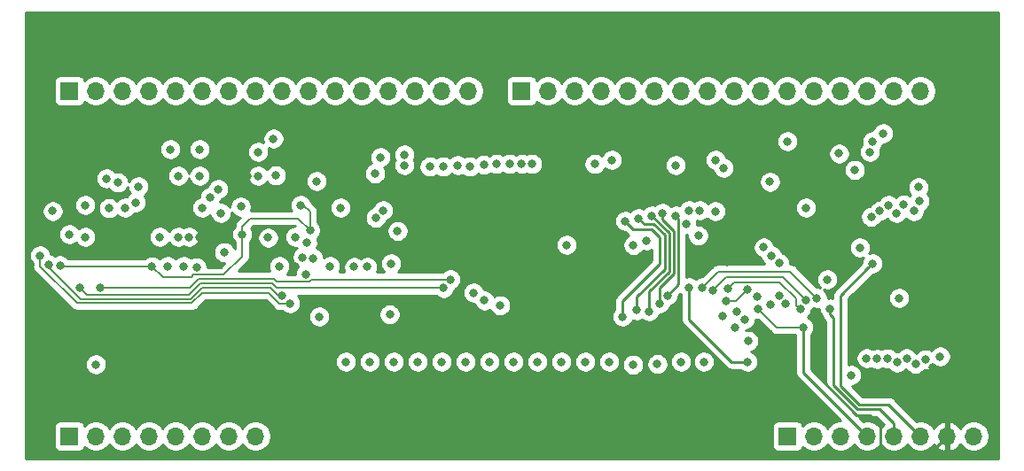
<source format=gbr>
%TF.GenerationSoftware,KiCad,Pcbnew,(5.1.10-1-10_14)*%
%TF.CreationDate,2021-11-14T12:12:58-05:00*%
%TF.ProjectId,transfer-register,7472616e-7366-4657-922d-726567697374,rev?*%
%TF.SameCoordinates,Original*%
%TF.FileFunction,Copper,L2,Inr*%
%TF.FilePolarity,Positive*%
%FSLAX46Y46*%
G04 Gerber Fmt 4.6, Leading zero omitted, Abs format (unit mm)*
G04 Created by KiCad (PCBNEW (5.1.10-1-10_14)) date 2021-11-14 12:12:58*
%MOMM*%
%LPD*%
G01*
G04 APERTURE LIST*
%TA.AperFunction,ComponentPad*%
%ADD10O,1.700000X1.700000*%
%TD*%
%TA.AperFunction,ComponentPad*%
%ADD11R,1.700000X1.700000*%
%TD*%
%TA.AperFunction,ViaPad*%
%ADD12C,0.800000*%
%TD*%
%TA.AperFunction,Conductor*%
%ADD13C,0.250000*%
%TD*%
%TA.AperFunction,Conductor*%
%ADD14C,0.200000*%
%TD*%
%TA.AperFunction,Conductor*%
%ADD15C,0.254000*%
%TD*%
%TA.AperFunction,Conductor*%
%ADD16C,0.100000*%
%TD*%
G04 APERTURE END LIST*
D10*
%TO.N,VCC*%
%TO.C,J4*%
X134874000Y-101600000D03*
%TO.N,GND*%
X132334000Y-101600000D03*
%TO.N,~ASSERT_ADDRESS*%
X129794000Y-101600000D03*
%TO.N,~ASSERT_MSB_MAIN*%
X127254000Y-101600000D03*
%TO.N,~ASSERT_LSB_MAIN*%
X124714000Y-101600000D03*
%TO.N,LATCH_MSB*%
X122174000Y-101600000D03*
%TO.N,LATCH_LSB*%
X119634000Y-101600000D03*
D11*
%TO.N,BUS_SELECT*%
X117094000Y-101600000D03*
%TD*%
D10*
%TO.N,BUS7*%
%TO.C,J3*%
X66294000Y-101600000D03*
%TO.N,BUS6*%
X63754000Y-101600000D03*
%TO.N,BUS5*%
X61214000Y-101600000D03*
%TO.N,BUS4*%
X58674000Y-101600000D03*
%TO.N,BUS3*%
X56134000Y-101600000D03*
%TO.N,BUS2*%
X53594000Y-101600000D03*
%TO.N,BUS1*%
X51054000Y-101600000D03*
D11*
%TO.N,BUS0*%
X48514000Y-101600000D03*
%TD*%
D10*
%TO.N,A15*%
%TO.C,J2*%
X86614000Y-68580000D03*
%TO.N,A14*%
X84074000Y-68580000D03*
%TO.N,A13*%
X81534000Y-68580000D03*
%TO.N,A12*%
X78994000Y-68580000D03*
%TO.N,A11*%
X76454000Y-68580000D03*
%TO.N,A10*%
X73914000Y-68580000D03*
%TO.N,A9*%
X71374000Y-68580000D03*
%TO.N,A8*%
X68834000Y-68580000D03*
%TO.N,A7*%
X66294000Y-68580000D03*
%TO.N,A6*%
X63754000Y-68580000D03*
%TO.N,A5*%
X61214000Y-68580000D03*
%TO.N,A4*%
X58674000Y-68580000D03*
%TO.N,A3*%
X56134000Y-68580000D03*
%TO.N,A2*%
X53594000Y-68580000D03*
%TO.N,A1*%
X51054000Y-68580000D03*
D11*
%TO.N,A0*%
X48514000Y-68580000D03*
%TD*%
D10*
%TO.N,TX_REG_15*%
%TO.C,J1*%
X129794000Y-68580000D03*
%TO.N,TX_REG_14*%
X127254000Y-68580000D03*
%TO.N,TX_REG_13*%
X124714000Y-68580000D03*
%TO.N,TX_REG_12*%
X122174000Y-68580000D03*
%TO.N,TX_REG_11*%
X119634000Y-68580000D03*
%TO.N,TX_REG_10*%
X117094000Y-68580000D03*
%TO.N,TX_REG_9*%
X114554000Y-68580000D03*
%TO.N,TX_REG_8*%
X112014000Y-68580000D03*
%TO.N,TX_REG_7*%
X109474000Y-68580000D03*
%TO.N,TX_REG_6*%
X106934000Y-68580000D03*
%TO.N,TX_REG_5*%
X104394000Y-68580000D03*
%TO.N,TX_REG_4*%
X101854000Y-68580000D03*
%TO.N,TX_REG_3*%
X99314000Y-68580000D03*
%TO.N,TX_REG_2*%
X96774000Y-68580000D03*
%TO.N,TX_REG_1*%
X94234000Y-68580000D03*
D11*
%TO.N,TX_REG_0*%
X91694000Y-68580000D03*
%TD*%
D12*
%TO.N,GND*%
X65532000Y-76708000D03*
X48514000Y-79756000D03*
X56998990Y-76802135D03*
X52893990Y-83888500D03*
X60942634Y-82602468D03*
X94361000Y-86487000D03*
X97282000Y-84836000D03*
X126687935Y-83761935D03*
X120019000Y-80649000D03*
X111313990Y-84979509D03*
X120461507Y-91209858D03*
X76708000Y-82042000D03*
X83566000Y-82804000D03*
X97978000Y-73472000D03*
X111506000Y-78232000D03*
X111101500Y-101496500D03*
X73255500Y-101496500D03*
X130993953Y-95037273D03*
X70104000Y-85344000D03*
X46228000Y-91694000D03*
X73914000Y-76454000D03*
X69596000Y-92202000D03*
%TO.N,VCC*%
X72136000Y-77216000D03*
X55118000Y-77724000D03*
X46928010Y-80075732D03*
X64883982Y-79642018D03*
X82931000Y-75819000D03*
X98679000Y-75565000D03*
X123512500Y-76131500D03*
X124009883Y-83570538D03*
X118872000Y-79756000D03*
X114169000Y-88261000D03*
X110998000Y-75946000D03*
X127761994Y-88392000D03*
X123190064Y-95748659D03*
X113342783Y-92505464D03*
X117094000Y-73406000D03*
%TO.N,TX_REG_15*%
X125092140Y-80626503D03*
X74930000Y-94488000D03*
X108712000Y-80010000D03*
%TO.N,TX_REG_14*%
X125913940Y-80056706D03*
X77216000Y-94488000D03*
X107696000Y-80010000D03*
%TO.N,TX_REG_13*%
X126746000Y-79502000D03*
X79502000Y-94488000D03*
X106426000Y-75692000D03*
%TO.N,TX_REG_12*%
X127508000Y-80264000D03*
X81788000Y-94488000D03*
X105664000Y-88138000D03*
X106426000Y-80518000D03*
%TO.N,TX_REG_11*%
X128208002Y-79440002D03*
X84074000Y-94488000D03*
X105156000Y-80264000D03*
X104902000Y-88900000D03*
%TO.N,TX_REG_10*%
X129158180Y-80071990D03*
X86360000Y-94488000D03*
X103886000Y-89662000D03*
X104140000Y-80518000D03*
%TO.N,TX_REG_9*%
X129684968Y-79129068D03*
X88646000Y-94488000D03*
X102870000Y-80772000D03*
X102719878Y-89563934D03*
%TO.N,TX_REG_8*%
X129601990Y-77795270D03*
X90932000Y-94488000D03*
X101346000Y-90170000D03*
X101600000Y-81026000D03*
%TO.N,TX_REG_7*%
X93218000Y-94488000D03*
X124650276Y-94139462D03*
X92710000Y-75565000D03*
%TO.N,TX_REG_6*%
X95504000Y-94488000D03*
X125647170Y-94218378D03*
X91709987Y-75565000D03*
%TO.N,TX_REG_5*%
X97790000Y-94488000D03*
X90551000Y-75565000D03*
X126646105Y-94171975D03*
%TO.N,TX_REG_4*%
X100076000Y-94488000D03*
X89281000Y-75565000D03*
X127568087Y-94559239D03*
%TO.N,TX_REG_3*%
X102362301Y-94763991D03*
X88080300Y-75634300D03*
X128477841Y-94144062D03*
%TO.N,TX_REG_2*%
X104661833Y-94700555D03*
X86741000Y-75819000D03*
X129326238Y-94673445D03*
%TO.N,TX_REG_1*%
X130268943Y-94263513D03*
X106934000Y-94488000D03*
X85598000Y-75692000D03*
%TO.N,~ASSERT_ADDRESS*%
X124968000Y-74422000D03*
X125222000Y-85090000D03*
%TO.N,~ASSERT_MSB_MAIN*%
X125222000Y-73406000D03*
X122027989Y-74568011D03*
X121158000Y-89408000D03*
%TO.N,~ASSERT_LSB_MAIN*%
X118618000Y-91186000D03*
X114300000Y-89408000D03*
%TO.N,LATCH_MSB*%
X126238000Y-72644000D03*
X110199010Y-80091636D03*
X113284000Y-94488000D03*
X107696000Y-87376000D03*
X100330000Y-75184000D03*
X110236000Y-75184000D03*
%TO.N,LATCH_LSB*%
X96012000Y-83312000D03*
%TO.N,BUS_SELECT*%
X56399000Y-85355000D03*
X65024000Y-82296000D03*
X47609964Y-85254036D03*
X71501506Y-81900827D03*
X70612000Y-79502000D03*
X72390000Y-90170000D03*
%TO.N,BUS7*%
X62992000Y-80264000D03*
X115417035Y-77271915D03*
X115460472Y-88979406D03*
X112116063Y-91247990D03*
%TO.N,BUS6*%
X61214000Y-79756000D03*
X116316003Y-88133677D03*
X112268000Y-89662000D03*
%TO.N,BUS5*%
X60659471Y-85458924D03*
X116884741Y-88956210D03*
X110933613Y-90147969D03*
X113030000Y-90424000D03*
%TO.N,BUS4*%
X111252000Y-88646000D03*
X113243478Y-87579083D03*
X57912000Y-85344000D03*
%TO.N,BUS3*%
X53147999Y-77335699D03*
X111365982Y-87489982D03*
X118329855Y-89460738D03*
%TO.N,BUS2*%
X52285148Y-79794852D03*
X116332000Y-85061980D03*
X109982000Y-87630000D03*
X118873341Y-88621305D03*
%TO.N,BUS1*%
X115570000Y-84328000D03*
X119901184Y-88389498D03*
X108966000Y-87376000D03*
X51054020Y-94742000D03*
%TO.N,BUS0*%
X120904000Y-86614000D03*
X114823832Y-83550168D03*
%TO.N,A15*%
X80518000Y-75692000D03*
X74422000Y-79756000D03*
%TO.N,A14*%
X80518000Y-74676000D03*
X78232000Y-74930000D03*
%TO.N,A13*%
X75704486Y-85405990D03*
X73406000Y-85344000D03*
%TO.N,A11*%
X66548000Y-74422000D03*
X66548000Y-76708000D03*
%TO.N,A10*%
X68006268Y-73152000D03*
X68232362Y-76662102D03*
%TO.N,A9*%
X62738000Y-77978000D03*
X67502010Y-82615732D03*
%TO.N,A8*%
X61954007Y-78740204D03*
X63307990Y-84008268D03*
%TO.N,A7*%
X60960000Y-74168000D03*
X58166000Y-74168000D03*
%TO.N,A5*%
X54864000Y-79248000D03*
X58928000Y-82550000D03*
%TO.N,A4*%
X53848000Y-79756000D03*
X57150000Y-82550000D03*
%TO.N,A1*%
X48514000Y-82296000D03*
X50038000Y-82550000D03*
%TO.N,TX_REG_0*%
X131668955Y-93985360D03*
X84201000Y-75819000D03*
X109096924Y-94488000D03*
%TO.N,TX7*%
X58928000Y-76708000D03*
X71780859Y-84611809D03*
%TO.N,TX6*%
X60960000Y-76708000D03*
X70786479Y-84505818D03*
%TO.N,TX5*%
X59944000Y-82550000D03*
X71094167Y-86131833D03*
%TO.N,TX4*%
X59435999Y-85343999D03*
X68580000Y-85344000D03*
%TO.N,TX3*%
X45720000Y-84328000D03*
X50038000Y-79502000D03*
X69596000Y-88900000D03*
%TO.N,TX2*%
X52070000Y-76962000D03*
X46566455Y-85200491D03*
X68834000Y-88138000D03*
%TO.N,TX1*%
X51416599Y-87376000D03*
X84901010Y-86614000D03*
%TO.N,TX0*%
X49530000Y-87376000D03*
X84262134Y-87432964D03*
%TO.N,TX11*%
X77778885Y-80717115D03*
X103620970Y-82888021D03*
%TO.N,TX10*%
X79863955Y-81982110D03*
X102380038Y-83327893D03*
%TO.N,TX9*%
X70104000Y-82550000D03*
X88148859Y-88626667D03*
%TO.N,TX8*%
X87122000Y-87884000D03*
X71211240Y-83111455D03*
%TO.N,TX15*%
X78486000Y-80010000D03*
X108578861Y-82416997D03*
%TO.N,TX14*%
X77713000Y-76465000D03*
X107442000Y-81280000D03*
%TO.N,TX13*%
X76962000Y-85405990D03*
X79107960Y-89952990D03*
%TO.N,TX12*%
X79248000Y-85090000D03*
X89662000Y-89088913D03*
%TD*%
D13*
%TO.N,GND*%
X130556000Y-103378000D02*
X132334000Y-101600000D01*
X126746000Y-103378000D02*
X130556000Y-103378000D01*
X125984000Y-102616000D02*
X126746000Y-103378000D01*
X125984000Y-100584000D02*
X125984000Y-102616000D01*
X124968000Y-99568000D02*
X125984000Y-100584000D01*
X123698000Y-99568000D02*
X124968000Y-99568000D01*
X120461507Y-96331507D02*
X123698000Y-99568000D01*
X120461507Y-91209858D02*
X120461507Y-96331507D01*
%TO.N,TX_REG_12*%
X105664000Y-88138000D02*
X106702044Y-87099956D01*
X106702044Y-87099956D02*
X106702044Y-80794044D01*
X106702044Y-80794044D02*
X106426000Y-80518000D01*
%TO.N,TX_REG_11*%
X105156000Y-80894767D02*
X106252033Y-81990800D01*
X106252033Y-81990800D02*
X106252033Y-86028789D01*
X105156000Y-80264000D02*
X105156000Y-80894767D01*
X106252033Y-86028789D02*
X104902000Y-87378821D01*
X104902000Y-87378821D02*
X104902000Y-88900000D01*
%TO.N,TX_REG_10*%
X103886000Y-87758411D02*
X105802022Y-85842389D01*
X103886000Y-89662000D02*
X103886000Y-87758411D01*
X105802022Y-85842389D02*
X105802022Y-82177200D01*
X104142822Y-80518000D02*
X104140000Y-80518000D01*
X105802022Y-82177200D02*
X104142822Y-80518000D01*
%TO.N,TX_REG_9*%
X102870000Y-80772000D02*
X103435989Y-81337989D01*
X104326400Y-81337989D02*
X105352011Y-82363600D01*
X105352011Y-82363600D02*
X105352011Y-85655989D01*
X103435989Y-81337989D02*
X104326400Y-81337989D01*
X105352011Y-85655989D02*
X102719878Y-88288122D01*
X102719878Y-88288122D02*
X102719878Y-89563934D01*
%TO.N,TX_REG_8*%
X101346000Y-90170000D02*
X101346000Y-88646000D01*
X101346000Y-88646000D02*
X104902000Y-85090000D01*
X104902000Y-85090000D02*
X104902000Y-82550000D01*
X104902000Y-82550000D02*
X104140000Y-81788000D01*
X104140000Y-81788000D02*
X102362000Y-81788000D01*
X102362000Y-81788000D02*
X101600000Y-81026000D01*
%TO.N,~ASSERT_ADDRESS*%
X124822001Y-85489999D02*
X125222000Y-85090000D01*
X122174000Y-96771180D02*
X122174000Y-88138000D01*
X129794000Y-101600000D02*
X126746000Y-98552000D01*
X126746000Y-98552000D02*
X123954820Y-98552000D01*
X123954820Y-98552000D02*
X122174000Y-96771180D01*
X122174000Y-88138000D02*
X124822001Y-85489999D01*
%TO.N,~ASSERT_MSB_MAIN*%
X127254000Y-101600000D02*
X127254000Y-100397919D01*
X127254000Y-100397919D02*
X125858092Y-99002011D01*
X121158000Y-89973685D02*
X121158000Y-89408000D01*
X123768421Y-99002011D02*
X121469991Y-96703581D01*
X125858092Y-99002011D02*
X123768421Y-99002011D01*
X121469991Y-96703581D02*
X121469991Y-90285676D01*
X121469991Y-90285676D02*
X121158000Y-89973685D01*
D14*
%TO.N,~ASSERT_LSB_MAIN*%
X116078000Y-91186000D02*
X118618000Y-91186000D01*
X114300000Y-89408000D02*
X116078000Y-91186000D01*
D13*
X124714000Y-101600000D02*
X118618000Y-95504000D01*
X118618000Y-95504000D02*
X118618000Y-91186000D01*
%TO.N,LATCH_MSB*%
X113284000Y-94488000D02*
X111760000Y-94488000D01*
X111760000Y-94488000D02*
X107696000Y-90424000D01*
X107696000Y-90424000D02*
X107696000Y-87376000D01*
D14*
%TO.N,BUS_SELECT*%
X56399000Y-85355000D02*
X47710928Y-85355000D01*
X47710928Y-85355000D02*
X47609964Y-85254036D01*
X56399000Y-85355000D02*
X57447955Y-86403955D01*
X63256933Y-86175967D02*
X65024000Y-84408900D01*
X60162013Y-86403955D02*
X60390001Y-86175967D01*
X65024000Y-84408900D02*
X65024000Y-82296000D01*
X60390001Y-86175967D02*
X63256933Y-86175967D01*
X57447955Y-86403955D02*
X60162013Y-86403955D01*
X71501506Y-81900827D02*
X71501506Y-80137506D01*
X71501506Y-80137506D02*
X70866000Y-79502000D01*
X70866000Y-79502000D02*
X70612000Y-79502000D01*
X70372679Y-80772000D02*
X71501506Y-81900827D01*
X65786000Y-80772000D02*
X70372679Y-80772000D01*
X65024000Y-81534000D02*
X65786000Y-80772000D01*
X65024000Y-82296000D02*
X65024000Y-81534000D01*
%TO.N,BUS4*%
X112176561Y-88646000D02*
X113243478Y-87579083D01*
X111252000Y-88646000D02*
X112176561Y-88646000D01*
%TO.N,BUS3*%
X116332000Y-86868000D02*
X117929856Y-88465856D01*
X117929856Y-89060739D02*
X118329855Y-89460738D01*
X111365982Y-87489982D02*
X111987964Y-86868000D01*
X111987964Y-86868000D02*
X116332000Y-86868000D01*
X117929856Y-88465856D02*
X117929856Y-89060739D01*
%TO.N,BUS2*%
X116612036Y-86360000D02*
X118873341Y-88621305D01*
X111252000Y-86360000D02*
X116612036Y-86360000D01*
X109982000Y-87630000D02*
X111252000Y-86360000D01*
%TO.N,BUS1*%
X119901184Y-88389498D02*
X117363686Y-85852000D01*
X117363686Y-85852000D02*
X110490000Y-85852000D01*
X110490000Y-85852000D02*
X108966000Y-87376000D01*
%TO.N,TX3*%
X69596000Y-88900000D02*
X68580000Y-88900000D01*
X67564000Y-87884000D02*
X61210802Y-87884000D01*
X60218779Y-88876023D02*
X49252023Y-88876023D01*
X61210802Y-87884000D02*
X60218779Y-88876023D01*
X68580000Y-88900000D02*
X67564000Y-87884000D01*
X45720000Y-85344000D02*
X45720000Y-84328000D01*
X49252023Y-88876023D02*
X45720000Y-85344000D01*
%TO.N,TX2*%
X61153102Y-87376000D02*
X60053090Y-88476012D01*
X68834000Y-88138000D02*
X68444598Y-88138000D01*
X49594010Y-88476012D02*
X46566455Y-85448457D01*
X68444598Y-88138000D02*
X67682598Y-87376000D01*
X60053090Y-88476012D02*
X49594010Y-88476012D01*
X67682598Y-87376000D02*
X61153102Y-87376000D01*
X46566455Y-85448457D02*
X46566455Y-85200491D01*
%TO.N,TX1*%
X51416599Y-87376000D02*
X60021702Y-87376000D01*
X60021702Y-87376000D02*
X60821724Y-86575978D01*
X68013976Y-86575978D02*
X68269832Y-86831834D01*
X68269832Y-86831834D02*
X71430168Y-86831834D01*
X71430168Y-86831834D02*
X71648002Y-86614000D01*
X60821724Y-86575978D02*
X68013976Y-86575978D01*
X71648002Y-86614000D02*
X84901010Y-86614000D01*
%TO.N,TX0*%
X50230001Y-88076001D02*
X59887401Y-88076001D01*
X68305262Y-87432964D02*
X83696449Y-87432964D01*
X59887401Y-88076001D02*
X60987413Y-86975989D01*
X60987413Y-86975989D02*
X67848287Y-86975989D01*
X49530000Y-87376000D02*
X50230001Y-88076001D01*
X67848287Y-86975989D02*
X68305262Y-87432964D01*
X83696449Y-87432964D02*
X84262134Y-87432964D01*
%TD*%
D15*
%TO.N,GND*%
X137262000Y-103734000D02*
X44348000Y-103734000D01*
X44348000Y-100750000D01*
X47025928Y-100750000D01*
X47025928Y-102450000D01*
X47038188Y-102574482D01*
X47074498Y-102694180D01*
X47133463Y-102804494D01*
X47212815Y-102901185D01*
X47309506Y-102980537D01*
X47419820Y-103039502D01*
X47539518Y-103075812D01*
X47664000Y-103088072D01*
X49364000Y-103088072D01*
X49488482Y-103075812D01*
X49608180Y-103039502D01*
X49718494Y-102980537D01*
X49815185Y-102901185D01*
X49894537Y-102804494D01*
X49953502Y-102694180D01*
X49975513Y-102621620D01*
X50107368Y-102753475D01*
X50350589Y-102915990D01*
X50620842Y-103027932D01*
X50907740Y-103085000D01*
X51200260Y-103085000D01*
X51487158Y-103027932D01*
X51757411Y-102915990D01*
X52000632Y-102753475D01*
X52207475Y-102546632D01*
X52324000Y-102372240D01*
X52440525Y-102546632D01*
X52647368Y-102753475D01*
X52890589Y-102915990D01*
X53160842Y-103027932D01*
X53447740Y-103085000D01*
X53740260Y-103085000D01*
X54027158Y-103027932D01*
X54297411Y-102915990D01*
X54540632Y-102753475D01*
X54747475Y-102546632D01*
X54864000Y-102372240D01*
X54980525Y-102546632D01*
X55187368Y-102753475D01*
X55430589Y-102915990D01*
X55700842Y-103027932D01*
X55987740Y-103085000D01*
X56280260Y-103085000D01*
X56567158Y-103027932D01*
X56837411Y-102915990D01*
X57080632Y-102753475D01*
X57287475Y-102546632D01*
X57404000Y-102372240D01*
X57520525Y-102546632D01*
X57727368Y-102753475D01*
X57970589Y-102915990D01*
X58240842Y-103027932D01*
X58527740Y-103085000D01*
X58820260Y-103085000D01*
X59107158Y-103027932D01*
X59377411Y-102915990D01*
X59620632Y-102753475D01*
X59827475Y-102546632D01*
X59944000Y-102372240D01*
X60060525Y-102546632D01*
X60267368Y-102753475D01*
X60510589Y-102915990D01*
X60780842Y-103027932D01*
X61067740Y-103085000D01*
X61360260Y-103085000D01*
X61647158Y-103027932D01*
X61917411Y-102915990D01*
X62160632Y-102753475D01*
X62367475Y-102546632D01*
X62484000Y-102372240D01*
X62600525Y-102546632D01*
X62807368Y-102753475D01*
X63050589Y-102915990D01*
X63320842Y-103027932D01*
X63607740Y-103085000D01*
X63900260Y-103085000D01*
X64187158Y-103027932D01*
X64457411Y-102915990D01*
X64700632Y-102753475D01*
X64907475Y-102546632D01*
X65024000Y-102372240D01*
X65140525Y-102546632D01*
X65347368Y-102753475D01*
X65590589Y-102915990D01*
X65860842Y-103027932D01*
X66147740Y-103085000D01*
X66440260Y-103085000D01*
X66727158Y-103027932D01*
X66997411Y-102915990D01*
X67240632Y-102753475D01*
X67447475Y-102546632D01*
X67609990Y-102303411D01*
X67721932Y-102033158D01*
X67779000Y-101746260D01*
X67779000Y-101453740D01*
X67721932Y-101166842D01*
X67609990Y-100896589D01*
X67447475Y-100653368D01*
X67240632Y-100446525D01*
X66997411Y-100284010D01*
X66727158Y-100172068D01*
X66440260Y-100115000D01*
X66147740Y-100115000D01*
X65860842Y-100172068D01*
X65590589Y-100284010D01*
X65347368Y-100446525D01*
X65140525Y-100653368D01*
X65024000Y-100827760D01*
X64907475Y-100653368D01*
X64700632Y-100446525D01*
X64457411Y-100284010D01*
X64187158Y-100172068D01*
X63900260Y-100115000D01*
X63607740Y-100115000D01*
X63320842Y-100172068D01*
X63050589Y-100284010D01*
X62807368Y-100446525D01*
X62600525Y-100653368D01*
X62484000Y-100827760D01*
X62367475Y-100653368D01*
X62160632Y-100446525D01*
X61917411Y-100284010D01*
X61647158Y-100172068D01*
X61360260Y-100115000D01*
X61067740Y-100115000D01*
X60780842Y-100172068D01*
X60510589Y-100284010D01*
X60267368Y-100446525D01*
X60060525Y-100653368D01*
X59944000Y-100827760D01*
X59827475Y-100653368D01*
X59620632Y-100446525D01*
X59377411Y-100284010D01*
X59107158Y-100172068D01*
X58820260Y-100115000D01*
X58527740Y-100115000D01*
X58240842Y-100172068D01*
X57970589Y-100284010D01*
X57727368Y-100446525D01*
X57520525Y-100653368D01*
X57404000Y-100827760D01*
X57287475Y-100653368D01*
X57080632Y-100446525D01*
X56837411Y-100284010D01*
X56567158Y-100172068D01*
X56280260Y-100115000D01*
X55987740Y-100115000D01*
X55700842Y-100172068D01*
X55430589Y-100284010D01*
X55187368Y-100446525D01*
X54980525Y-100653368D01*
X54864000Y-100827760D01*
X54747475Y-100653368D01*
X54540632Y-100446525D01*
X54297411Y-100284010D01*
X54027158Y-100172068D01*
X53740260Y-100115000D01*
X53447740Y-100115000D01*
X53160842Y-100172068D01*
X52890589Y-100284010D01*
X52647368Y-100446525D01*
X52440525Y-100653368D01*
X52324000Y-100827760D01*
X52207475Y-100653368D01*
X52000632Y-100446525D01*
X51757411Y-100284010D01*
X51487158Y-100172068D01*
X51200260Y-100115000D01*
X50907740Y-100115000D01*
X50620842Y-100172068D01*
X50350589Y-100284010D01*
X50107368Y-100446525D01*
X49975513Y-100578380D01*
X49953502Y-100505820D01*
X49894537Y-100395506D01*
X49815185Y-100298815D01*
X49718494Y-100219463D01*
X49608180Y-100160498D01*
X49488482Y-100124188D01*
X49364000Y-100111928D01*
X47664000Y-100111928D01*
X47539518Y-100124188D01*
X47419820Y-100160498D01*
X47309506Y-100219463D01*
X47212815Y-100298815D01*
X47133463Y-100395506D01*
X47074498Y-100505820D01*
X47038188Y-100625518D01*
X47025928Y-100750000D01*
X44348000Y-100750000D01*
X44348000Y-94640061D01*
X50019020Y-94640061D01*
X50019020Y-94843939D01*
X50058794Y-95043898D01*
X50136815Y-95232256D01*
X50250083Y-95401774D01*
X50394246Y-95545937D01*
X50563764Y-95659205D01*
X50752122Y-95737226D01*
X50952081Y-95777000D01*
X51155959Y-95777000D01*
X51355918Y-95737226D01*
X51544276Y-95659205D01*
X51713794Y-95545937D01*
X51857957Y-95401774D01*
X51971225Y-95232256D01*
X52049246Y-95043898D01*
X52089020Y-94843939D01*
X52089020Y-94640061D01*
X52049246Y-94440102D01*
X52026862Y-94386061D01*
X73895000Y-94386061D01*
X73895000Y-94589939D01*
X73934774Y-94789898D01*
X74012795Y-94978256D01*
X74126063Y-95147774D01*
X74270226Y-95291937D01*
X74439744Y-95405205D01*
X74628102Y-95483226D01*
X74828061Y-95523000D01*
X75031939Y-95523000D01*
X75231898Y-95483226D01*
X75420256Y-95405205D01*
X75589774Y-95291937D01*
X75733937Y-95147774D01*
X75847205Y-94978256D01*
X75925226Y-94789898D01*
X75965000Y-94589939D01*
X75965000Y-94386061D01*
X76181000Y-94386061D01*
X76181000Y-94589939D01*
X76220774Y-94789898D01*
X76298795Y-94978256D01*
X76412063Y-95147774D01*
X76556226Y-95291937D01*
X76725744Y-95405205D01*
X76914102Y-95483226D01*
X77114061Y-95523000D01*
X77317939Y-95523000D01*
X77517898Y-95483226D01*
X77706256Y-95405205D01*
X77875774Y-95291937D01*
X78019937Y-95147774D01*
X78133205Y-94978256D01*
X78211226Y-94789898D01*
X78251000Y-94589939D01*
X78251000Y-94386061D01*
X78467000Y-94386061D01*
X78467000Y-94589939D01*
X78506774Y-94789898D01*
X78584795Y-94978256D01*
X78698063Y-95147774D01*
X78842226Y-95291937D01*
X79011744Y-95405205D01*
X79200102Y-95483226D01*
X79400061Y-95523000D01*
X79603939Y-95523000D01*
X79803898Y-95483226D01*
X79992256Y-95405205D01*
X80161774Y-95291937D01*
X80305937Y-95147774D01*
X80419205Y-94978256D01*
X80497226Y-94789898D01*
X80537000Y-94589939D01*
X80537000Y-94386061D01*
X80753000Y-94386061D01*
X80753000Y-94589939D01*
X80792774Y-94789898D01*
X80870795Y-94978256D01*
X80984063Y-95147774D01*
X81128226Y-95291937D01*
X81297744Y-95405205D01*
X81486102Y-95483226D01*
X81686061Y-95523000D01*
X81889939Y-95523000D01*
X82089898Y-95483226D01*
X82278256Y-95405205D01*
X82447774Y-95291937D01*
X82591937Y-95147774D01*
X82705205Y-94978256D01*
X82783226Y-94789898D01*
X82823000Y-94589939D01*
X82823000Y-94386061D01*
X83039000Y-94386061D01*
X83039000Y-94589939D01*
X83078774Y-94789898D01*
X83156795Y-94978256D01*
X83270063Y-95147774D01*
X83414226Y-95291937D01*
X83583744Y-95405205D01*
X83772102Y-95483226D01*
X83972061Y-95523000D01*
X84175939Y-95523000D01*
X84375898Y-95483226D01*
X84564256Y-95405205D01*
X84733774Y-95291937D01*
X84877937Y-95147774D01*
X84991205Y-94978256D01*
X85069226Y-94789898D01*
X85109000Y-94589939D01*
X85109000Y-94386061D01*
X85325000Y-94386061D01*
X85325000Y-94589939D01*
X85364774Y-94789898D01*
X85442795Y-94978256D01*
X85556063Y-95147774D01*
X85700226Y-95291937D01*
X85869744Y-95405205D01*
X86058102Y-95483226D01*
X86258061Y-95523000D01*
X86461939Y-95523000D01*
X86661898Y-95483226D01*
X86850256Y-95405205D01*
X87019774Y-95291937D01*
X87163937Y-95147774D01*
X87277205Y-94978256D01*
X87355226Y-94789898D01*
X87395000Y-94589939D01*
X87395000Y-94386061D01*
X87611000Y-94386061D01*
X87611000Y-94589939D01*
X87650774Y-94789898D01*
X87728795Y-94978256D01*
X87842063Y-95147774D01*
X87986226Y-95291937D01*
X88155744Y-95405205D01*
X88344102Y-95483226D01*
X88544061Y-95523000D01*
X88747939Y-95523000D01*
X88947898Y-95483226D01*
X89136256Y-95405205D01*
X89305774Y-95291937D01*
X89449937Y-95147774D01*
X89563205Y-94978256D01*
X89641226Y-94789898D01*
X89681000Y-94589939D01*
X89681000Y-94386061D01*
X89897000Y-94386061D01*
X89897000Y-94589939D01*
X89936774Y-94789898D01*
X90014795Y-94978256D01*
X90128063Y-95147774D01*
X90272226Y-95291937D01*
X90441744Y-95405205D01*
X90630102Y-95483226D01*
X90830061Y-95523000D01*
X91033939Y-95523000D01*
X91233898Y-95483226D01*
X91422256Y-95405205D01*
X91591774Y-95291937D01*
X91735937Y-95147774D01*
X91849205Y-94978256D01*
X91927226Y-94789898D01*
X91967000Y-94589939D01*
X91967000Y-94386061D01*
X92183000Y-94386061D01*
X92183000Y-94589939D01*
X92222774Y-94789898D01*
X92300795Y-94978256D01*
X92414063Y-95147774D01*
X92558226Y-95291937D01*
X92727744Y-95405205D01*
X92916102Y-95483226D01*
X93116061Y-95523000D01*
X93319939Y-95523000D01*
X93519898Y-95483226D01*
X93708256Y-95405205D01*
X93877774Y-95291937D01*
X94021937Y-95147774D01*
X94135205Y-94978256D01*
X94213226Y-94789898D01*
X94253000Y-94589939D01*
X94253000Y-94386061D01*
X94469000Y-94386061D01*
X94469000Y-94589939D01*
X94508774Y-94789898D01*
X94586795Y-94978256D01*
X94700063Y-95147774D01*
X94844226Y-95291937D01*
X95013744Y-95405205D01*
X95202102Y-95483226D01*
X95402061Y-95523000D01*
X95605939Y-95523000D01*
X95805898Y-95483226D01*
X95994256Y-95405205D01*
X96163774Y-95291937D01*
X96307937Y-95147774D01*
X96421205Y-94978256D01*
X96499226Y-94789898D01*
X96539000Y-94589939D01*
X96539000Y-94386061D01*
X96755000Y-94386061D01*
X96755000Y-94589939D01*
X96794774Y-94789898D01*
X96872795Y-94978256D01*
X96986063Y-95147774D01*
X97130226Y-95291937D01*
X97299744Y-95405205D01*
X97488102Y-95483226D01*
X97688061Y-95523000D01*
X97891939Y-95523000D01*
X98091898Y-95483226D01*
X98280256Y-95405205D01*
X98449774Y-95291937D01*
X98593937Y-95147774D01*
X98707205Y-94978256D01*
X98785226Y-94789898D01*
X98825000Y-94589939D01*
X98825000Y-94386061D01*
X99041000Y-94386061D01*
X99041000Y-94589939D01*
X99080774Y-94789898D01*
X99158795Y-94978256D01*
X99272063Y-95147774D01*
X99416226Y-95291937D01*
X99585744Y-95405205D01*
X99774102Y-95483226D01*
X99974061Y-95523000D01*
X100177939Y-95523000D01*
X100377898Y-95483226D01*
X100566256Y-95405205D01*
X100735774Y-95291937D01*
X100879937Y-95147774D01*
X100993205Y-94978256D01*
X101071226Y-94789898D01*
X101096655Y-94662052D01*
X101327301Y-94662052D01*
X101327301Y-94865930D01*
X101367075Y-95065889D01*
X101445096Y-95254247D01*
X101558364Y-95423765D01*
X101702527Y-95567928D01*
X101872045Y-95681196D01*
X102060403Y-95759217D01*
X102260362Y-95798991D01*
X102464240Y-95798991D01*
X102664199Y-95759217D01*
X102852557Y-95681196D01*
X103022075Y-95567928D01*
X103166238Y-95423765D01*
X103279506Y-95254247D01*
X103357527Y-95065889D01*
X103397301Y-94865930D01*
X103397301Y-94662052D01*
X103384683Y-94598616D01*
X103626833Y-94598616D01*
X103626833Y-94802494D01*
X103666607Y-95002453D01*
X103744628Y-95190811D01*
X103857896Y-95360329D01*
X104002059Y-95504492D01*
X104171577Y-95617760D01*
X104359935Y-95695781D01*
X104559894Y-95735555D01*
X104763772Y-95735555D01*
X104963731Y-95695781D01*
X105152089Y-95617760D01*
X105321607Y-95504492D01*
X105465770Y-95360329D01*
X105579038Y-95190811D01*
X105657059Y-95002453D01*
X105696833Y-94802494D01*
X105696833Y-94598616D01*
X105657059Y-94398657D01*
X105651842Y-94386061D01*
X105899000Y-94386061D01*
X105899000Y-94589939D01*
X105938774Y-94789898D01*
X106016795Y-94978256D01*
X106130063Y-95147774D01*
X106274226Y-95291937D01*
X106443744Y-95405205D01*
X106632102Y-95483226D01*
X106832061Y-95523000D01*
X107035939Y-95523000D01*
X107235898Y-95483226D01*
X107424256Y-95405205D01*
X107593774Y-95291937D01*
X107737937Y-95147774D01*
X107851205Y-94978256D01*
X107929226Y-94789898D01*
X107969000Y-94589939D01*
X107969000Y-94386061D01*
X108061924Y-94386061D01*
X108061924Y-94589939D01*
X108101698Y-94789898D01*
X108179719Y-94978256D01*
X108292987Y-95147774D01*
X108437150Y-95291937D01*
X108606668Y-95405205D01*
X108795026Y-95483226D01*
X108994985Y-95523000D01*
X109198863Y-95523000D01*
X109398822Y-95483226D01*
X109587180Y-95405205D01*
X109756698Y-95291937D01*
X109900861Y-95147774D01*
X110014129Y-94978256D01*
X110092150Y-94789898D01*
X110131924Y-94589939D01*
X110131924Y-94386061D01*
X110092150Y-94186102D01*
X110014129Y-93997744D01*
X109900861Y-93828226D01*
X109756698Y-93684063D01*
X109587180Y-93570795D01*
X109398822Y-93492774D01*
X109198863Y-93453000D01*
X108994985Y-93453000D01*
X108795026Y-93492774D01*
X108606668Y-93570795D01*
X108437150Y-93684063D01*
X108292987Y-93828226D01*
X108179719Y-93997744D01*
X108101698Y-94186102D01*
X108061924Y-94386061D01*
X107969000Y-94386061D01*
X107929226Y-94186102D01*
X107851205Y-93997744D01*
X107737937Y-93828226D01*
X107593774Y-93684063D01*
X107424256Y-93570795D01*
X107235898Y-93492774D01*
X107035939Y-93453000D01*
X106832061Y-93453000D01*
X106632102Y-93492774D01*
X106443744Y-93570795D01*
X106274226Y-93684063D01*
X106130063Y-93828226D01*
X106016795Y-93997744D01*
X105938774Y-94186102D01*
X105899000Y-94386061D01*
X105651842Y-94386061D01*
X105579038Y-94210299D01*
X105465770Y-94040781D01*
X105321607Y-93896618D01*
X105152089Y-93783350D01*
X104963731Y-93705329D01*
X104763772Y-93665555D01*
X104559894Y-93665555D01*
X104359935Y-93705329D01*
X104171577Y-93783350D01*
X104002059Y-93896618D01*
X103857896Y-94040781D01*
X103744628Y-94210299D01*
X103666607Y-94398657D01*
X103626833Y-94598616D01*
X103384683Y-94598616D01*
X103357527Y-94462093D01*
X103279506Y-94273735D01*
X103166238Y-94104217D01*
X103022075Y-93960054D01*
X102852557Y-93846786D01*
X102664199Y-93768765D01*
X102464240Y-93728991D01*
X102260362Y-93728991D01*
X102060403Y-93768765D01*
X101872045Y-93846786D01*
X101702527Y-93960054D01*
X101558364Y-94104217D01*
X101445096Y-94273735D01*
X101367075Y-94462093D01*
X101327301Y-94662052D01*
X101096655Y-94662052D01*
X101111000Y-94589939D01*
X101111000Y-94386061D01*
X101071226Y-94186102D01*
X100993205Y-93997744D01*
X100879937Y-93828226D01*
X100735774Y-93684063D01*
X100566256Y-93570795D01*
X100377898Y-93492774D01*
X100177939Y-93453000D01*
X99974061Y-93453000D01*
X99774102Y-93492774D01*
X99585744Y-93570795D01*
X99416226Y-93684063D01*
X99272063Y-93828226D01*
X99158795Y-93997744D01*
X99080774Y-94186102D01*
X99041000Y-94386061D01*
X98825000Y-94386061D01*
X98785226Y-94186102D01*
X98707205Y-93997744D01*
X98593937Y-93828226D01*
X98449774Y-93684063D01*
X98280256Y-93570795D01*
X98091898Y-93492774D01*
X97891939Y-93453000D01*
X97688061Y-93453000D01*
X97488102Y-93492774D01*
X97299744Y-93570795D01*
X97130226Y-93684063D01*
X96986063Y-93828226D01*
X96872795Y-93997744D01*
X96794774Y-94186102D01*
X96755000Y-94386061D01*
X96539000Y-94386061D01*
X96499226Y-94186102D01*
X96421205Y-93997744D01*
X96307937Y-93828226D01*
X96163774Y-93684063D01*
X95994256Y-93570795D01*
X95805898Y-93492774D01*
X95605939Y-93453000D01*
X95402061Y-93453000D01*
X95202102Y-93492774D01*
X95013744Y-93570795D01*
X94844226Y-93684063D01*
X94700063Y-93828226D01*
X94586795Y-93997744D01*
X94508774Y-94186102D01*
X94469000Y-94386061D01*
X94253000Y-94386061D01*
X94213226Y-94186102D01*
X94135205Y-93997744D01*
X94021937Y-93828226D01*
X93877774Y-93684063D01*
X93708256Y-93570795D01*
X93519898Y-93492774D01*
X93319939Y-93453000D01*
X93116061Y-93453000D01*
X92916102Y-93492774D01*
X92727744Y-93570795D01*
X92558226Y-93684063D01*
X92414063Y-93828226D01*
X92300795Y-93997744D01*
X92222774Y-94186102D01*
X92183000Y-94386061D01*
X91967000Y-94386061D01*
X91927226Y-94186102D01*
X91849205Y-93997744D01*
X91735937Y-93828226D01*
X91591774Y-93684063D01*
X91422256Y-93570795D01*
X91233898Y-93492774D01*
X91033939Y-93453000D01*
X90830061Y-93453000D01*
X90630102Y-93492774D01*
X90441744Y-93570795D01*
X90272226Y-93684063D01*
X90128063Y-93828226D01*
X90014795Y-93997744D01*
X89936774Y-94186102D01*
X89897000Y-94386061D01*
X89681000Y-94386061D01*
X89641226Y-94186102D01*
X89563205Y-93997744D01*
X89449937Y-93828226D01*
X89305774Y-93684063D01*
X89136256Y-93570795D01*
X88947898Y-93492774D01*
X88747939Y-93453000D01*
X88544061Y-93453000D01*
X88344102Y-93492774D01*
X88155744Y-93570795D01*
X87986226Y-93684063D01*
X87842063Y-93828226D01*
X87728795Y-93997744D01*
X87650774Y-94186102D01*
X87611000Y-94386061D01*
X87395000Y-94386061D01*
X87355226Y-94186102D01*
X87277205Y-93997744D01*
X87163937Y-93828226D01*
X87019774Y-93684063D01*
X86850256Y-93570795D01*
X86661898Y-93492774D01*
X86461939Y-93453000D01*
X86258061Y-93453000D01*
X86058102Y-93492774D01*
X85869744Y-93570795D01*
X85700226Y-93684063D01*
X85556063Y-93828226D01*
X85442795Y-93997744D01*
X85364774Y-94186102D01*
X85325000Y-94386061D01*
X85109000Y-94386061D01*
X85069226Y-94186102D01*
X84991205Y-93997744D01*
X84877937Y-93828226D01*
X84733774Y-93684063D01*
X84564256Y-93570795D01*
X84375898Y-93492774D01*
X84175939Y-93453000D01*
X83972061Y-93453000D01*
X83772102Y-93492774D01*
X83583744Y-93570795D01*
X83414226Y-93684063D01*
X83270063Y-93828226D01*
X83156795Y-93997744D01*
X83078774Y-94186102D01*
X83039000Y-94386061D01*
X82823000Y-94386061D01*
X82783226Y-94186102D01*
X82705205Y-93997744D01*
X82591937Y-93828226D01*
X82447774Y-93684063D01*
X82278256Y-93570795D01*
X82089898Y-93492774D01*
X81889939Y-93453000D01*
X81686061Y-93453000D01*
X81486102Y-93492774D01*
X81297744Y-93570795D01*
X81128226Y-93684063D01*
X80984063Y-93828226D01*
X80870795Y-93997744D01*
X80792774Y-94186102D01*
X80753000Y-94386061D01*
X80537000Y-94386061D01*
X80497226Y-94186102D01*
X80419205Y-93997744D01*
X80305937Y-93828226D01*
X80161774Y-93684063D01*
X79992256Y-93570795D01*
X79803898Y-93492774D01*
X79603939Y-93453000D01*
X79400061Y-93453000D01*
X79200102Y-93492774D01*
X79011744Y-93570795D01*
X78842226Y-93684063D01*
X78698063Y-93828226D01*
X78584795Y-93997744D01*
X78506774Y-94186102D01*
X78467000Y-94386061D01*
X78251000Y-94386061D01*
X78211226Y-94186102D01*
X78133205Y-93997744D01*
X78019937Y-93828226D01*
X77875774Y-93684063D01*
X77706256Y-93570795D01*
X77517898Y-93492774D01*
X77317939Y-93453000D01*
X77114061Y-93453000D01*
X76914102Y-93492774D01*
X76725744Y-93570795D01*
X76556226Y-93684063D01*
X76412063Y-93828226D01*
X76298795Y-93997744D01*
X76220774Y-94186102D01*
X76181000Y-94386061D01*
X75965000Y-94386061D01*
X75925226Y-94186102D01*
X75847205Y-93997744D01*
X75733937Y-93828226D01*
X75589774Y-93684063D01*
X75420256Y-93570795D01*
X75231898Y-93492774D01*
X75031939Y-93453000D01*
X74828061Y-93453000D01*
X74628102Y-93492774D01*
X74439744Y-93570795D01*
X74270226Y-93684063D01*
X74126063Y-93828226D01*
X74012795Y-93997744D01*
X73934774Y-94186102D01*
X73895000Y-94386061D01*
X52026862Y-94386061D01*
X51971225Y-94251744D01*
X51857957Y-94082226D01*
X51713794Y-93938063D01*
X51544276Y-93824795D01*
X51355918Y-93746774D01*
X51155959Y-93707000D01*
X50952081Y-93707000D01*
X50752122Y-93746774D01*
X50563764Y-93824795D01*
X50394246Y-93938063D01*
X50250083Y-94082226D01*
X50136815Y-94251744D01*
X50058794Y-94440102D01*
X50019020Y-94640061D01*
X44348000Y-94640061D01*
X44348000Y-90068061D01*
X71355000Y-90068061D01*
X71355000Y-90271939D01*
X71394774Y-90471898D01*
X71472795Y-90660256D01*
X71586063Y-90829774D01*
X71730226Y-90973937D01*
X71899744Y-91087205D01*
X72088102Y-91165226D01*
X72288061Y-91205000D01*
X72491939Y-91205000D01*
X72691898Y-91165226D01*
X72880256Y-91087205D01*
X73049774Y-90973937D01*
X73193937Y-90829774D01*
X73307205Y-90660256D01*
X73385226Y-90471898D01*
X73425000Y-90271939D01*
X73425000Y-90068061D01*
X73385226Y-89868102D01*
X73378164Y-89851051D01*
X78072960Y-89851051D01*
X78072960Y-90054929D01*
X78112734Y-90254888D01*
X78190755Y-90443246D01*
X78304023Y-90612764D01*
X78448186Y-90756927D01*
X78617704Y-90870195D01*
X78806062Y-90948216D01*
X79006021Y-90987990D01*
X79209899Y-90987990D01*
X79409858Y-90948216D01*
X79598216Y-90870195D01*
X79767734Y-90756927D01*
X79911897Y-90612764D01*
X80025165Y-90443246D01*
X80103186Y-90254888D01*
X80142960Y-90054929D01*
X80142960Y-89851051D01*
X80103186Y-89651092D01*
X80025165Y-89462734D01*
X79911897Y-89293216D01*
X79767734Y-89149053D01*
X79598216Y-89035785D01*
X79409858Y-88957764D01*
X79209899Y-88917990D01*
X79006021Y-88917990D01*
X78806062Y-88957764D01*
X78617704Y-89035785D01*
X78448186Y-89149053D01*
X78304023Y-89293216D01*
X78190755Y-89462734D01*
X78112734Y-89651092D01*
X78072960Y-89851051D01*
X73378164Y-89851051D01*
X73307205Y-89679744D01*
X73193937Y-89510226D01*
X73049774Y-89366063D01*
X72880256Y-89252795D01*
X72691898Y-89174774D01*
X72491939Y-89135000D01*
X72288061Y-89135000D01*
X72088102Y-89174774D01*
X71899744Y-89252795D01*
X71730226Y-89366063D01*
X71586063Y-89510226D01*
X71472795Y-89679744D01*
X71394774Y-89868102D01*
X71355000Y-90068061D01*
X44348000Y-90068061D01*
X44348000Y-84226061D01*
X44685000Y-84226061D01*
X44685000Y-84429939D01*
X44724774Y-84629898D01*
X44802795Y-84818256D01*
X44916063Y-84987774D01*
X44985000Y-85056711D01*
X44985000Y-85307894D01*
X44981444Y-85344000D01*
X44995635Y-85488085D01*
X45008051Y-85529014D01*
X45037663Y-85626632D01*
X45105913Y-85754319D01*
X45197762Y-85866237D01*
X45225808Y-85889254D01*
X48706769Y-89370216D01*
X48729785Y-89398261D01*
X48841703Y-89490110D01*
X48969390Y-89558360D01*
X49050542Y-89582977D01*
X49107938Y-89600388D01*
X49252023Y-89614579D01*
X49288128Y-89611023D01*
X60182674Y-89611023D01*
X60218779Y-89614579D01*
X60254884Y-89611023D01*
X60362864Y-89600388D01*
X60501412Y-89558360D01*
X60629099Y-89490110D01*
X60741017Y-89398261D01*
X60764037Y-89370211D01*
X61515249Y-88619000D01*
X67259554Y-88619000D01*
X68034746Y-89394193D01*
X68057762Y-89422238D01*
X68169680Y-89514087D01*
X68297367Y-89582337D01*
X68371494Y-89604823D01*
X68435914Y-89624365D01*
X68580000Y-89638556D01*
X68616105Y-89635000D01*
X68867289Y-89635000D01*
X68936226Y-89703937D01*
X69105744Y-89817205D01*
X69294102Y-89895226D01*
X69494061Y-89935000D01*
X69697939Y-89935000D01*
X69897898Y-89895226D01*
X70086256Y-89817205D01*
X70255774Y-89703937D01*
X70399937Y-89559774D01*
X70513205Y-89390256D01*
X70591226Y-89201898D01*
X70631000Y-89001939D01*
X70631000Y-88798061D01*
X70591226Y-88598102D01*
X70513205Y-88409744D01*
X70399937Y-88240226D01*
X70327675Y-88167964D01*
X83533423Y-88167964D01*
X83602360Y-88236901D01*
X83771878Y-88350169D01*
X83960236Y-88428190D01*
X84160195Y-88467964D01*
X84364073Y-88467964D01*
X84564032Y-88428190D01*
X84752390Y-88350169D01*
X84921908Y-88236901D01*
X85066071Y-88092738D01*
X85179339Y-87923220D01*
X85237809Y-87782061D01*
X86087000Y-87782061D01*
X86087000Y-87985939D01*
X86126774Y-88185898D01*
X86204795Y-88374256D01*
X86318063Y-88543774D01*
X86462226Y-88687937D01*
X86631744Y-88801205D01*
X86820102Y-88879226D01*
X87020061Y-88919000D01*
X87151730Y-88919000D01*
X87153633Y-88928565D01*
X87231654Y-89116923D01*
X87344922Y-89286441D01*
X87489085Y-89430604D01*
X87658603Y-89543872D01*
X87846961Y-89621893D01*
X88046920Y-89661667D01*
X88250798Y-89661667D01*
X88450757Y-89621893D01*
X88639115Y-89543872D01*
X88710435Y-89496218D01*
X88744795Y-89579169D01*
X88858063Y-89748687D01*
X89002226Y-89892850D01*
X89171744Y-90006118D01*
X89360102Y-90084139D01*
X89560061Y-90123913D01*
X89763939Y-90123913D01*
X89963898Y-90084139D01*
X90002713Y-90068061D01*
X100311000Y-90068061D01*
X100311000Y-90271939D01*
X100350774Y-90471898D01*
X100428795Y-90660256D01*
X100542063Y-90829774D01*
X100686226Y-90973937D01*
X100855744Y-91087205D01*
X101044102Y-91165226D01*
X101244061Y-91205000D01*
X101447939Y-91205000D01*
X101647898Y-91165226D01*
X101836256Y-91087205D01*
X102005774Y-90973937D01*
X102149937Y-90829774D01*
X102263205Y-90660256D01*
X102321615Y-90519244D01*
X102417980Y-90559160D01*
X102617939Y-90598934D01*
X102821817Y-90598934D01*
X103021776Y-90559160D01*
X103210134Y-90481139D01*
X103229556Y-90468162D01*
X103395744Y-90579205D01*
X103584102Y-90657226D01*
X103784061Y-90697000D01*
X103987939Y-90697000D01*
X104187898Y-90657226D01*
X104376256Y-90579205D01*
X104545774Y-90465937D01*
X104689937Y-90321774D01*
X104803205Y-90152256D01*
X104881226Y-89963898D01*
X104886974Y-89935000D01*
X105003939Y-89935000D01*
X105203898Y-89895226D01*
X105392256Y-89817205D01*
X105561774Y-89703937D01*
X105705937Y-89559774D01*
X105819205Y-89390256D01*
X105897226Y-89201898D01*
X105908619Y-89144619D01*
X105965898Y-89133226D01*
X106154256Y-89055205D01*
X106323774Y-88941937D01*
X106467937Y-88797774D01*
X106581205Y-88628256D01*
X106659226Y-88439898D01*
X106699000Y-88239939D01*
X106699000Y-88177801D01*
X106871621Y-88005181D01*
X106892063Y-88035774D01*
X106936001Y-88079712D01*
X106936000Y-90386677D01*
X106932324Y-90424000D01*
X106936000Y-90461322D01*
X106936000Y-90461332D01*
X106946997Y-90572985D01*
X106984235Y-90695744D01*
X106990454Y-90716246D01*
X107061026Y-90848276D01*
X107090428Y-90884102D01*
X107155999Y-90964001D01*
X107185003Y-90987804D01*
X111196201Y-94999003D01*
X111219999Y-95028001D01*
X111248997Y-95051799D01*
X111335723Y-95122974D01*
X111432050Y-95174462D01*
X111467753Y-95193546D01*
X111611014Y-95237003D01*
X111722667Y-95248000D01*
X111722677Y-95248000D01*
X111760000Y-95251676D01*
X111797323Y-95248000D01*
X112580289Y-95248000D01*
X112624226Y-95291937D01*
X112793744Y-95405205D01*
X112982102Y-95483226D01*
X113182061Y-95523000D01*
X113385939Y-95523000D01*
X113585898Y-95483226D01*
X113774256Y-95405205D01*
X113943774Y-95291937D01*
X114087937Y-95147774D01*
X114201205Y-94978256D01*
X114279226Y-94789898D01*
X114319000Y-94589939D01*
X114319000Y-94386061D01*
X114279226Y-94186102D01*
X114201205Y-93997744D01*
X114087937Y-93828226D01*
X113943774Y-93684063D01*
X113774256Y-93570795D01*
X113617879Y-93506021D01*
X113644681Y-93500690D01*
X113833039Y-93422669D01*
X114002557Y-93309401D01*
X114146720Y-93165238D01*
X114259988Y-92995720D01*
X114338009Y-92807362D01*
X114377783Y-92607403D01*
X114377783Y-92403525D01*
X114338009Y-92203566D01*
X114259988Y-92015208D01*
X114146720Y-91845690D01*
X114002557Y-91701527D01*
X113833039Y-91588259D01*
X113644681Y-91510238D01*
X113444722Y-91470464D01*
X113240844Y-91470464D01*
X113122401Y-91494024D01*
X113129368Y-91459000D01*
X113131939Y-91459000D01*
X113331898Y-91419226D01*
X113520256Y-91341205D01*
X113689774Y-91227937D01*
X113833937Y-91083774D01*
X113947205Y-90914256D01*
X114025226Y-90725898D01*
X114065000Y-90525939D01*
X114065000Y-90416533D01*
X114198061Y-90443000D01*
X114295554Y-90443000D01*
X115532746Y-91680193D01*
X115555762Y-91708238D01*
X115583806Y-91731253D01*
X115667680Y-91800087D01*
X115795366Y-91868337D01*
X115933915Y-91910365D01*
X116078000Y-91924556D01*
X116114105Y-91921000D01*
X117858001Y-91921000D01*
X117858000Y-95466677D01*
X117854324Y-95504000D01*
X117858000Y-95541322D01*
X117858000Y-95541332D01*
X117868997Y-95652985D01*
X117894044Y-95735555D01*
X117912454Y-95796246D01*
X117983026Y-95928276D01*
X117992570Y-95939905D01*
X118077999Y-96044001D01*
X118107003Y-96067804D01*
X122154198Y-100115000D01*
X122027740Y-100115000D01*
X121740842Y-100172068D01*
X121470589Y-100284010D01*
X121227368Y-100446525D01*
X121020525Y-100653368D01*
X120904000Y-100827760D01*
X120787475Y-100653368D01*
X120580632Y-100446525D01*
X120337411Y-100284010D01*
X120067158Y-100172068D01*
X119780260Y-100115000D01*
X119487740Y-100115000D01*
X119200842Y-100172068D01*
X118930589Y-100284010D01*
X118687368Y-100446525D01*
X118555513Y-100578380D01*
X118533502Y-100505820D01*
X118474537Y-100395506D01*
X118395185Y-100298815D01*
X118298494Y-100219463D01*
X118188180Y-100160498D01*
X118068482Y-100124188D01*
X117944000Y-100111928D01*
X116244000Y-100111928D01*
X116119518Y-100124188D01*
X115999820Y-100160498D01*
X115889506Y-100219463D01*
X115792815Y-100298815D01*
X115713463Y-100395506D01*
X115654498Y-100505820D01*
X115618188Y-100625518D01*
X115605928Y-100750000D01*
X115605928Y-102450000D01*
X115618188Y-102574482D01*
X115654498Y-102694180D01*
X115713463Y-102804494D01*
X115792815Y-102901185D01*
X115889506Y-102980537D01*
X115999820Y-103039502D01*
X116119518Y-103075812D01*
X116244000Y-103088072D01*
X117944000Y-103088072D01*
X118068482Y-103075812D01*
X118188180Y-103039502D01*
X118298494Y-102980537D01*
X118395185Y-102901185D01*
X118474537Y-102804494D01*
X118533502Y-102694180D01*
X118555513Y-102621620D01*
X118687368Y-102753475D01*
X118930589Y-102915990D01*
X119200842Y-103027932D01*
X119487740Y-103085000D01*
X119780260Y-103085000D01*
X120067158Y-103027932D01*
X120337411Y-102915990D01*
X120580632Y-102753475D01*
X120787475Y-102546632D01*
X120904000Y-102372240D01*
X121020525Y-102546632D01*
X121227368Y-102753475D01*
X121470589Y-102915990D01*
X121740842Y-103027932D01*
X122027740Y-103085000D01*
X122320260Y-103085000D01*
X122607158Y-103027932D01*
X122877411Y-102915990D01*
X123120632Y-102753475D01*
X123327475Y-102546632D01*
X123444000Y-102372240D01*
X123560525Y-102546632D01*
X123767368Y-102753475D01*
X124010589Y-102915990D01*
X124280842Y-103027932D01*
X124567740Y-103085000D01*
X124860260Y-103085000D01*
X125147158Y-103027932D01*
X125417411Y-102915990D01*
X125660632Y-102753475D01*
X125867475Y-102546632D01*
X125984000Y-102372240D01*
X126100525Y-102546632D01*
X126307368Y-102753475D01*
X126550589Y-102915990D01*
X126820842Y-103027932D01*
X127107740Y-103085000D01*
X127400260Y-103085000D01*
X127687158Y-103027932D01*
X127957411Y-102915990D01*
X128200632Y-102753475D01*
X128407475Y-102546632D01*
X128524000Y-102372240D01*
X128640525Y-102546632D01*
X128847368Y-102753475D01*
X129090589Y-102915990D01*
X129360842Y-103027932D01*
X129647740Y-103085000D01*
X129940260Y-103085000D01*
X130227158Y-103027932D01*
X130497411Y-102915990D01*
X130740632Y-102753475D01*
X130947475Y-102546632D01*
X131069195Y-102364466D01*
X131138822Y-102481355D01*
X131333731Y-102697588D01*
X131567080Y-102871641D01*
X131829901Y-102996825D01*
X131977110Y-103041476D01*
X132207000Y-102920155D01*
X132207000Y-101727000D01*
X132187000Y-101727000D01*
X132187000Y-101473000D01*
X132207000Y-101473000D01*
X132207000Y-100279845D01*
X132461000Y-100279845D01*
X132461000Y-101473000D01*
X132481000Y-101473000D01*
X132481000Y-101727000D01*
X132461000Y-101727000D01*
X132461000Y-102920155D01*
X132690890Y-103041476D01*
X132838099Y-102996825D01*
X133100920Y-102871641D01*
X133334269Y-102697588D01*
X133529178Y-102481355D01*
X133598805Y-102364466D01*
X133720525Y-102546632D01*
X133927368Y-102753475D01*
X134170589Y-102915990D01*
X134440842Y-103027932D01*
X134727740Y-103085000D01*
X135020260Y-103085000D01*
X135307158Y-103027932D01*
X135577411Y-102915990D01*
X135820632Y-102753475D01*
X136027475Y-102546632D01*
X136189990Y-102303411D01*
X136301932Y-102033158D01*
X136359000Y-101746260D01*
X136359000Y-101453740D01*
X136301932Y-101166842D01*
X136189990Y-100896589D01*
X136027475Y-100653368D01*
X135820632Y-100446525D01*
X135577411Y-100284010D01*
X135307158Y-100172068D01*
X135020260Y-100115000D01*
X134727740Y-100115000D01*
X134440842Y-100172068D01*
X134170589Y-100284010D01*
X133927368Y-100446525D01*
X133720525Y-100653368D01*
X133598805Y-100835534D01*
X133529178Y-100718645D01*
X133334269Y-100502412D01*
X133100920Y-100328359D01*
X132838099Y-100203175D01*
X132690890Y-100158524D01*
X132461000Y-100279845D01*
X132207000Y-100279845D01*
X131977110Y-100158524D01*
X131829901Y-100203175D01*
X131567080Y-100328359D01*
X131333731Y-100502412D01*
X131138822Y-100718645D01*
X131069195Y-100835534D01*
X130947475Y-100653368D01*
X130740632Y-100446525D01*
X130497411Y-100284010D01*
X130227158Y-100172068D01*
X129940260Y-100115000D01*
X129647740Y-100115000D01*
X129427592Y-100158790D01*
X127309804Y-98041003D01*
X127286001Y-98011999D01*
X127170276Y-97917026D01*
X127038247Y-97846454D01*
X126894986Y-97802997D01*
X126783333Y-97792000D01*
X126783322Y-97792000D01*
X126746000Y-97788324D01*
X126708678Y-97792000D01*
X124269622Y-97792000D01*
X123261280Y-96783659D01*
X123292003Y-96783659D01*
X123491962Y-96743885D01*
X123680320Y-96665864D01*
X123849838Y-96552596D01*
X123994001Y-96408433D01*
X124107269Y-96238915D01*
X124185290Y-96050557D01*
X124225064Y-95850598D01*
X124225064Y-95646720D01*
X124185290Y-95446761D01*
X124107269Y-95258403D01*
X123994001Y-95088885D01*
X123849838Y-94944722D01*
X123680320Y-94831454D01*
X123491962Y-94753433D01*
X123292003Y-94713659D01*
X123088125Y-94713659D01*
X122934000Y-94744316D01*
X122934000Y-94037523D01*
X123615276Y-94037523D01*
X123615276Y-94241401D01*
X123655050Y-94441360D01*
X123733071Y-94629718D01*
X123846339Y-94799236D01*
X123990502Y-94943399D01*
X124160020Y-95056667D01*
X124348378Y-95134688D01*
X124548337Y-95174462D01*
X124752215Y-95174462D01*
X124952174Y-95134688D01*
X125077736Y-95082678D01*
X125156914Y-95135583D01*
X125345272Y-95213604D01*
X125545231Y-95253378D01*
X125749109Y-95253378D01*
X125949068Y-95213604D01*
X126137426Y-95135583D01*
X126187347Y-95102227D01*
X126344207Y-95167201D01*
X126544166Y-95206975D01*
X126748044Y-95206975D01*
X126755161Y-95205559D01*
X126764150Y-95219013D01*
X126908313Y-95363176D01*
X127077831Y-95476444D01*
X127266189Y-95554465D01*
X127466148Y-95594239D01*
X127670026Y-95594239D01*
X127869985Y-95554465D01*
X128058343Y-95476444D01*
X128227861Y-95363176D01*
X128372024Y-95219013D01*
X128398718Y-95179062D01*
X128419297Y-95179062D01*
X128522301Y-95333219D01*
X128666464Y-95477382D01*
X128835982Y-95590650D01*
X129024340Y-95668671D01*
X129224299Y-95708445D01*
X129428177Y-95708445D01*
X129628136Y-95668671D01*
X129816494Y-95590650D01*
X129986012Y-95477382D01*
X130130175Y-95333219D01*
X130154965Y-95296118D01*
X130167004Y-95298513D01*
X130370882Y-95298513D01*
X130570841Y-95258739D01*
X130759199Y-95180718D01*
X130928717Y-95067450D01*
X131072880Y-94923287D01*
X131115114Y-94860079D01*
X131178699Y-94902565D01*
X131367057Y-94980586D01*
X131567016Y-95020360D01*
X131770894Y-95020360D01*
X131970853Y-94980586D01*
X132159211Y-94902565D01*
X132328729Y-94789297D01*
X132472892Y-94645134D01*
X132586160Y-94475616D01*
X132664181Y-94287258D01*
X132703955Y-94087299D01*
X132703955Y-93883421D01*
X132664181Y-93683462D01*
X132586160Y-93495104D01*
X132472892Y-93325586D01*
X132328729Y-93181423D01*
X132159211Y-93068155D01*
X131970853Y-92990134D01*
X131770894Y-92950360D01*
X131567016Y-92950360D01*
X131367057Y-92990134D01*
X131178699Y-93068155D01*
X131009181Y-93181423D01*
X130865018Y-93325586D01*
X130822784Y-93388794D01*
X130759199Y-93346308D01*
X130570841Y-93268287D01*
X130370882Y-93228513D01*
X130167004Y-93228513D01*
X129967045Y-93268287D01*
X129778687Y-93346308D01*
X129609169Y-93459576D01*
X129465006Y-93603739D01*
X129440216Y-93640840D01*
X129428177Y-93638445D01*
X129384782Y-93638445D01*
X129281778Y-93484288D01*
X129137615Y-93340125D01*
X128968097Y-93226857D01*
X128779739Y-93148836D01*
X128579780Y-93109062D01*
X128375902Y-93109062D01*
X128175943Y-93148836D01*
X127987585Y-93226857D01*
X127818067Y-93340125D01*
X127673904Y-93484288D01*
X127647210Y-93524239D01*
X127466148Y-93524239D01*
X127459031Y-93525655D01*
X127450042Y-93512201D01*
X127305879Y-93368038D01*
X127136361Y-93254770D01*
X126948003Y-93176749D01*
X126748044Y-93136975D01*
X126544166Y-93136975D01*
X126344207Y-93176749D01*
X126155849Y-93254770D01*
X126105928Y-93288126D01*
X125949068Y-93223152D01*
X125749109Y-93183378D01*
X125545231Y-93183378D01*
X125345272Y-93223152D01*
X125219710Y-93275162D01*
X125140532Y-93222257D01*
X124952174Y-93144236D01*
X124752215Y-93104462D01*
X124548337Y-93104462D01*
X124348378Y-93144236D01*
X124160020Y-93222257D01*
X123990502Y-93335525D01*
X123846339Y-93479688D01*
X123733071Y-93649206D01*
X123655050Y-93837564D01*
X123615276Y-94037523D01*
X122934000Y-94037523D01*
X122934000Y-88452801D01*
X123096740Y-88290061D01*
X126726994Y-88290061D01*
X126726994Y-88493939D01*
X126766768Y-88693898D01*
X126844789Y-88882256D01*
X126958057Y-89051774D01*
X127102220Y-89195937D01*
X127271738Y-89309205D01*
X127460096Y-89387226D01*
X127660055Y-89427000D01*
X127863933Y-89427000D01*
X128063892Y-89387226D01*
X128252250Y-89309205D01*
X128421768Y-89195937D01*
X128565931Y-89051774D01*
X128679199Y-88882256D01*
X128757220Y-88693898D01*
X128796994Y-88493939D01*
X128796994Y-88290061D01*
X128757220Y-88090102D01*
X128679199Y-87901744D01*
X128565931Y-87732226D01*
X128421768Y-87588063D01*
X128252250Y-87474795D01*
X128063892Y-87396774D01*
X127863933Y-87357000D01*
X127660055Y-87357000D01*
X127460096Y-87396774D01*
X127271738Y-87474795D01*
X127102220Y-87588063D01*
X126958057Y-87732226D01*
X126844789Y-87901744D01*
X126766768Y-88090102D01*
X126726994Y-88290061D01*
X123096740Y-88290061D01*
X125261802Y-86125000D01*
X125323939Y-86125000D01*
X125523898Y-86085226D01*
X125712256Y-86007205D01*
X125881774Y-85893937D01*
X126025937Y-85749774D01*
X126139205Y-85580256D01*
X126217226Y-85391898D01*
X126257000Y-85191939D01*
X126257000Y-84988061D01*
X126217226Y-84788102D01*
X126139205Y-84599744D01*
X126025937Y-84430226D01*
X125881774Y-84286063D01*
X125712256Y-84172795D01*
X125523898Y-84094774D01*
X125323939Y-84055000D01*
X125120061Y-84055000D01*
X124920102Y-84094774D01*
X124898368Y-84103777D01*
X124927088Y-84060794D01*
X125005109Y-83872436D01*
X125044883Y-83672477D01*
X125044883Y-83468599D01*
X125005109Y-83268640D01*
X124927088Y-83080282D01*
X124813820Y-82910764D01*
X124669657Y-82766601D01*
X124500139Y-82653333D01*
X124311781Y-82575312D01*
X124111822Y-82535538D01*
X123907944Y-82535538D01*
X123707985Y-82575312D01*
X123519627Y-82653333D01*
X123350109Y-82766601D01*
X123205946Y-82910764D01*
X123092678Y-83080282D01*
X123014657Y-83268640D01*
X122974883Y-83468599D01*
X122974883Y-83672477D01*
X123014657Y-83872436D01*
X123092678Y-84060794D01*
X123205946Y-84230312D01*
X123350109Y-84374475D01*
X123519627Y-84487743D01*
X123707985Y-84565764D01*
X123907944Y-84605538D01*
X124111822Y-84605538D01*
X124311781Y-84565764D01*
X124333515Y-84556761D01*
X124304795Y-84599744D01*
X124226774Y-84788102D01*
X124187000Y-84988061D01*
X124187000Y-85050198D01*
X121662998Y-87574201D01*
X121634000Y-87597999D01*
X121610202Y-87626997D01*
X121610201Y-87626998D01*
X121539026Y-87713724D01*
X121468454Y-87845754D01*
X121446290Y-87918821D01*
X121424998Y-87989014D01*
X121414031Y-88100365D01*
X121410324Y-88138000D01*
X121414001Y-88175332D01*
X121414001Y-88403645D01*
X121259939Y-88373000D01*
X121056061Y-88373000D01*
X120936184Y-88396845D01*
X120936184Y-88287559D01*
X120896410Y-88087600D01*
X120818389Y-87899242D01*
X120705121Y-87729724D01*
X120572263Y-87596866D01*
X120602102Y-87609226D01*
X120802061Y-87649000D01*
X121005939Y-87649000D01*
X121205898Y-87609226D01*
X121394256Y-87531205D01*
X121563774Y-87417937D01*
X121707937Y-87273774D01*
X121821205Y-87104256D01*
X121899226Y-86915898D01*
X121939000Y-86715939D01*
X121939000Y-86512061D01*
X121899226Y-86312102D01*
X121821205Y-86123744D01*
X121707937Y-85954226D01*
X121563774Y-85810063D01*
X121394256Y-85696795D01*
X121205898Y-85618774D01*
X121005939Y-85579000D01*
X120802061Y-85579000D01*
X120602102Y-85618774D01*
X120413744Y-85696795D01*
X120244226Y-85810063D01*
X120100063Y-85954226D01*
X119986795Y-86123744D01*
X119908774Y-86312102D01*
X119869000Y-86512061D01*
X119869000Y-86715939D01*
X119908774Y-86915898D01*
X119986795Y-87104256D01*
X120100063Y-87273774D01*
X120232921Y-87406632D01*
X120203082Y-87394272D01*
X120003123Y-87354498D01*
X119905631Y-87354498D01*
X117908945Y-85357812D01*
X117885924Y-85329762D01*
X117774006Y-85237913D01*
X117646319Y-85169663D01*
X117507771Y-85127635D01*
X117399791Y-85117000D01*
X117367000Y-85113770D01*
X117367000Y-84960041D01*
X117327226Y-84760082D01*
X117249205Y-84571724D01*
X117135937Y-84402206D01*
X116991774Y-84258043D01*
X116822256Y-84144775D01*
X116633898Y-84066754D01*
X116570816Y-84054206D01*
X116565226Y-84026102D01*
X116487205Y-83837744D01*
X116373937Y-83668226D01*
X116229774Y-83524063D01*
X116060256Y-83410795D01*
X115871898Y-83332774D01*
X115834382Y-83325312D01*
X115819058Y-83248270D01*
X115741037Y-83059912D01*
X115627769Y-82890394D01*
X115483606Y-82746231D01*
X115314088Y-82632963D01*
X115125730Y-82554942D01*
X114925771Y-82515168D01*
X114721893Y-82515168D01*
X114521934Y-82554942D01*
X114333576Y-82632963D01*
X114164058Y-82746231D01*
X114019895Y-82890394D01*
X113906627Y-83059912D01*
X113828606Y-83248270D01*
X113788832Y-83448229D01*
X113788832Y-83652107D01*
X113828606Y-83852066D01*
X113906627Y-84040424D01*
X114019895Y-84209942D01*
X114164058Y-84354105D01*
X114333576Y-84467373D01*
X114521934Y-84545394D01*
X114559450Y-84552856D01*
X114574774Y-84629898D01*
X114652795Y-84818256D01*
X114766063Y-84987774D01*
X114895289Y-85117000D01*
X110526094Y-85117000D01*
X110489999Y-85113445D01*
X110453904Y-85117000D01*
X110453895Y-85117000D01*
X110345915Y-85127635D01*
X110207367Y-85169663D01*
X110079680Y-85237913D01*
X109967762Y-85329762D01*
X109944746Y-85357807D01*
X108961554Y-86341000D01*
X108864061Y-86341000D01*
X108664102Y-86380774D01*
X108475744Y-86458795D01*
X108331000Y-86555510D01*
X108186256Y-86458795D01*
X107997898Y-86380774D01*
X107797939Y-86341000D01*
X107594061Y-86341000D01*
X107462044Y-86367260D01*
X107462044Y-82315000D01*
X107543873Y-82315000D01*
X107543861Y-82315058D01*
X107543861Y-82518936D01*
X107583635Y-82718895D01*
X107661656Y-82907253D01*
X107774924Y-83076771D01*
X107919087Y-83220934D01*
X108088605Y-83334202D01*
X108276963Y-83412223D01*
X108476922Y-83451997D01*
X108680800Y-83451997D01*
X108880759Y-83412223D01*
X109069117Y-83334202D01*
X109238635Y-83220934D01*
X109382798Y-83076771D01*
X109496066Y-82907253D01*
X109574087Y-82718895D01*
X109613861Y-82518936D01*
X109613861Y-82315058D01*
X109574087Y-82115099D01*
X109496066Y-81926741D01*
X109382798Y-81757223D01*
X109238635Y-81613060D01*
X109069117Y-81499792D01*
X108880759Y-81421771D01*
X108680800Y-81381997D01*
X108476988Y-81381997D01*
X108477000Y-81381939D01*
X108477000Y-81178061D01*
X108443961Y-81011961D01*
X108610061Y-81045000D01*
X108813939Y-81045000D01*
X109013898Y-81005226D01*
X109202256Y-80927205D01*
X109371774Y-80813937D01*
X109414687Y-80771024D01*
X109539236Y-80895573D01*
X109708754Y-81008841D01*
X109897112Y-81086862D01*
X110097071Y-81126636D01*
X110300949Y-81126636D01*
X110500908Y-81086862D01*
X110689266Y-81008841D01*
X110858784Y-80895573D01*
X111002947Y-80751410D01*
X111116215Y-80581892D01*
X111194236Y-80393534D01*
X111234010Y-80193575D01*
X111234010Y-79989697D01*
X111194236Y-79789738D01*
X111138037Y-79654061D01*
X117837000Y-79654061D01*
X117837000Y-79857939D01*
X117876774Y-80057898D01*
X117954795Y-80246256D01*
X118068063Y-80415774D01*
X118212226Y-80559937D01*
X118381744Y-80673205D01*
X118570102Y-80751226D01*
X118770061Y-80791000D01*
X118973939Y-80791000D01*
X119173898Y-80751226D01*
X119362256Y-80673205D01*
X119531774Y-80559937D01*
X119567147Y-80524564D01*
X124057140Y-80524564D01*
X124057140Y-80728442D01*
X124096914Y-80928401D01*
X124174935Y-81116759D01*
X124288203Y-81286277D01*
X124432366Y-81430440D01*
X124601884Y-81543708D01*
X124790242Y-81621729D01*
X124990201Y-81661503D01*
X125194079Y-81661503D01*
X125394038Y-81621729D01*
X125582396Y-81543708D01*
X125751914Y-81430440D01*
X125896077Y-81286277D01*
X126009345Y-81116759D01*
X126020067Y-81090873D01*
X126215838Y-81051932D01*
X126404196Y-80973911D01*
X126573714Y-80860643D01*
X126626566Y-80807791D01*
X126704063Y-80923774D01*
X126848226Y-81067937D01*
X127017744Y-81181205D01*
X127206102Y-81259226D01*
X127406061Y-81299000D01*
X127609939Y-81299000D01*
X127809898Y-81259226D01*
X127998256Y-81181205D01*
X128167774Y-81067937D01*
X128311937Y-80923774D01*
X128405791Y-80783312D01*
X128498406Y-80875927D01*
X128667924Y-80989195D01*
X128856282Y-81067216D01*
X129056241Y-81106990D01*
X129260119Y-81106990D01*
X129460078Y-81067216D01*
X129648436Y-80989195D01*
X129817954Y-80875927D01*
X129962117Y-80731764D01*
X130075385Y-80562246D01*
X130153406Y-80373888D01*
X130193180Y-80173929D01*
X130193180Y-80034275D01*
X130344742Y-79933005D01*
X130488905Y-79788842D01*
X130602173Y-79619324D01*
X130680194Y-79430966D01*
X130719968Y-79231007D01*
X130719968Y-79027129D01*
X130680194Y-78827170D01*
X130602173Y-78638812D01*
X130488905Y-78469294D01*
X130433456Y-78413845D01*
X130519195Y-78285526D01*
X130597216Y-78097168D01*
X130636990Y-77897209D01*
X130636990Y-77693331D01*
X130597216Y-77493372D01*
X130519195Y-77305014D01*
X130405927Y-77135496D01*
X130261764Y-76991333D01*
X130092246Y-76878065D01*
X129903888Y-76800044D01*
X129703929Y-76760270D01*
X129500051Y-76760270D01*
X129300092Y-76800044D01*
X129111734Y-76878065D01*
X128942216Y-76991333D01*
X128798053Y-77135496D01*
X128684785Y-77305014D01*
X128606764Y-77493372D01*
X128566990Y-77693331D01*
X128566990Y-77897209D01*
X128606764Y-78097168D01*
X128684785Y-78285526D01*
X128798053Y-78455044D01*
X128853502Y-78510493D01*
X128799902Y-78590713D01*
X128698258Y-78522797D01*
X128509900Y-78444776D01*
X128309941Y-78405002D01*
X128106063Y-78405002D01*
X127906104Y-78444776D01*
X127717746Y-78522797D01*
X127548228Y-78636065D01*
X127446002Y-78738291D01*
X127405774Y-78698063D01*
X127236256Y-78584795D01*
X127047898Y-78506774D01*
X126847939Y-78467000D01*
X126644061Y-78467000D01*
X126444102Y-78506774D01*
X126255744Y-78584795D01*
X126086226Y-78698063D01*
X125942063Y-78842226D01*
X125828795Y-79011744D01*
X125824669Y-79021706D01*
X125812001Y-79021706D01*
X125612042Y-79061480D01*
X125423684Y-79139501D01*
X125254166Y-79252769D01*
X125110003Y-79396932D01*
X124996735Y-79566450D01*
X124986013Y-79592336D01*
X124790242Y-79631277D01*
X124601884Y-79709298D01*
X124432366Y-79822566D01*
X124288203Y-79966729D01*
X124174935Y-80136247D01*
X124096914Y-80324605D01*
X124057140Y-80524564D01*
X119567147Y-80524564D01*
X119675937Y-80415774D01*
X119789205Y-80246256D01*
X119867226Y-80057898D01*
X119907000Y-79857939D01*
X119907000Y-79654061D01*
X119867226Y-79454102D01*
X119789205Y-79265744D01*
X119675937Y-79096226D01*
X119531774Y-78952063D01*
X119362256Y-78838795D01*
X119173898Y-78760774D01*
X118973939Y-78721000D01*
X118770061Y-78721000D01*
X118570102Y-78760774D01*
X118381744Y-78838795D01*
X118212226Y-78952063D01*
X118068063Y-79096226D01*
X117954795Y-79265744D01*
X117876774Y-79454102D01*
X117837000Y-79654061D01*
X111138037Y-79654061D01*
X111116215Y-79601380D01*
X111002947Y-79431862D01*
X110858784Y-79287699D01*
X110689266Y-79174431D01*
X110500908Y-79096410D01*
X110300949Y-79056636D01*
X110097071Y-79056636D01*
X109897112Y-79096410D01*
X109708754Y-79174431D01*
X109539236Y-79287699D01*
X109496323Y-79330612D01*
X109371774Y-79206063D01*
X109202256Y-79092795D01*
X109013898Y-79014774D01*
X108813939Y-78975000D01*
X108610061Y-78975000D01*
X108410102Y-79014774D01*
X108221744Y-79092795D01*
X108204000Y-79104651D01*
X108186256Y-79092795D01*
X107997898Y-79014774D01*
X107797939Y-78975000D01*
X107594061Y-78975000D01*
X107394102Y-79014774D01*
X107205744Y-79092795D01*
X107036226Y-79206063D01*
X106892063Y-79350226D01*
X106778795Y-79519744D01*
X106770270Y-79540325D01*
X106727898Y-79522774D01*
X106527939Y-79483000D01*
X106324061Y-79483000D01*
X106124102Y-79522774D01*
X105950425Y-79594714D01*
X105815774Y-79460063D01*
X105646256Y-79346795D01*
X105457898Y-79268774D01*
X105257939Y-79229000D01*
X105054061Y-79229000D01*
X104854102Y-79268774D01*
X104665744Y-79346795D01*
X104496226Y-79460063D01*
X104434906Y-79521383D01*
X104241939Y-79483000D01*
X104038061Y-79483000D01*
X103838102Y-79522774D01*
X103649744Y-79600795D01*
X103480226Y-79714063D01*
X103345575Y-79848714D01*
X103171898Y-79776774D01*
X102971939Y-79737000D01*
X102768061Y-79737000D01*
X102568102Y-79776774D01*
X102379744Y-79854795D01*
X102210226Y-79968063D01*
X102075575Y-80102714D01*
X101901898Y-80030774D01*
X101701939Y-79991000D01*
X101498061Y-79991000D01*
X101298102Y-80030774D01*
X101109744Y-80108795D01*
X100940226Y-80222063D01*
X100796063Y-80366226D01*
X100682795Y-80535744D01*
X100604774Y-80724102D01*
X100565000Y-80924061D01*
X100565000Y-81127939D01*
X100604774Y-81327898D01*
X100682795Y-81516256D01*
X100796063Y-81685774D01*
X100940226Y-81829937D01*
X101109744Y-81943205D01*
X101298102Y-82021226D01*
X101498061Y-82061000D01*
X101560198Y-82061000D01*
X101798201Y-82299002D01*
X101821999Y-82328001D01*
X101911694Y-82401612D01*
X101889782Y-82410688D01*
X101720264Y-82523956D01*
X101576101Y-82668119D01*
X101462833Y-82837637D01*
X101384812Y-83025995D01*
X101345038Y-83225954D01*
X101345038Y-83429832D01*
X101384812Y-83629791D01*
X101462833Y-83818149D01*
X101576101Y-83987667D01*
X101720264Y-84131830D01*
X101889782Y-84245098D01*
X102078140Y-84323119D01*
X102278099Y-84362893D01*
X102481977Y-84362893D01*
X102681936Y-84323119D01*
X102870294Y-84245098D01*
X103039812Y-84131830D01*
X103183975Y-83987667D01*
X103267907Y-83862054D01*
X103319072Y-83883247D01*
X103519031Y-83923021D01*
X103722909Y-83923021D01*
X103922868Y-83883247D01*
X104111226Y-83805226D01*
X104142001Y-83784663D01*
X104142000Y-84775197D01*
X100834998Y-88082201D01*
X100806000Y-88105999D01*
X100782202Y-88134997D01*
X100782201Y-88134998D01*
X100711026Y-88221724D01*
X100640454Y-88353754D01*
X100616132Y-88433937D01*
X100596998Y-88497014D01*
X100586031Y-88608365D01*
X100582324Y-88646000D01*
X100586001Y-88683332D01*
X100586000Y-89466289D01*
X100542063Y-89510226D01*
X100428795Y-89679744D01*
X100350774Y-89868102D01*
X100311000Y-90068061D01*
X90002713Y-90068061D01*
X90152256Y-90006118D01*
X90321774Y-89892850D01*
X90465937Y-89748687D01*
X90579205Y-89579169D01*
X90657226Y-89390811D01*
X90697000Y-89190852D01*
X90697000Y-88986974D01*
X90657226Y-88787015D01*
X90579205Y-88598657D01*
X90465937Y-88429139D01*
X90321774Y-88284976D01*
X90152256Y-88171708D01*
X89963898Y-88093687D01*
X89763939Y-88053913D01*
X89560061Y-88053913D01*
X89360102Y-88093687D01*
X89171744Y-88171708D01*
X89100424Y-88219362D01*
X89066064Y-88136411D01*
X88952796Y-87966893D01*
X88808633Y-87822730D01*
X88639115Y-87709462D01*
X88450757Y-87631441D01*
X88250798Y-87591667D01*
X88119129Y-87591667D01*
X88117226Y-87582102D01*
X88039205Y-87393744D01*
X87925937Y-87224226D01*
X87781774Y-87080063D01*
X87612256Y-86966795D01*
X87423898Y-86888774D01*
X87223939Y-86849000D01*
X87020061Y-86849000D01*
X86820102Y-86888774D01*
X86631744Y-86966795D01*
X86462226Y-87080063D01*
X86318063Y-87224226D01*
X86204795Y-87393744D01*
X86126774Y-87582102D01*
X86087000Y-87782061D01*
X85237809Y-87782061D01*
X85257360Y-87734862D01*
X85289483Y-87573365D01*
X85391266Y-87531205D01*
X85560784Y-87417937D01*
X85704947Y-87273774D01*
X85818215Y-87104256D01*
X85896236Y-86915898D01*
X85936010Y-86715939D01*
X85936010Y-86512061D01*
X85896236Y-86312102D01*
X85818215Y-86123744D01*
X85704947Y-85954226D01*
X85560784Y-85810063D01*
X85391266Y-85696795D01*
X85202908Y-85618774D01*
X85002949Y-85579000D01*
X84799071Y-85579000D01*
X84599112Y-85618774D01*
X84410754Y-85696795D01*
X84241236Y-85810063D01*
X84172299Y-85879000D01*
X79922711Y-85879000D01*
X80051937Y-85749774D01*
X80165205Y-85580256D01*
X80243226Y-85391898D01*
X80283000Y-85191939D01*
X80283000Y-84988061D01*
X80243226Y-84788102D01*
X80165205Y-84599744D01*
X80051937Y-84430226D01*
X79907774Y-84286063D01*
X79738256Y-84172795D01*
X79549898Y-84094774D01*
X79349939Y-84055000D01*
X79146061Y-84055000D01*
X78946102Y-84094774D01*
X78757744Y-84172795D01*
X78588226Y-84286063D01*
X78444063Y-84430226D01*
X78330795Y-84599744D01*
X78252774Y-84788102D01*
X78213000Y-84988061D01*
X78213000Y-85191939D01*
X78252774Y-85391898D01*
X78330795Y-85580256D01*
X78444063Y-85749774D01*
X78573289Y-85879000D01*
X77886349Y-85879000D01*
X77957226Y-85707888D01*
X77997000Y-85507929D01*
X77997000Y-85304051D01*
X77957226Y-85104092D01*
X77879205Y-84915734D01*
X77765937Y-84746216D01*
X77621774Y-84602053D01*
X77452256Y-84488785D01*
X77263898Y-84410764D01*
X77063939Y-84370990D01*
X76860061Y-84370990D01*
X76660102Y-84410764D01*
X76471744Y-84488785D01*
X76333243Y-84581328D01*
X76194742Y-84488785D01*
X76006384Y-84410764D01*
X75806425Y-84370990D01*
X75602547Y-84370990D01*
X75402588Y-84410764D01*
X75214230Y-84488785D01*
X75044712Y-84602053D01*
X74900549Y-84746216D01*
X74787281Y-84915734D01*
X74709260Y-85104092D01*
X74669486Y-85304051D01*
X74669486Y-85507929D01*
X74709260Y-85707888D01*
X74780137Y-85879000D01*
X74293308Y-85879000D01*
X74323205Y-85834256D01*
X74401226Y-85645898D01*
X74441000Y-85445939D01*
X74441000Y-85242061D01*
X74401226Y-85042102D01*
X74323205Y-84853744D01*
X74209937Y-84684226D01*
X74065774Y-84540063D01*
X73896256Y-84426795D01*
X73707898Y-84348774D01*
X73507939Y-84309000D01*
X73304061Y-84309000D01*
X73104102Y-84348774D01*
X72915744Y-84426795D01*
X72812991Y-84495452D01*
X72776085Y-84309911D01*
X72698064Y-84121553D01*
X72584796Y-83952035D01*
X72440633Y-83807872D01*
X72271115Y-83694604D01*
X72110758Y-83628181D01*
X72128445Y-83601711D01*
X72206466Y-83413353D01*
X72246240Y-83213394D01*
X72246240Y-83210061D01*
X94977000Y-83210061D01*
X94977000Y-83413939D01*
X95016774Y-83613898D01*
X95094795Y-83802256D01*
X95208063Y-83971774D01*
X95352226Y-84115937D01*
X95521744Y-84229205D01*
X95710102Y-84307226D01*
X95910061Y-84347000D01*
X96113939Y-84347000D01*
X96313898Y-84307226D01*
X96502256Y-84229205D01*
X96671774Y-84115937D01*
X96815937Y-83971774D01*
X96929205Y-83802256D01*
X97007226Y-83613898D01*
X97047000Y-83413939D01*
X97047000Y-83210061D01*
X97007226Y-83010102D01*
X96929205Y-82821744D01*
X96815937Y-82652226D01*
X96671774Y-82508063D01*
X96502256Y-82394795D01*
X96313898Y-82316774D01*
X96113939Y-82277000D01*
X95910061Y-82277000D01*
X95710102Y-82316774D01*
X95521744Y-82394795D01*
X95352226Y-82508063D01*
X95208063Y-82652226D01*
X95094795Y-82821744D01*
X95016774Y-83010102D01*
X94977000Y-83210061D01*
X72246240Y-83210061D01*
X72246240Y-83009516D01*
X72206466Y-82809557D01*
X72162538Y-82703506D01*
X72305443Y-82560601D01*
X72418711Y-82391083D01*
X72496732Y-82202725D01*
X72536506Y-82002766D01*
X72536506Y-81880171D01*
X78828955Y-81880171D01*
X78828955Y-82084049D01*
X78868729Y-82284008D01*
X78946750Y-82472366D01*
X79060018Y-82641884D01*
X79204181Y-82786047D01*
X79373699Y-82899315D01*
X79562057Y-82977336D01*
X79762016Y-83017110D01*
X79965894Y-83017110D01*
X80165853Y-82977336D01*
X80354211Y-82899315D01*
X80523729Y-82786047D01*
X80667892Y-82641884D01*
X80781160Y-82472366D01*
X80859181Y-82284008D01*
X80898955Y-82084049D01*
X80898955Y-81880171D01*
X80859181Y-81680212D01*
X80781160Y-81491854D01*
X80667892Y-81322336D01*
X80523729Y-81178173D01*
X80354211Y-81064905D01*
X80165853Y-80986884D01*
X79965894Y-80947110D01*
X79762016Y-80947110D01*
X79562057Y-80986884D01*
X79373699Y-81064905D01*
X79204181Y-81178173D01*
X79060018Y-81322336D01*
X78946750Y-81491854D01*
X78868729Y-81680212D01*
X78828955Y-81880171D01*
X72536506Y-81880171D01*
X72536506Y-81798888D01*
X72496732Y-81598929D01*
X72418711Y-81410571D01*
X72305443Y-81241053D01*
X72236506Y-81172116D01*
X72236506Y-80173600D01*
X72240061Y-80137505D01*
X72236506Y-80101410D01*
X72236506Y-80101401D01*
X72225871Y-79993421D01*
X72183843Y-79854873D01*
X72115593Y-79727186D01*
X72055581Y-79654061D01*
X73387000Y-79654061D01*
X73387000Y-79857939D01*
X73426774Y-80057898D01*
X73504795Y-80246256D01*
X73618063Y-80415774D01*
X73762226Y-80559937D01*
X73931744Y-80673205D01*
X74120102Y-80751226D01*
X74320061Y-80791000D01*
X74523939Y-80791000D01*
X74723898Y-80751226D01*
X74912256Y-80673205D01*
X74999102Y-80615176D01*
X76743885Y-80615176D01*
X76743885Y-80819054D01*
X76783659Y-81019013D01*
X76861680Y-81207371D01*
X76974948Y-81376889D01*
X77119111Y-81521052D01*
X77288629Y-81634320D01*
X77476987Y-81712341D01*
X77676946Y-81752115D01*
X77880824Y-81752115D01*
X78080783Y-81712341D01*
X78269141Y-81634320D01*
X78438659Y-81521052D01*
X78582822Y-81376889D01*
X78696090Y-81207371D01*
X78774111Y-81019013D01*
X78776398Y-81007513D01*
X78787898Y-81005226D01*
X78976256Y-80927205D01*
X79145774Y-80813937D01*
X79289937Y-80669774D01*
X79403205Y-80500256D01*
X79481226Y-80311898D01*
X79521000Y-80111939D01*
X79521000Y-79908061D01*
X79481226Y-79708102D01*
X79403205Y-79519744D01*
X79289937Y-79350226D01*
X79145774Y-79206063D01*
X78976256Y-79092795D01*
X78787898Y-79014774D01*
X78587939Y-78975000D01*
X78384061Y-78975000D01*
X78184102Y-79014774D01*
X77995744Y-79092795D01*
X77826226Y-79206063D01*
X77682063Y-79350226D01*
X77568795Y-79519744D01*
X77490774Y-79708102D01*
X77488487Y-79719602D01*
X77476987Y-79721889D01*
X77288629Y-79799910D01*
X77119111Y-79913178D01*
X76974948Y-80057341D01*
X76861680Y-80226859D01*
X76783659Y-80415217D01*
X76743885Y-80615176D01*
X74999102Y-80615176D01*
X75081774Y-80559937D01*
X75225937Y-80415774D01*
X75339205Y-80246256D01*
X75417226Y-80057898D01*
X75457000Y-79857939D01*
X75457000Y-79654061D01*
X75417226Y-79454102D01*
X75339205Y-79265744D01*
X75225937Y-79096226D01*
X75081774Y-78952063D01*
X74912256Y-78838795D01*
X74723898Y-78760774D01*
X74523939Y-78721000D01*
X74320061Y-78721000D01*
X74120102Y-78760774D01*
X73931744Y-78838795D01*
X73762226Y-78952063D01*
X73618063Y-79096226D01*
X73504795Y-79265744D01*
X73426774Y-79454102D01*
X73387000Y-79654061D01*
X72055581Y-79654061D01*
X72023744Y-79615268D01*
X71995699Y-79592252D01*
X71608139Y-79204693D01*
X71607226Y-79200102D01*
X71529205Y-79011744D01*
X71415937Y-78842226D01*
X71271774Y-78698063D01*
X71102256Y-78584795D01*
X70913898Y-78506774D01*
X70713939Y-78467000D01*
X70510061Y-78467000D01*
X70310102Y-78506774D01*
X70121744Y-78584795D01*
X69952226Y-78698063D01*
X69808063Y-78842226D01*
X69694795Y-79011744D01*
X69616774Y-79200102D01*
X69577000Y-79400061D01*
X69577000Y-79603939D01*
X69616774Y-79803898D01*
X69694795Y-79992256D01*
X69724692Y-80037000D01*
X65840651Y-80037000D01*
X65879208Y-79943916D01*
X65918982Y-79743957D01*
X65918982Y-79540079D01*
X65879208Y-79340120D01*
X65801187Y-79151762D01*
X65687919Y-78982244D01*
X65543756Y-78838081D01*
X65374238Y-78724813D01*
X65185880Y-78646792D01*
X64985921Y-78607018D01*
X64782043Y-78607018D01*
X64582084Y-78646792D01*
X64393726Y-78724813D01*
X64224208Y-78838081D01*
X64080045Y-78982244D01*
X63966777Y-79151762D01*
X63888756Y-79340120D01*
X63848982Y-79540079D01*
X63848982Y-79683614D01*
X63795937Y-79604226D01*
X63651774Y-79460063D01*
X63482256Y-79346795D01*
X63293898Y-79268774D01*
X63093939Y-79229000D01*
X62890061Y-79229000D01*
X62869448Y-79233100D01*
X62871212Y-79230460D01*
X62949233Y-79042102D01*
X62959763Y-78989166D01*
X63039898Y-78973226D01*
X63228256Y-78895205D01*
X63397774Y-78781937D01*
X63541937Y-78637774D01*
X63655205Y-78468256D01*
X63733226Y-78279898D01*
X63773000Y-78079939D01*
X63773000Y-77876061D01*
X63733226Y-77676102D01*
X63655205Y-77487744D01*
X63541937Y-77318226D01*
X63397774Y-77174063D01*
X63228256Y-77060795D01*
X63039898Y-76982774D01*
X62839939Y-76943000D01*
X62636061Y-76943000D01*
X62436102Y-76982774D01*
X62247744Y-77060795D01*
X62078226Y-77174063D01*
X61934063Y-77318226D01*
X61820795Y-77487744D01*
X61742774Y-77676102D01*
X61732244Y-77729038D01*
X61652109Y-77744978D01*
X61463751Y-77822999D01*
X61294233Y-77936267D01*
X61150070Y-78080430D01*
X61036802Y-78249948D01*
X60958781Y-78438306D01*
X60919007Y-78638265D01*
X60919007Y-78759401D01*
X60912102Y-78760774D01*
X60723744Y-78838795D01*
X60554226Y-78952063D01*
X60410063Y-79096226D01*
X60296795Y-79265744D01*
X60218774Y-79454102D01*
X60179000Y-79654061D01*
X60179000Y-79857939D01*
X60218774Y-80057898D01*
X60296795Y-80246256D01*
X60410063Y-80415774D01*
X60554226Y-80559937D01*
X60723744Y-80673205D01*
X60912102Y-80751226D01*
X61112061Y-80791000D01*
X61315939Y-80791000D01*
X61515898Y-80751226D01*
X61704256Y-80673205D01*
X61873774Y-80559937D01*
X61975378Y-80458333D01*
X61996774Y-80565898D01*
X62074795Y-80754256D01*
X62188063Y-80923774D01*
X62332226Y-81067937D01*
X62501744Y-81181205D01*
X62690102Y-81259226D01*
X62890061Y-81299000D01*
X63093939Y-81299000D01*
X63293898Y-81259226D01*
X63482256Y-81181205D01*
X63651774Y-81067937D01*
X63795937Y-80923774D01*
X63909205Y-80754256D01*
X63987226Y-80565898D01*
X64027000Y-80365939D01*
X64027000Y-80222404D01*
X64080045Y-80301792D01*
X64224208Y-80445955D01*
X64393726Y-80559223D01*
X64582084Y-80637244D01*
X64782043Y-80677018D01*
X64841536Y-80677018D01*
X64529808Y-80988746D01*
X64501763Y-81011762D01*
X64409914Y-81123680D01*
X64356535Y-81223546D01*
X64341664Y-81251367D01*
X64299635Y-81389915D01*
X64285444Y-81534000D01*
X64288748Y-81567541D01*
X64220063Y-81636226D01*
X64106795Y-81805744D01*
X64028774Y-81994102D01*
X63989000Y-82194061D01*
X63989000Y-82397939D01*
X64028774Y-82597898D01*
X64106795Y-82786256D01*
X64220063Y-82955774D01*
X64289001Y-83024712D01*
X64289000Y-83672051D01*
X64225195Y-83518012D01*
X64111927Y-83348494D01*
X63967764Y-83204331D01*
X63798246Y-83091063D01*
X63609888Y-83013042D01*
X63409929Y-82973268D01*
X63206051Y-82973268D01*
X63006092Y-83013042D01*
X62817734Y-83091063D01*
X62648216Y-83204331D01*
X62504053Y-83348494D01*
X62390785Y-83518012D01*
X62312764Y-83706370D01*
X62272990Y-83906329D01*
X62272990Y-84110207D01*
X62312764Y-84310166D01*
X62390785Y-84498524D01*
X62504053Y-84668042D01*
X62648216Y-84812205D01*
X62817734Y-84925473D01*
X63006092Y-85003494D01*
X63206051Y-85043268D01*
X63350186Y-85043268D01*
X62952487Y-85440967D01*
X61694471Y-85440967D01*
X61694471Y-85356985D01*
X61654697Y-85157026D01*
X61576676Y-84968668D01*
X61463408Y-84799150D01*
X61319245Y-84654987D01*
X61149727Y-84541719D01*
X60961369Y-84463698D01*
X60761410Y-84423924D01*
X60557532Y-84423924D01*
X60357573Y-84463698D01*
X60169215Y-84541719D01*
X60126183Y-84570472D01*
X60095773Y-84540062D01*
X59926255Y-84426794D01*
X59737897Y-84348773D01*
X59537938Y-84308999D01*
X59334060Y-84308999D01*
X59134101Y-84348773D01*
X58945743Y-84426794D01*
X58776225Y-84540062D01*
X58673999Y-84642288D01*
X58571774Y-84540063D01*
X58402256Y-84426795D01*
X58213898Y-84348774D01*
X58013939Y-84309000D01*
X57810061Y-84309000D01*
X57610102Y-84348774D01*
X57421744Y-84426795D01*
X57252226Y-84540063D01*
X57150000Y-84642289D01*
X57058774Y-84551063D01*
X56889256Y-84437795D01*
X56700898Y-84359774D01*
X56500939Y-84320000D01*
X56297061Y-84320000D01*
X56097102Y-84359774D01*
X55908744Y-84437795D01*
X55739226Y-84551063D01*
X55670289Y-84620000D01*
X48431099Y-84620000D01*
X48413901Y-84594262D01*
X48269738Y-84450099D01*
X48100220Y-84336831D01*
X47911862Y-84258810D01*
X47711903Y-84219036D01*
X47508025Y-84219036D01*
X47308066Y-84258810D01*
X47130288Y-84332449D01*
X47056711Y-84283286D01*
X46868353Y-84205265D01*
X46746023Y-84180932D01*
X46715226Y-84026102D01*
X46637205Y-83837744D01*
X46523937Y-83668226D01*
X46379774Y-83524063D01*
X46210256Y-83410795D01*
X46021898Y-83332774D01*
X45821939Y-83293000D01*
X45618061Y-83293000D01*
X45418102Y-83332774D01*
X45229744Y-83410795D01*
X45060226Y-83524063D01*
X44916063Y-83668226D01*
X44802795Y-83837744D01*
X44724774Y-84026102D01*
X44685000Y-84226061D01*
X44348000Y-84226061D01*
X44348000Y-82194061D01*
X47479000Y-82194061D01*
X47479000Y-82397939D01*
X47518774Y-82597898D01*
X47596795Y-82786256D01*
X47710063Y-82955774D01*
X47854226Y-83099937D01*
X48023744Y-83213205D01*
X48212102Y-83291226D01*
X48412061Y-83331000D01*
X48615939Y-83331000D01*
X48815898Y-83291226D01*
X49004256Y-83213205D01*
X49164716Y-83105989D01*
X49234063Y-83209774D01*
X49378226Y-83353937D01*
X49547744Y-83467205D01*
X49736102Y-83545226D01*
X49936061Y-83585000D01*
X50139939Y-83585000D01*
X50339898Y-83545226D01*
X50528256Y-83467205D01*
X50697774Y-83353937D01*
X50841937Y-83209774D01*
X50955205Y-83040256D01*
X51033226Y-82851898D01*
X51073000Y-82651939D01*
X51073000Y-82448061D01*
X56115000Y-82448061D01*
X56115000Y-82651939D01*
X56154774Y-82851898D01*
X56232795Y-83040256D01*
X56346063Y-83209774D01*
X56490226Y-83353937D01*
X56659744Y-83467205D01*
X56848102Y-83545226D01*
X57048061Y-83585000D01*
X57251939Y-83585000D01*
X57451898Y-83545226D01*
X57640256Y-83467205D01*
X57809774Y-83353937D01*
X57953937Y-83209774D01*
X58039000Y-83082468D01*
X58124063Y-83209774D01*
X58268226Y-83353937D01*
X58437744Y-83467205D01*
X58626102Y-83545226D01*
X58826061Y-83585000D01*
X59029939Y-83585000D01*
X59229898Y-83545226D01*
X59418256Y-83467205D01*
X59436000Y-83455349D01*
X59453744Y-83467205D01*
X59642102Y-83545226D01*
X59842061Y-83585000D01*
X60045939Y-83585000D01*
X60245898Y-83545226D01*
X60434256Y-83467205D01*
X60603774Y-83353937D01*
X60747937Y-83209774D01*
X60861205Y-83040256D01*
X60939226Y-82851898D01*
X60979000Y-82651939D01*
X60979000Y-82448061D01*
X60939226Y-82248102D01*
X60861205Y-82059744D01*
X60747937Y-81890226D01*
X60603774Y-81746063D01*
X60434256Y-81632795D01*
X60245898Y-81554774D01*
X60045939Y-81515000D01*
X59842061Y-81515000D01*
X59642102Y-81554774D01*
X59453744Y-81632795D01*
X59436000Y-81644651D01*
X59418256Y-81632795D01*
X59229898Y-81554774D01*
X59029939Y-81515000D01*
X58826061Y-81515000D01*
X58626102Y-81554774D01*
X58437744Y-81632795D01*
X58268226Y-81746063D01*
X58124063Y-81890226D01*
X58039000Y-82017532D01*
X57953937Y-81890226D01*
X57809774Y-81746063D01*
X57640256Y-81632795D01*
X57451898Y-81554774D01*
X57251939Y-81515000D01*
X57048061Y-81515000D01*
X56848102Y-81554774D01*
X56659744Y-81632795D01*
X56490226Y-81746063D01*
X56346063Y-81890226D01*
X56232795Y-82059744D01*
X56154774Y-82248102D01*
X56115000Y-82448061D01*
X51073000Y-82448061D01*
X51033226Y-82248102D01*
X50955205Y-82059744D01*
X50841937Y-81890226D01*
X50697774Y-81746063D01*
X50528256Y-81632795D01*
X50339898Y-81554774D01*
X50139939Y-81515000D01*
X49936061Y-81515000D01*
X49736102Y-81554774D01*
X49547744Y-81632795D01*
X49387284Y-81740011D01*
X49317937Y-81636226D01*
X49173774Y-81492063D01*
X49004256Y-81378795D01*
X48815898Y-81300774D01*
X48615939Y-81261000D01*
X48412061Y-81261000D01*
X48212102Y-81300774D01*
X48023744Y-81378795D01*
X47854226Y-81492063D01*
X47710063Y-81636226D01*
X47596795Y-81805744D01*
X47518774Y-81994102D01*
X47479000Y-82194061D01*
X44348000Y-82194061D01*
X44348000Y-79973793D01*
X45893010Y-79973793D01*
X45893010Y-80177671D01*
X45932784Y-80377630D01*
X46010805Y-80565988D01*
X46124073Y-80735506D01*
X46268236Y-80879669D01*
X46437754Y-80992937D01*
X46626112Y-81070958D01*
X46826071Y-81110732D01*
X47029949Y-81110732D01*
X47229908Y-81070958D01*
X47418266Y-80992937D01*
X47587784Y-80879669D01*
X47731947Y-80735506D01*
X47845215Y-80565988D01*
X47923236Y-80377630D01*
X47963010Y-80177671D01*
X47963010Y-79973793D01*
X47923236Y-79773834D01*
X47845215Y-79585476D01*
X47731947Y-79415958D01*
X47716050Y-79400061D01*
X49003000Y-79400061D01*
X49003000Y-79603939D01*
X49042774Y-79803898D01*
X49120795Y-79992256D01*
X49234063Y-80161774D01*
X49378226Y-80305937D01*
X49547744Y-80419205D01*
X49736102Y-80497226D01*
X49936061Y-80537000D01*
X50139939Y-80537000D01*
X50339898Y-80497226D01*
X50528256Y-80419205D01*
X50697774Y-80305937D01*
X50841937Y-80161774D01*
X50955205Y-79992256D01*
X51033226Y-79803898D01*
X51073000Y-79603939D01*
X51073000Y-79400061D01*
X51033226Y-79200102D01*
X50955205Y-79011744D01*
X50841937Y-78842226D01*
X50697774Y-78698063D01*
X50528256Y-78584795D01*
X50339898Y-78506774D01*
X50139939Y-78467000D01*
X49936061Y-78467000D01*
X49736102Y-78506774D01*
X49547744Y-78584795D01*
X49378226Y-78698063D01*
X49234063Y-78842226D01*
X49120795Y-79011744D01*
X49042774Y-79200102D01*
X49003000Y-79400061D01*
X47716050Y-79400061D01*
X47587784Y-79271795D01*
X47418266Y-79158527D01*
X47229908Y-79080506D01*
X47029949Y-79040732D01*
X46826071Y-79040732D01*
X46626112Y-79080506D01*
X46437754Y-79158527D01*
X46268236Y-79271795D01*
X46124073Y-79415958D01*
X46010805Y-79585476D01*
X45932784Y-79773834D01*
X45893010Y-79973793D01*
X44348000Y-79973793D01*
X44348000Y-76860061D01*
X51035000Y-76860061D01*
X51035000Y-77063939D01*
X51074774Y-77263898D01*
X51152795Y-77452256D01*
X51266063Y-77621774D01*
X51410226Y-77765937D01*
X51579744Y-77879205D01*
X51768102Y-77957226D01*
X51968061Y-77997000D01*
X52171939Y-77997000D01*
X52324770Y-77966600D01*
X52344062Y-77995473D01*
X52488225Y-78139636D01*
X52657743Y-78252904D01*
X52846101Y-78330925D01*
X53046060Y-78370699D01*
X53249938Y-78370699D01*
X53449897Y-78330925D01*
X53638255Y-78252904D01*
X53807773Y-78139636D01*
X53951936Y-77995473D01*
X54065204Y-77825955D01*
X54083000Y-77782992D01*
X54083000Y-77825939D01*
X54122774Y-78025898D01*
X54200795Y-78214256D01*
X54308011Y-78374716D01*
X54204226Y-78444063D01*
X54060063Y-78588226D01*
X53968835Y-78724759D01*
X53949939Y-78721000D01*
X53746061Y-78721000D01*
X53546102Y-78760774D01*
X53357744Y-78838795D01*
X53188226Y-78952063D01*
X53047148Y-79093141D01*
X52944922Y-78990915D01*
X52775404Y-78877647D01*
X52587046Y-78799626D01*
X52387087Y-78759852D01*
X52183209Y-78759852D01*
X51983250Y-78799626D01*
X51794892Y-78877647D01*
X51625374Y-78990915D01*
X51481211Y-79135078D01*
X51367943Y-79304596D01*
X51289922Y-79492954D01*
X51250148Y-79692913D01*
X51250148Y-79896791D01*
X51289922Y-80096750D01*
X51367943Y-80285108D01*
X51481211Y-80454626D01*
X51625374Y-80598789D01*
X51794892Y-80712057D01*
X51983250Y-80790078D01*
X52183209Y-80829852D01*
X52387087Y-80829852D01*
X52587046Y-80790078D01*
X52775404Y-80712057D01*
X52944922Y-80598789D01*
X53086000Y-80457711D01*
X53188226Y-80559937D01*
X53357744Y-80673205D01*
X53546102Y-80751226D01*
X53746061Y-80791000D01*
X53949939Y-80791000D01*
X54149898Y-80751226D01*
X54338256Y-80673205D01*
X54507774Y-80559937D01*
X54651937Y-80415774D01*
X54743165Y-80279241D01*
X54762061Y-80283000D01*
X54965939Y-80283000D01*
X55165898Y-80243226D01*
X55354256Y-80165205D01*
X55523774Y-80051937D01*
X55667937Y-79907774D01*
X55781205Y-79738256D01*
X55859226Y-79549898D01*
X55899000Y-79349939D01*
X55899000Y-79146061D01*
X55859226Y-78946102D01*
X55781205Y-78757744D01*
X55673989Y-78597284D01*
X55777774Y-78527937D01*
X55921937Y-78383774D01*
X56035205Y-78214256D01*
X56113226Y-78025898D01*
X56153000Y-77825939D01*
X56153000Y-77622061D01*
X56113226Y-77422102D01*
X56035205Y-77233744D01*
X55921937Y-77064226D01*
X55777774Y-76920063D01*
X55608256Y-76806795D01*
X55419898Y-76728774D01*
X55219939Y-76689000D01*
X55016061Y-76689000D01*
X54816102Y-76728774D01*
X54627744Y-76806795D01*
X54458226Y-76920063D01*
X54314063Y-77064226D01*
X54200795Y-77233744D01*
X54182999Y-77276707D01*
X54182999Y-77233760D01*
X54143225Y-77033801D01*
X54065204Y-76845443D01*
X53951936Y-76675925D01*
X53882072Y-76606061D01*
X57893000Y-76606061D01*
X57893000Y-76809939D01*
X57932774Y-77009898D01*
X58010795Y-77198256D01*
X58124063Y-77367774D01*
X58268226Y-77511937D01*
X58437744Y-77625205D01*
X58626102Y-77703226D01*
X58826061Y-77743000D01*
X59029939Y-77743000D01*
X59229898Y-77703226D01*
X59418256Y-77625205D01*
X59587774Y-77511937D01*
X59731937Y-77367774D01*
X59845205Y-77198256D01*
X59923226Y-77009898D01*
X59944000Y-76905459D01*
X59964774Y-77009898D01*
X60042795Y-77198256D01*
X60156063Y-77367774D01*
X60300226Y-77511937D01*
X60469744Y-77625205D01*
X60658102Y-77703226D01*
X60858061Y-77743000D01*
X61061939Y-77743000D01*
X61261898Y-77703226D01*
X61450256Y-77625205D01*
X61619774Y-77511937D01*
X61763937Y-77367774D01*
X61877205Y-77198256D01*
X61955226Y-77009898D01*
X61995000Y-76809939D01*
X61995000Y-76606061D01*
X65513000Y-76606061D01*
X65513000Y-76809939D01*
X65552774Y-77009898D01*
X65630795Y-77198256D01*
X65744063Y-77367774D01*
X65888226Y-77511937D01*
X66057744Y-77625205D01*
X66246102Y-77703226D01*
X66446061Y-77743000D01*
X66649939Y-77743000D01*
X66849898Y-77703226D01*
X67038256Y-77625205D01*
X67207774Y-77511937D01*
X67351937Y-77367774D01*
X67405515Y-77287589D01*
X67428425Y-77321876D01*
X67572588Y-77466039D01*
X67742106Y-77579307D01*
X67930464Y-77657328D01*
X68130423Y-77697102D01*
X68334301Y-77697102D01*
X68534260Y-77657328D01*
X68722618Y-77579307D01*
X68892136Y-77466039D01*
X69036299Y-77321876D01*
X69149567Y-77152358D01*
X69165430Y-77114061D01*
X71101000Y-77114061D01*
X71101000Y-77317939D01*
X71140774Y-77517898D01*
X71218795Y-77706256D01*
X71332063Y-77875774D01*
X71476226Y-78019937D01*
X71645744Y-78133205D01*
X71834102Y-78211226D01*
X72034061Y-78251000D01*
X72237939Y-78251000D01*
X72437898Y-78211226D01*
X72626256Y-78133205D01*
X72795774Y-78019937D01*
X72939937Y-77875774D01*
X73053205Y-77706256D01*
X73131226Y-77517898D01*
X73171000Y-77317939D01*
X73171000Y-77114061D01*
X73131226Y-76914102D01*
X73053205Y-76725744D01*
X72939937Y-76556226D01*
X72795774Y-76412063D01*
X72722438Y-76363061D01*
X76678000Y-76363061D01*
X76678000Y-76566939D01*
X76717774Y-76766898D01*
X76795795Y-76955256D01*
X76909063Y-77124774D01*
X77053226Y-77268937D01*
X77222744Y-77382205D01*
X77411102Y-77460226D01*
X77611061Y-77500000D01*
X77814939Y-77500000D01*
X78014898Y-77460226D01*
X78203256Y-77382205D01*
X78372774Y-77268937D01*
X78471735Y-77169976D01*
X114382035Y-77169976D01*
X114382035Y-77373854D01*
X114421809Y-77573813D01*
X114499830Y-77762171D01*
X114613098Y-77931689D01*
X114757261Y-78075852D01*
X114926779Y-78189120D01*
X115115137Y-78267141D01*
X115315096Y-78306915D01*
X115518974Y-78306915D01*
X115718933Y-78267141D01*
X115907291Y-78189120D01*
X116076809Y-78075852D01*
X116220972Y-77931689D01*
X116334240Y-77762171D01*
X116412261Y-77573813D01*
X116452035Y-77373854D01*
X116452035Y-77169976D01*
X116412261Y-76970017D01*
X116334240Y-76781659D01*
X116220972Y-76612141D01*
X116076809Y-76467978D01*
X115907291Y-76354710D01*
X115718933Y-76276689D01*
X115518974Y-76236915D01*
X115315096Y-76236915D01*
X115115137Y-76276689D01*
X114926779Y-76354710D01*
X114757261Y-76467978D01*
X114613098Y-76612141D01*
X114499830Y-76781659D01*
X114421809Y-76970017D01*
X114382035Y-77169976D01*
X78471735Y-77169976D01*
X78516937Y-77124774D01*
X78630205Y-76955256D01*
X78708226Y-76766898D01*
X78748000Y-76566939D01*
X78748000Y-76363061D01*
X78708226Y-76163102D01*
X78630205Y-75974744D01*
X78583414Y-75904716D01*
X78722256Y-75847205D01*
X78891774Y-75733937D01*
X79035937Y-75589774D01*
X79149205Y-75420256D01*
X79227226Y-75231898D01*
X79267000Y-75031939D01*
X79267000Y-74828061D01*
X79227226Y-74628102D01*
X79204842Y-74574061D01*
X79483000Y-74574061D01*
X79483000Y-74777939D01*
X79522774Y-74977898D01*
X79600795Y-75166256D01*
X79612651Y-75184000D01*
X79600795Y-75201744D01*
X79522774Y-75390102D01*
X79483000Y-75590061D01*
X79483000Y-75793939D01*
X79522774Y-75993898D01*
X79600795Y-76182256D01*
X79714063Y-76351774D01*
X79858226Y-76495937D01*
X80027744Y-76609205D01*
X80216102Y-76687226D01*
X80416061Y-76727000D01*
X80619939Y-76727000D01*
X80819898Y-76687226D01*
X81008256Y-76609205D01*
X81177774Y-76495937D01*
X81321937Y-76351774D01*
X81435205Y-76182256D01*
X81513226Y-75993898D01*
X81553000Y-75793939D01*
X81553000Y-75717061D01*
X81896000Y-75717061D01*
X81896000Y-75920939D01*
X81935774Y-76120898D01*
X82013795Y-76309256D01*
X82127063Y-76478774D01*
X82271226Y-76622937D01*
X82440744Y-76736205D01*
X82629102Y-76814226D01*
X82829061Y-76854000D01*
X83032939Y-76854000D01*
X83232898Y-76814226D01*
X83421256Y-76736205D01*
X83566000Y-76639490D01*
X83710744Y-76736205D01*
X83899102Y-76814226D01*
X84099061Y-76854000D01*
X84302939Y-76854000D01*
X84502898Y-76814226D01*
X84691256Y-76736205D01*
X84860774Y-76622937D01*
X84967928Y-76515783D01*
X85107744Y-76609205D01*
X85296102Y-76687226D01*
X85496061Y-76727000D01*
X85699939Y-76727000D01*
X85899898Y-76687226D01*
X86073575Y-76615286D01*
X86081226Y-76622937D01*
X86250744Y-76736205D01*
X86439102Y-76814226D01*
X86639061Y-76854000D01*
X86842939Y-76854000D01*
X87042898Y-76814226D01*
X87231256Y-76736205D01*
X87400774Y-76622937D01*
X87519405Y-76504306D01*
X87590044Y-76551505D01*
X87778402Y-76629526D01*
X87978361Y-76669300D01*
X88182239Y-76669300D01*
X88382198Y-76629526D01*
X88570556Y-76551505D01*
X88732508Y-76443293D01*
X88790744Y-76482205D01*
X88979102Y-76560226D01*
X89179061Y-76600000D01*
X89382939Y-76600000D01*
X89582898Y-76560226D01*
X89771256Y-76482205D01*
X89916000Y-76385490D01*
X90060744Y-76482205D01*
X90249102Y-76560226D01*
X90449061Y-76600000D01*
X90652939Y-76600000D01*
X90852898Y-76560226D01*
X91041256Y-76482205D01*
X91130494Y-76422579D01*
X91219731Y-76482205D01*
X91408089Y-76560226D01*
X91608048Y-76600000D01*
X91811926Y-76600000D01*
X92011885Y-76560226D01*
X92200243Y-76482205D01*
X92209994Y-76475690D01*
X92219744Y-76482205D01*
X92408102Y-76560226D01*
X92608061Y-76600000D01*
X92811939Y-76600000D01*
X93011898Y-76560226D01*
X93200256Y-76482205D01*
X93369774Y-76368937D01*
X93513937Y-76224774D01*
X93627205Y-76055256D01*
X93705226Y-75866898D01*
X93745000Y-75666939D01*
X93745000Y-75463061D01*
X97644000Y-75463061D01*
X97644000Y-75666939D01*
X97683774Y-75866898D01*
X97761795Y-76055256D01*
X97875063Y-76224774D01*
X98019226Y-76368937D01*
X98188744Y-76482205D01*
X98377102Y-76560226D01*
X98577061Y-76600000D01*
X98780939Y-76600000D01*
X98980898Y-76560226D01*
X99169256Y-76482205D01*
X99338774Y-76368937D01*
X99482937Y-76224774D01*
X99596205Y-76055256D01*
X99637603Y-75955314D01*
X99670226Y-75987937D01*
X99839744Y-76101205D01*
X100028102Y-76179226D01*
X100228061Y-76219000D01*
X100431939Y-76219000D01*
X100631898Y-76179226D01*
X100820256Y-76101205D01*
X100989774Y-75987937D01*
X101133937Y-75843774D01*
X101247205Y-75674256D01*
X101282079Y-75590061D01*
X105391000Y-75590061D01*
X105391000Y-75793939D01*
X105430774Y-75993898D01*
X105508795Y-76182256D01*
X105622063Y-76351774D01*
X105766226Y-76495937D01*
X105935744Y-76609205D01*
X106124102Y-76687226D01*
X106324061Y-76727000D01*
X106527939Y-76727000D01*
X106727898Y-76687226D01*
X106916256Y-76609205D01*
X107085774Y-76495937D01*
X107229937Y-76351774D01*
X107343205Y-76182256D01*
X107421226Y-75993898D01*
X107461000Y-75793939D01*
X107461000Y-75590061D01*
X107421226Y-75390102D01*
X107343205Y-75201744D01*
X107263236Y-75082061D01*
X109201000Y-75082061D01*
X109201000Y-75285939D01*
X109240774Y-75485898D01*
X109318795Y-75674256D01*
X109432063Y-75843774D01*
X109576226Y-75987937D01*
X109745744Y-76101205D01*
X109934102Y-76179226D01*
X109991381Y-76190619D01*
X110002774Y-76247898D01*
X110080795Y-76436256D01*
X110194063Y-76605774D01*
X110338226Y-76749937D01*
X110507744Y-76863205D01*
X110696102Y-76941226D01*
X110896061Y-76981000D01*
X111099939Y-76981000D01*
X111299898Y-76941226D01*
X111488256Y-76863205D01*
X111657774Y-76749937D01*
X111801937Y-76605774D01*
X111915205Y-76436256D01*
X111993226Y-76247898D01*
X112033000Y-76047939D01*
X112033000Y-76029561D01*
X122477500Y-76029561D01*
X122477500Y-76233439D01*
X122517274Y-76433398D01*
X122595295Y-76621756D01*
X122708563Y-76791274D01*
X122852726Y-76935437D01*
X123022244Y-77048705D01*
X123210602Y-77126726D01*
X123410561Y-77166500D01*
X123614439Y-77166500D01*
X123814398Y-77126726D01*
X124002756Y-77048705D01*
X124172274Y-76935437D01*
X124316437Y-76791274D01*
X124429705Y-76621756D01*
X124507726Y-76433398D01*
X124547500Y-76233439D01*
X124547500Y-76029561D01*
X124507726Y-75829602D01*
X124429705Y-75641244D01*
X124316437Y-75471726D01*
X124172274Y-75327563D01*
X124002756Y-75214295D01*
X123814398Y-75136274D01*
X123614439Y-75096500D01*
X123410561Y-75096500D01*
X123210602Y-75136274D01*
X123022244Y-75214295D01*
X122852726Y-75327563D01*
X122708563Y-75471726D01*
X122595295Y-75641244D01*
X122517274Y-75829602D01*
X122477500Y-76029561D01*
X112033000Y-76029561D01*
X112033000Y-75844061D01*
X111993226Y-75644102D01*
X111915205Y-75455744D01*
X111801937Y-75286226D01*
X111657774Y-75142063D01*
X111488256Y-75028795D01*
X111299898Y-74950774D01*
X111242619Y-74939381D01*
X111231226Y-74882102D01*
X111153205Y-74693744D01*
X111039937Y-74524226D01*
X110981783Y-74466072D01*
X120992989Y-74466072D01*
X120992989Y-74669950D01*
X121032763Y-74869909D01*
X121110784Y-75058267D01*
X121224052Y-75227785D01*
X121368215Y-75371948D01*
X121537733Y-75485216D01*
X121726091Y-75563237D01*
X121926050Y-75603011D01*
X122129928Y-75603011D01*
X122329887Y-75563237D01*
X122518245Y-75485216D01*
X122687763Y-75371948D01*
X122831926Y-75227785D01*
X122945194Y-75058267D01*
X123023215Y-74869909D01*
X123062989Y-74669950D01*
X123062989Y-74466072D01*
X123033946Y-74320061D01*
X123933000Y-74320061D01*
X123933000Y-74523939D01*
X123972774Y-74723898D01*
X124050795Y-74912256D01*
X124164063Y-75081774D01*
X124308226Y-75225937D01*
X124477744Y-75339205D01*
X124666102Y-75417226D01*
X124866061Y-75457000D01*
X125069939Y-75457000D01*
X125269898Y-75417226D01*
X125458256Y-75339205D01*
X125627774Y-75225937D01*
X125771937Y-75081774D01*
X125885205Y-74912256D01*
X125963226Y-74723898D01*
X126003000Y-74523939D01*
X126003000Y-74320061D01*
X125964617Y-74127094D01*
X126025937Y-74065774D01*
X126139205Y-73896256D01*
X126217226Y-73707898D01*
X126222974Y-73679000D01*
X126339939Y-73679000D01*
X126539898Y-73639226D01*
X126728256Y-73561205D01*
X126897774Y-73447937D01*
X127041937Y-73303774D01*
X127155205Y-73134256D01*
X127233226Y-72945898D01*
X127273000Y-72745939D01*
X127273000Y-72542061D01*
X127233226Y-72342102D01*
X127155205Y-72153744D01*
X127041937Y-71984226D01*
X126897774Y-71840063D01*
X126728256Y-71726795D01*
X126539898Y-71648774D01*
X126339939Y-71609000D01*
X126136061Y-71609000D01*
X125936102Y-71648774D01*
X125747744Y-71726795D01*
X125578226Y-71840063D01*
X125434063Y-71984226D01*
X125320795Y-72153744D01*
X125242774Y-72342102D01*
X125237026Y-72371000D01*
X125120061Y-72371000D01*
X124920102Y-72410774D01*
X124731744Y-72488795D01*
X124562226Y-72602063D01*
X124418063Y-72746226D01*
X124304795Y-72915744D01*
X124226774Y-73104102D01*
X124187000Y-73304061D01*
X124187000Y-73507939D01*
X124225383Y-73700906D01*
X124164063Y-73762226D01*
X124050795Y-73931744D01*
X123972774Y-74120102D01*
X123933000Y-74320061D01*
X123033946Y-74320061D01*
X123023215Y-74266113D01*
X122945194Y-74077755D01*
X122831926Y-73908237D01*
X122687763Y-73764074D01*
X122518245Y-73650806D01*
X122329887Y-73572785D01*
X122129928Y-73533011D01*
X121926050Y-73533011D01*
X121726091Y-73572785D01*
X121537733Y-73650806D01*
X121368215Y-73764074D01*
X121224052Y-73908237D01*
X121110784Y-74077755D01*
X121032763Y-74266113D01*
X120992989Y-74466072D01*
X110981783Y-74466072D01*
X110895774Y-74380063D01*
X110726256Y-74266795D01*
X110537898Y-74188774D01*
X110337939Y-74149000D01*
X110134061Y-74149000D01*
X109934102Y-74188774D01*
X109745744Y-74266795D01*
X109576226Y-74380063D01*
X109432063Y-74524226D01*
X109318795Y-74693744D01*
X109240774Y-74882102D01*
X109201000Y-75082061D01*
X107263236Y-75082061D01*
X107229937Y-75032226D01*
X107085774Y-74888063D01*
X106916256Y-74774795D01*
X106727898Y-74696774D01*
X106527939Y-74657000D01*
X106324061Y-74657000D01*
X106124102Y-74696774D01*
X105935744Y-74774795D01*
X105766226Y-74888063D01*
X105622063Y-75032226D01*
X105508795Y-75201744D01*
X105430774Y-75390102D01*
X105391000Y-75590061D01*
X101282079Y-75590061D01*
X101325226Y-75485898D01*
X101365000Y-75285939D01*
X101365000Y-75082061D01*
X101325226Y-74882102D01*
X101247205Y-74693744D01*
X101133937Y-74524226D01*
X100989774Y-74380063D01*
X100820256Y-74266795D01*
X100631898Y-74188774D01*
X100431939Y-74149000D01*
X100228061Y-74149000D01*
X100028102Y-74188774D01*
X99839744Y-74266795D01*
X99670226Y-74380063D01*
X99526063Y-74524226D01*
X99412795Y-74693744D01*
X99371397Y-74793686D01*
X99338774Y-74761063D01*
X99169256Y-74647795D01*
X98980898Y-74569774D01*
X98780939Y-74530000D01*
X98577061Y-74530000D01*
X98377102Y-74569774D01*
X98188744Y-74647795D01*
X98019226Y-74761063D01*
X97875063Y-74905226D01*
X97761795Y-75074744D01*
X97683774Y-75263102D01*
X97644000Y-75463061D01*
X93745000Y-75463061D01*
X93705226Y-75263102D01*
X93627205Y-75074744D01*
X93513937Y-74905226D01*
X93369774Y-74761063D01*
X93200256Y-74647795D01*
X93011898Y-74569774D01*
X92811939Y-74530000D01*
X92608061Y-74530000D01*
X92408102Y-74569774D01*
X92219744Y-74647795D01*
X92209994Y-74654310D01*
X92200243Y-74647795D01*
X92011885Y-74569774D01*
X91811926Y-74530000D01*
X91608048Y-74530000D01*
X91408089Y-74569774D01*
X91219731Y-74647795D01*
X91130494Y-74707421D01*
X91041256Y-74647795D01*
X90852898Y-74569774D01*
X90652939Y-74530000D01*
X90449061Y-74530000D01*
X90249102Y-74569774D01*
X90060744Y-74647795D01*
X89916000Y-74744510D01*
X89771256Y-74647795D01*
X89582898Y-74569774D01*
X89382939Y-74530000D01*
X89179061Y-74530000D01*
X88979102Y-74569774D01*
X88790744Y-74647795D01*
X88628792Y-74756007D01*
X88570556Y-74717095D01*
X88382198Y-74639074D01*
X88182239Y-74599300D01*
X87978361Y-74599300D01*
X87778402Y-74639074D01*
X87590044Y-74717095D01*
X87420526Y-74830363D01*
X87301895Y-74948994D01*
X87231256Y-74901795D01*
X87042898Y-74823774D01*
X86842939Y-74784000D01*
X86639061Y-74784000D01*
X86439102Y-74823774D01*
X86265425Y-74895714D01*
X86257774Y-74888063D01*
X86088256Y-74774795D01*
X85899898Y-74696774D01*
X85699939Y-74657000D01*
X85496061Y-74657000D01*
X85296102Y-74696774D01*
X85107744Y-74774795D01*
X84938226Y-74888063D01*
X84831072Y-74995217D01*
X84691256Y-74901795D01*
X84502898Y-74823774D01*
X84302939Y-74784000D01*
X84099061Y-74784000D01*
X83899102Y-74823774D01*
X83710744Y-74901795D01*
X83566000Y-74998510D01*
X83421256Y-74901795D01*
X83232898Y-74823774D01*
X83032939Y-74784000D01*
X82829061Y-74784000D01*
X82629102Y-74823774D01*
X82440744Y-74901795D01*
X82271226Y-75015063D01*
X82127063Y-75159226D01*
X82013795Y-75328744D01*
X81935774Y-75517102D01*
X81896000Y-75717061D01*
X81553000Y-75717061D01*
X81553000Y-75590061D01*
X81513226Y-75390102D01*
X81435205Y-75201744D01*
X81423349Y-75184000D01*
X81435205Y-75166256D01*
X81513226Y-74977898D01*
X81553000Y-74777939D01*
X81553000Y-74574061D01*
X81513226Y-74374102D01*
X81435205Y-74185744D01*
X81321937Y-74016226D01*
X81177774Y-73872063D01*
X81008256Y-73758795D01*
X80819898Y-73680774D01*
X80619939Y-73641000D01*
X80416061Y-73641000D01*
X80216102Y-73680774D01*
X80027744Y-73758795D01*
X79858226Y-73872063D01*
X79714063Y-74016226D01*
X79600795Y-74185744D01*
X79522774Y-74374102D01*
X79483000Y-74574061D01*
X79204842Y-74574061D01*
X79149205Y-74439744D01*
X79035937Y-74270226D01*
X78891774Y-74126063D01*
X78722256Y-74012795D01*
X78533898Y-73934774D01*
X78333939Y-73895000D01*
X78130061Y-73895000D01*
X77930102Y-73934774D01*
X77741744Y-74012795D01*
X77572226Y-74126063D01*
X77428063Y-74270226D01*
X77314795Y-74439744D01*
X77236774Y-74628102D01*
X77197000Y-74828061D01*
X77197000Y-75031939D01*
X77236774Y-75231898D01*
X77314795Y-75420256D01*
X77361586Y-75490284D01*
X77222744Y-75547795D01*
X77053226Y-75661063D01*
X76909063Y-75805226D01*
X76795795Y-75974744D01*
X76717774Y-76163102D01*
X76678000Y-76363061D01*
X72722438Y-76363061D01*
X72626256Y-76298795D01*
X72437898Y-76220774D01*
X72237939Y-76181000D01*
X72034061Y-76181000D01*
X71834102Y-76220774D01*
X71645744Y-76298795D01*
X71476226Y-76412063D01*
X71332063Y-76556226D01*
X71218795Y-76725744D01*
X71140774Y-76914102D01*
X71101000Y-77114061D01*
X69165430Y-77114061D01*
X69227588Y-76964000D01*
X69267362Y-76764041D01*
X69267362Y-76560163D01*
X69227588Y-76360204D01*
X69149567Y-76171846D01*
X69036299Y-76002328D01*
X68892136Y-75858165D01*
X68722618Y-75744897D01*
X68534260Y-75666876D01*
X68334301Y-75627102D01*
X68130423Y-75627102D01*
X67930464Y-75666876D01*
X67742106Y-75744897D01*
X67572588Y-75858165D01*
X67428425Y-76002328D01*
X67374847Y-76082513D01*
X67351937Y-76048226D01*
X67207774Y-75904063D01*
X67038256Y-75790795D01*
X66849898Y-75712774D01*
X66649939Y-75673000D01*
X66446061Y-75673000D01*
X66246102Y-75712774D01*
X66057744Y-75790795D01*
X65888226Y-75904063D01*
X65744063Y-76048226D01*
X65630795Y-76217744D01*
X65552774Y-76406102D01*
X65513000Y-76606061D01*
X61995000Y-76606061D01*
X61955226Y-76406102D01*
X61877205Y-76217744D01*
X61763937Y-76048226D01*
X61619774Y-75904063D01*
X61450256Y-75790795D01*
X61261898Y-75712774D01*
X61061939Y-75673000D01*
X60858061Y-75673000D01*
X60658102Y-75712774D01*
X60469744Y-75790795D01*
X60300226Y-75904063D01*
X60156063Y-76048226D01*
X60042795Y-76217744D01*
X59964774Y-76406102D01*
X59944000Y-76510541D01*
X59923226Y-76406102D01*
X59845205Y-76217744D01*
X59731937Y-76048226D01*
X59587774Y-75904063D01*
X59418256Y-75790795D01*
X59229898Y-75712774D01*
X59029939Y-75673000D01*
X58826061Y-75673000D01*
X58626102Y-75712774D01*
X58437744Y-75790795D01*
X58268226Y-75904063D01*
X58124063Y-76048226D01*
X58010795Y-76217744D01*
X57932774Y-76406102D01*
X57893000Y-76606061D01*
X53882072Y-76606061D01*
X53807773Y-76531762D01*
X53638255Y-76418494D01*
X53449897Y-76340473D01*
X53249938Y-76300699D01*
X53046060Y-76300699D01*
X52893229Y-76331099D01*
X52873937Y-76302226D01*
X52729774Y-76158063D01*
X52560256Y-76044795D01*
X52371898Y-75966774D01*
X52171939Y-75927000D01*
X51968061Y-75927000D01*
X51768102Y-75966774D01*
X51579744Y-76044795D01*
X51410226Y-76158063D01*
X51266063Y-76302226D01*
X51152795Y-76471744D01*
X51074774Y-76660102D01*
X51035000Y-76860061D01*
X44348000Y-76860061D01*
X44348000Y-74066061D01*
X57131000Y-74066061D01*
X57131000Y-74269939D01*
X57170774Y-74469898D01*
X57248795Y-74658256D01*
X57362063Y-74827774D01*
X57506226Y-74971937D01*
X57675744Y-75085205D01*
X57864102Y-75163226D01*
X58064061Y-75203000D01*
X58267939Y-75203000D01*
X58467898Y-75163226D01*
X58656256Y-75085205D01*
X58825774Y-74971937D01*
X58969937Y-74827774D01*
X59083205Y-74658256D01*
X59161226Y-74469898D01*
X59201000Y-74269939D01*
X59201000Y-74066061D01*
X59925000Y-74066061D01*
X59925000Y-74269939D01*
X59964774Y-74469898D01*
X60042795Y-74658256D01*
X60156063Y-74827774D01*
X60300226Y-74971937D01*
X60469744Y-75085205D01*
X60658102Y-75163226D01*
X60858061Y-75203000D01*
X61061939Y-75203000D01*
X61261898Y-75163226D01*
X61450256Y-75085205D01*
X61619774Y-74971937D01*
X61763937Y-74827774D01*
X61877205Y-74658256D01*
X61955226Y-74469898D01*
X61985030Y-74320061D01*
X65513000Y-74320061D01*
X65513000Y-74523939D01*
X65552774Y-74723898D01*
X65630795Y-74912256D01*
X65744063Y-75081774D01*
X65888226Y-75225937D01*
X66057744Y-75339205D01*
X66246102Y-75417226D01*
X66446061Y-75457000D01*
X66649939Y-75457000D01*
X66849898Y-75417226D01*
X67038256Y-75339205D01*
X67207774Y-75225937D01*
X67351937Y-75081774D01*
X67465205Y-74912256D01*
X67543226Y-74723898D01*
X67583000Y-74523939D01*
X67583000Y-74320061D01*
X67543226Y-74120102D01*
X67523414Y-74072271D01*
X67704370Y-74147226D01*
X67904329Y-74187000D01*
X68108207Y-74187000D01*
X68308166Y-74147226D01*
X68496524Y-74069205D01*
X68666042Y-73955937D01*
X68810205Y-73811774D01*
X68923473Y-73642256D01*
X69001494Y-73453898D01*
X69031298Y-73304061D01*
X116059000Y-73304061D01*
X116059000Y-73507939D01*
X116098774Y-73707898D01*
X116176795Y-73896256D01*
X116290063Y-74065774D01*
X116434226Y-74209937D01*
X116603744Y-74323205D01*
X116792102Y-74401226D01*
X116992061Y-74441000D01*
X117195939Y-74441000D01*
X117395898Y-74401226D01*
X117584256Y-74323205D01*
X117753774Y-74209937D01*
X117897937Y-74065774D01*
X118011205Y-73896256D01*
X118089226Y-73707898D01*
X118129000Y-73507939D01*
X118129000Y-73304061D01*
X118089226Y-73104102D01*
X118011205Y-72915744D01*
X117897937Y-72746226D01*
X117753774Y-72602063D01*
X117584256Y-72488795D01*
X117395898Y-72410774D01*
X117195939Y-72371000D01*
X116992061Y-72371000D01*
X116792102Y-72410774D01*
X116603744Y-72488795D01*
X116434226Y-72602063D01*
X116290063Y-72746226D01*
X116176795Y-72915744D01*
X116098774Y-73104102D01*
X116059000Y-73304061D01*
X69031298Y-73304061D01*
X69041268Y-73253939D01*
X69041268Y-73050061D01*
X69001494Y-72850102D01*
X68923473Y-72661744D01*
X68810205Y-72492226D01*
X68666042Y-72348063D01*
X68496524Y-72234795D01*
X68308166Y-72156774D01*
X68108207Y-72117000D01*
X67904329Y-72117000D01*
X67704370Y-72156774D01*
X67516012Y-72234795D01*
X67346494Y-72348063D01*
X67202331Y-72492226D01*
X67089063Y-72661744D01*
X67011042Y-72850102D01*
X66971268Y-73050061D01*
X66971268Y-73253939D01*
X67011042Y-73453898D01*
X67030854Y-73501729D01*
X66849898Y-73426774D01*
X66649939Y-73387000D01*
X66446061Y-73387000D01*
X66246102Y-73426774D01*
X66057744Y-73504795D01*
X65888226Y-73618063D01*
X65744063Y-73762226D01*
X65630795Y-73931744D01*
X65552774Y-74120102D01*
X65513000Y-74320061D01*
X61985030Y-74320061D01*
X61995000Y-74269939D01*
X61995000Y-74066061D01*
X61955226Y-73866102D01*
X61877205Y-73677744D01*
X61763937Y-73508226D01*
X61619774Y-73364063D01*
X61450256Y-73250795D01*
X61261898Y-73172774D01*
X61061939Y-73133000D01*
X60858061Y-73133000D01*
X60658102Y-73172774D01*
X60469744Y-73250795D01*
X60300226Y-73364063D01*
X60156063Y-73508226D01*
X60042795Y-73677744D01*
X59964774Y-73866102D01*
X59925000Y-74066061D01*
X59201000Y-74066061D01*
X59161226Y-73866102D01*
X59083205Y-73677744D01*
X58969937Y-73508226D01*
X58825774Y-73364063D01*
X58656256Y-73250795D01*
X58467898Y-73172774D01*
X58267939Y-73133000D01*
X58064061Y-73133000D01*
X57864102Y-73172774D01*
X57675744Y-73250795D01*
X57506226Y-73364063D01*
X57362063Y-73508226D01*
X57248795Y-73677744D01*
X57170774Y-73866102D01*
X57131000Y-74066061D01*
X44348000Y-74066061D01*
X44348000Y-67730000D01*
X47025928Y-67730000D01*
X47025928Y-69430000D01*
X47038188Y-69554482D01*
X47074498Y-69674180D01*
X47133463Y-69784494D01*
X47212815Y-69881185D01*
X47309506Y-69960537D01*
X47419820Y-70019502D01*
X47539518Y-70055812D01*
X47664000Y-70068072D01*
X49364000Y-70068072D01*
X49488482Y-70055812D01*
X49608180Y-70019502D01*
X49718494Y-69960537D01*
X49815185Y-69881185D01*
X49894537Y-69784494D01*
X49953502Y-69674180D01*
X49975513Y-69601620D01*
X50107368Y-69733475D01*
X50350589Y-69895990D01*
X50620842Y-70007932D01*
X50907740Y-70065000D01*
X51200260Y-70065000D01*
X51487158Y-70007932D01*
X51757411Y-69895990D01*
X52000632Y-69733475D01*
X52207475Y-69526632D01*
X52324000Y-69352240D01*
X52440525Y-69526632D01*
X52647368Y-69733475D01*
X52890589Y-69895990D01*
X53160842Y-70007932D01*
X53447740Y-70065000D01*
X53740260Y-70065000D01*
X54027158Y-70007932D01*
X54297411Y-69895990D01*
X54540632Y-69733475D01*
X54747475Y-69526632D01*
X54864000Y-69352240D01*
X54980525Y-69526632D01*
X55187368Y-69733475D01*
X55430589Y-69895990D01*
X55700842Y-70007932D01*
X55987740Y-70065000D01*
X56280260Y-70065000D01*
X56567158Y-70007932D01*
X56837411Y-69895990D01*
X57080632Y-69733475D01*
X57287475Y-69526632D01*
X57404000Y-69352240D01*
X57520525Y-69526632D01*
X57727368Y-69733475D01*
X57970589Y-69895990D01*
X58240842Y-70007932D01*
X58527740Y-70065000D01*
X58820260Y-70065000D01*
X59107158Y-70007932D01*
X59377411Y-69895990D01*
X59620632Y-69733475D01*
X59827475Y-69526632D01*
X59944000Y-69352240D01*
X60060525Y-69526632D01*
X60267368Y-69733475D01*
X60510589Y-69895990D01*
X60780842Y-70007932D01*
X61067740Y-70065000D01*
X61360260Y-70065000D01*
X61647158Y-70007932D01*
X61917411Y-69895990D01*
X62160632Y-69733475D01*
X62367475Y-69526632D01*
X62484000Y-69352240D01*
X62600525Y-69526632D01*
X62807368Y-69733475D01*
X63050589Y-69895990D01*
X63320842Y-70007932D01*
X63607740Y-70065000D01*
X63900260Y-70065000D01*
X64187158Y-70007932D01*
X64457411Y-69895990D01*
X64700632Y-69733475D01*
X64907475Y-69526632D01*
X65024000Y-69352240D01*
X65140525Y-69526632D01*
X65347368Y-69733475D01*
X65590589Y-69895990D01*
X65860842Y-70007932D01*
X66147740Y-70065000D01*
X66440260Y-70065000D01*
X66727158Y-70007932D01*
X66997411Y-69895990D01*
X67240632Y-69733475D01*
X67447475Y-69526632D01*
X67564000Y-69352240D01*
X67680525Y-69526632D01*
X67887368Y-69733475D01*
X68130589Y-69895990D01*
X68400842Y-70007932D01*
X68687740Y-70065000D01*
X68980260Y-70065000D01*
X69267158Y-70007932D01*
X69537411Y-69895990D01*
X69780632Y-69733475D01*
X69987475Y-69526632D01*
X70104000Y-69352240D01*
X70220525Y-69526632D01*
X70427368Y-69733475D01*
X70670589Y-69895990D01*
X70940842Y-70007932D01*
X71227740Y-70065000D01*
X71520260Y-70065000D01*
X71807158Y-70007932D01*
X72077411Y-69895990D01*
X72320632Y-69733475D01*
X72527475Y-69526632D01*
X72644000Y-69352240D01*
X72760525Y-69526632D01*
X72967368Y-69733475D01*
X73210589Y-69895990D01*
X73480842Y-70007932D01*
X73767740Y-70065000D01*
X74060260Y-70065000D01*
X74347158Y-70007932D01*
X74617411Y-69895990D01*
X74860632Y-69733475D01*
X75067475Y-69526632D01*
X75184000Y-69352240D01*
X75300525Y-69526632D01*
X75507368Y-69733475D01*
X75750589Y-69895990D01*
X76020842Y-70007932D01*
X76307740Y-70065000D01*
X76600260Y-70065000D01*
X76887158Y-70007932D01*
X77157411Y-69895990D01*
X77400632Y-69733475D01*
X77607475Y-69526632D01*
X77724000Y-69352240D01*
X77840525Y-69526632D01*
X78047368Y-69733475D01*
X78290589Y-69895990D01*
X78560842Y-70007932D01*
X78847740Y-70065000D01*
X79140260Y-70065000D01*
X79427158Y-70007932D01*
X79697411Y-69895990D01*
X79940632Y-69733475D01*
X80147475Y-69526632D01*
X80264000Y-69352240D01*
X80380525Y-69526632D01*
X80587368Y-69733475D01*
X80830589Y-69895990D01*
X81100842Y-70007932D01*
X81387740Y-70065000D01*
X81680260Y-70065000D01*
X81967158Y-70007932D01*
X82237411Y-69895990D01*
X82480632Y-69733475D01*
X82687475Y-69526632D01*
X82804000Y-69352240D01*
X82920525Y-69526632D01*
X83127368Y-69733475D01*
X83370589Y-69895990D01*
X83640842Y-70007932D01*
X83927740Y-70065000D01*
X84220260Y-70065000D01*
X84507158Y-70007932D01*
X84777411Y-69895990D01*
X85020632Y-69733475D01*
X85227475Y-69526632D01*
X85344000Y-69352240D01*
X85460525Y-69526632D01*
X85667368Y-69733475D01*
X85910589Y-69895990D01*
X86180842Y-70007932D01*
X86467740Y-70065000D01*
X86760260Y-70065000D01*
X87047158Y-70007932D01*
X87317411Y-69895990D01*
X87560632Y-69733475D01*
X87767475Y-69526632D01*
X87929990Y-69283411D01*
X88041932Y-69013158D01*
X88099000Y-68726260D01*
X88099000Y-68433740D01*
X88041932Y-68146842D01*
X87929990Y-67876589D01*
X87832043Y-67730000D01*
X90205928Y-67730000D01*
X90205928Y-69430000D01*
X90218188Y-69554482D01*
X90254498Y-69674180D01*
X90313463Y-69784494D01*
X90392815Y-69881185D01*
X90489506Y-69960537D01*
X90599820Y-70019502D01*
X90719518Y-70055812D01*
X90844000Y-70068072D01*
X92544000Y-70068072D01*
X92668482Y-70055812D01*
X92788180Y-70019502D01*
X92898494Y-69960537D01*
X92995185Y-69881185D01*
X93074537Y-69784494D01*
X93133502Y-69674180D01*
X93155513Y-69601620D01*
X93287368Y-69733475D01*
X93530589Y-69895990D01*
X93800842Y-70007932D01*
X94087740Y-70065000D01*
X94380260Y-70065000D01*
X94667158Y-70007932D01*
X94937411Y-69895990D01*
X95180632Y-69733475D01*
X95387475Y-69526632D01*
X95504000Y-69352240D01*
X95620525Y-69526632D01*
X95827368Y-69733475D01*
X96070589Y-69895990D01*
X96340842Y-70007932D01*
X96627740Y-70065000D01*
X96920260Y-70065000D01*
X97207158Y-70007932D01*
X97477411Y-69895990D01*
X97720632Y-69733475D01*
X97927475Y-69526632D01*
X98044000Y-69352240D01*
X98160525Y-69526632D01*
X98367368Y-69733475D01*
X98610589Y-69895990D01*
X98880842Y-70007932D01*
X99167740Y-70065000D01*
X99460260Y-70065000D01*
X99747158Y-70007932D01*
X100017411Y-69895990D01*
X100260632Y-69733475D01*
X100467475Y-69526632D01*
X100584000Y-69352240D01*
X100700525Y-69526632D01*
X100907368Y-69733475D01*
X101150589Y-69895990D01*
X101420842Y-70007932D01*
X101707740Y-70065000D01*
X102000260Y-70065000D01*
X102287158Y-70007932D01*
X102557411Y-69895990D01*
X102800632Y-69733475D01*
X103007475Y-69526632D01*
X103124000Y-69352240D01*
X103240525Y-69526632D01*
X103447368Y-69733475D01*
X103690589Y-69895990D01*
X103960842Y-70007932D01*
X104247740Y-70065000D01*
X104540260Y-70065000D01*
X104827158Y-70007932D01*
X105097411Y-69895990D01*
X105340632Y-69733475D01*
X105547475Y-69526632D01*
X105664000Y-69352240D01*
X105780525Y-69526632D01*
X105987368Y-69733475D01*
X106230589Y-69895990D01*
X106500842Y-70007932D01*
X106787740Y-70065000D01*
X107080260Y-70065000D01*
X107367158Y-70007932D01*
X107637411Y-69895990D01*
X107880632Y-69733475D01*
X108087475Y-69526632D01*
X108204000Y-69352240D01*
X108320525Y-69526632D01*
X108527368Y-69733475D01*
X108770589Y-69895990D01*
X109040842Y-70007932D01*
X109327740Y-70065000D01*
X109620260Y-70065000D01*
X109907158Y-70007932D01*
X110177411Y-69895990D01*
X110420632Y-69733475D01*
X110627475Y-69526632D01*
X110744000Y-69352240D01*
X110860525Y-69526632D01*
X111067368Y-69733475D01*
X111310589Y-69895990D01*
X111580842Y-70007932D01*
X111867740Y-70065000D01*
X112160260Y-70065000D01*
X112447158Y-70007932D01*
X112717411Y-69895990D01*
X112960632Y-69733475D01*
X113167475Y-69526632D01*
X113284000Y-69352240D01*
X113400525Y-69526632D01*
X113607368Y-69733475D01*
X113850589Y-69895990D01*
X114120842Y-70007932D01*
X114407740Y-70065000D01*
X114700260Y-70065000D01*
X114987158Y-70007932D01*
X115257411Y-69895990D01*
X115500632Y-69733475D01*
X115707475Y-69526632D01*
X115824000Y-69352240D01*
X115940525Y-69526632D01*
X116147368Y-69733475D01*
X116390589Y-69895990D01*
X116660842Y-70007932D01*
X116947740Y-70065000D01*
X117240260Y-70065000D01*
X117527158Y-70007932D01*
X117797411Y-69895990D01*
X118040632Y-69733475D01*
X118247475Y-69526632D01*
X118364000Y-69352240D01*
X118480525Y-69526632D01*
X118687368Y-69733475D01*
X118930589Y-69895990D01*
X119200842Y-70007932D01*
X119487740Y-70065000D01*
X119780260Y-70065000D01*
X120067158Y-70007932D01*
X120337411Y-69895990D01*
X120580632Y-69733475D01*
X120787475Y-69526632D01*
X120904000Y-69352240D01*
X121020525Y-69526632D01*
X121227368Y-69733475D01*
X121470589Y-69895990D01*
X121740842Y-70007932D01*
X122027740Y-70065000D01*
X122320260Y-70065000D01*
X122607158Y-70007932D01*
X122877411Y-69895990D01*
X123120632Y-69733475D01*
X123327475Y-69526632D01*
X123444000Y-69352240D01*
X123560525Y-69526632D01*
X123767368Y-69733475D01*
X124010589Y-69895990D01*
X124280842Y-70007932D01*
X124567740Y-70065000D01*
X124860260Y-70065000D01*
X125147158Y-70007932D01*
X125417411Y-69895990D01*
X125660632Y-69733475D01*
X125867475Y-69526632D01*
X125984000Y-69352240D01*
X126100525Y-69526632D01*
X126307368Y-69733475D01*
X126550589Y-69895990D01*
X126820842Y-70007932D01*
X127107740Y-70065000D01*
X127400260Y-70065000D01*
X127687158Y-70007932D01*
X127957411Y-69895990D01*
X128200632Y-69733475D01*
X128407475Y-69526632D01*
X128524000Y-69352240D01*
X128640525Y-69526632D01*
X128847368Y-69733475D01*
X129090589Y-69895990D01*
X129360842Y-70007932D01*
X129647740Y-70065000D01*
X129940260Y-70065000D01*
X130227158Y-70007932D01*
X130497411Y-69895990D01*
X130740632Y-69733475D01*
X130947475Y-69526632D01*
X131109990Y-69283411D01*
X131221932Y-69013158D01*
X131279000Y-68726260D01*
X131279000Y-68433740D01*
X131221932Y-68146842D01*
X131109990Y-67876589D01*
X130947475Y-67633368D01*
X130740632Y-67426525D01*
X130497411Y-67264010D01*
X130227158Y-67152068D01*
X129940260Y-67095000D01*
X129647740Y-67095000D01*
X129360842Y-67152068D01*
X129090589Y-67264010D01*
X128847368Y-67426525D01*
X128640525Y-67633368D01*
X128524000Y-67807760D01*
X128407475Y-67633368D01*
X128200632Y-67426525D01*
X127957411Y-67264010D01*
X127687158Y-67152068D01*
X127400260Y-67095000D01*
X127107740Y-67095000D01*
X126820842Y-67152068D01*
X126550589Y-67264010D01*
X126307368Y-67426525D01*
X126100525Y-67633368D01*
X125984000Y-67807760D01*
X125867475Y-67633368D01*
X125660632Y-67426525D01*
X125417411Y-67264010D01*
X125147158Y-67152068D01*
X124860260Y-67095000D01*
X124567740Y-67095000D01*
X124280842Y-67152068D01*
X124010589Y-67264010D01*
X123767368Y-67426525D01*
X123560525Y-67633368D01*
X123444000Y-67807760D01*
X123327475Y-67633368D01*
X123120632Y-67426525D01*
X122877411Y-67264010D01*
X122607158Y-67152068D01*
X122320260Y-67095000D01*
X122027740Y-67095000D01*
X121740842Y-67152068D01*
X121470589Y-67264010D01*
X121227368Y-67426525D01*
X121020525Y-67633368D01*
X120904000Y-67807760D01*
X120787475Y-67633368D01*
X120580632Y-67426525D01*
X120337411Y-67264010D01*
X120067158Y-67152068D01*
X119780260Y-67095000D01*
X119487740Y-67095000D01*
X119200842Y-67152068D01*
X118930589Y-67264010D01*
X118687368Y-67426525D01*
X118480525Y-67633368D01*
X118364000Y-67807760D01*
X118247475Y-67633368D01*
X118040632Y-67426525D01*
X117797411Y-67264010D01*
X117527158Y-67152068D01*
X117240260Y-67095000D01*
X116947740Y-67095000D01*
X116660842Y-67152068D01*
X116390589Y-67264010D01*
X116147368Y-67426525D01*
X115940525Y-67633368D01*
X115824000Y-67807760D01*
X115707475Y-67633368D01*
X115500632Y-67426525D01*
X115257411Y-67264010D01*
X114987158Y-67152068D01*
X114700260Y-67095000D01*
X114407740Y-67095000D01*
X114120842Y-67152068D01*
X113850589Y-67264010D01*
X113607368Y-67426525D01*
X113400525Y-67633368D01*
X113284000Y-67807760D01*
X113167475Y-67633368D01*
X112960632Y-67426525D01*
X112717411Y-67264010D01*
X112447158Y-67152068D01*
X112160260Y-67095000D01*
X111867740Y-67095000D01*
X111580842Y-67152068D01*
X111310589Y-67264010D01*
X111067368Y-67426525D01*
X110860525Y-67633368D01*
X110744000Y-67807760D01*
X110627475Y-67633368D01*
X110420632Y-67426525D01*
X110177411Y-67264010D01*
X109907158Y-67152068D01*
X109620260Y-67095000D01*
X109327740Y-67095000D01*
X109040842Y-67152068D01*
X108770589Y-67264010D01*
X108527368Y-67426525D01*
X108320525Y-67633368D01*
X108204000Y-67807760D01*
X108087475Y-67633368D01*
X107880632Y-67426525D01*
X107637411Y-67264010D01*
X107367158Y-67152068D01*
X107080260Y-67095000D01*
X106787740Y-67095000D01*
X106500842Y-67152068D01*
X106230589Y-67264010D01*
X105987368Y-67426525D01*
X105780525Y-67633368D01*
X105664000Y-67807760D01*
X105547475Y-67633368D01*
X105340632Y-67426525D01*
X105097411Y-67264010D01*
X104827158Y-67152068D01*
X104540260Y-67095000D01*
X104247740Y-67095000D01*
X103960842Y-67152068D01*
X103690589Y-67264010D01*
X103447368Y-67426525D01*
X103240525Y-67633368D01*
X103124000Y-67807760D01*
X103007475Y-67633368D01*
X102800632Y-67426525D01*
X102557411Y-67264010D01*
X102287158Y-67152068D01*
X102000260Y-67095000D01*
X101707740Y-67095000D01*
X101420842Y-67152068D01*
X101150589Y-67264010D01*
X100907368Y-67426525D01*
X100700525Y-67633368D01*
X100584000Y-67807760D01*
X100467475Y-67633368D01*
X100260632Y-67426525D01*
X100017411Y-67264010D01*
X99747158Y-67152068D01*
X99460260Y-67095000D01*
X99167740Y-67095000D01*
X98880842Y-67152068D01*
X98610589Y-67264010D01*
X98367368Y-67426525D01*
X98160525Y-67633368D01*
X98044000Y-67807760D01*
X97927475Y-67633368D01*
X97720632Y-67426525D01*
X97477411Y-67264010D01*
X97207158Y-67152068D01*
X96920260Y-67095000D01*
X96627740Y-67095000D01*
X96340842Y-67152068D01*
X96070589Y-67264010D01*
X95827368Y-67426525D01*
X95620525Y-67633368D01*
X95504000Y-67807760D01*
X95387475Y-67633368D01*
X95180632Y-67426525D01*
X94937411Y-67264010D01*
X94667158Y-67152068D01*
X94380260Y-67095000D01*
X94087740Y-67095000D01*
X93800842Y-67152068D01*
X93530589Y-67264010D01*
X93287368Y-67426525D01*
X93155513Y-67558380D01*
X93133502Y-67485820D01*
X93074537Y-67375506D01*
X92995185Y-67278815D01*
X92898494Y-67199463D01*
X92788180Y-67140498D01*
X92668482Y-67104188D01*
X92544000Y-67091928D01*
X90844000Y-67091928D01*
X90719518Y-67104188D01*
X90599820Y-67140498D01*
X90489506Y-67199463D01*
X90392815Y-67278815D01*
X90313463Y-67375506D01*
X90254498Y-67485820D01*
X90218188Y-67605518D01*
X90205928Y-67730000D01*
X87832043Y-67730000D01*
X87767475Y-67633368D01*
X87560632Y-67426525D01*
X87317411Y-67264010D01*
X87047158Y-67152068D01*
X86760260Y-67095000D01*
X86467740Y-67095000D01*
X86180842Y-67152068D01*
X85910589Y-67264010D01*
X85667368Y-67426525D01*
X85460525Y-67633368D01*
X85344000Y-67807760D01*
X85227475Y-67633368D01*
X85020632Y-67426525D01*
X84777411Y-67264010D01*
X84507158Y-67152068D01*
X84220260Y-67095000D01*
X83927740Y-67095000D01*
X83640842Y-67152068D01*
X83370589Y-67264010D01*
X83127368Y-67426525D01*
X82920525Y-67633368D01*
X82804000Y-67807760D01*
X82687475Y-67633368D01*
X82480632Y-67426525D01*
X82237411Y-67264010D01*
X81967158Y-67152068D01*
X81680260Y-67095000D01*
X81387740Y-67095000D01*
X81100842Y-67152068D01*
X80830589Y-67264010D01*
X80587368Y-67426525D01*
X80380525Y-67633368D01*
X80264000Y-67807760D01*
X80147475Y-67633368D01*
X79940632Y-67426525D01*
X79697411Y-67264010D01*
X79427158Y-67152068D01*
X79140260Y-67095000D01*
X78847740Y-67095000D01*
X78560842Y-67152068D01*
X78290589Y-67264010D01*
X78047368Y-67426525D01*
X77840525Y-67633368D01*
X77724000Y-67807760D01*
X77607475Y-67633368D01*
X77400632Y-67426525D01*
X77157411Y-67264010D01*
X76887158Y-67152068D01*
X76600260Y-67095000D01*
X76307740Y-67095000D01*
X76020842Y-67152068D01*
X75750589Y-67264010D01*
X75507368Y-67426525D01*
X75300525Y-67633368D01*
X75184000Y-67807760D01*
X75067475Y-67633368D01*
X74860632Y-67426525D01*
X74617411Y-67264010D01*
X74347158Y-67152068D01*
X74060260Y-67095000D01*
X73767740Y-67095000D01*
X73480842Y-67152068D01*
X73210589Y-67264010D01*
X72967368Y-67426525D01*
X72760525Y-67633368D01*
X72644000Y-67807760D01*
X72527475Y-67633368D01*
X72320632Y-67426525D01*
X72077411Y-67264010D01*
X71807158Y-67152068D01*
X71520260Y-67095000D01*
X71227740Y-67095000D01*
X70940842Y-67152068D01*
X70670589Y-67264010D01*
X70427368Y-67426525D01*
X70220525Y-67633368D01*
X70104000Y-67807760D01*
X69987475Y-67633368D01*
X69780632Y-67426525D01*
X69537411Y-67264010D01*
X69267158Y-67152068D01*
X68980260Y-67095000D01*
X68687740Y-67095000D01*
X68400842Y-67152068D01*
X68130589Y-67264010D01*
X67887368Y-67426525D01*
X67680525Y-67633368D01*
X67564000Y-67807760D01*
X67447475Y-67633368D01*
X67240632Y-67426525D01*
X66997411Y-67264010D01*
X66727158Y-67152068D01*
X66440260Y-67095000D01*
X66147740Y-67095000D01*
X65860842Y-67152068D01*
X65590589Y-67264010D01*
X65347368Y-67426525D01*
X65140525Y-67633368D01*
X65024000Y-67807760D01*
X64907475Y-67633368D01*
X64700632Y-67426525D01*
X64457411Y-67264010D01*
X64187158Y-67152068D01*
X63900260Y-67095000D01*
X63607740Y-67095000D01*
X63320842Y-67152068D01*
X63050589Y-67264010D01*
X62807368Y-67426525D01*
X62600525Y-67633368D01*
X62484000Y-67807760D01*
X62367475Y-67633368D01*
X62160632Y-67426525D01*
X61917411Y-67264010D01*
X61647158Y-67152068D01*
X61360260Y-67095000D01*
X61067740Y-67095000D01*
X60780842Y-67152068D01*
X60510589Y-67264010D01*
X60267368Y-67426525D01*
X60060525Y-67633368D01*
X59944000Y-67807760D01*
X59827475Y-67633368D01*
X59620632Y-67426525D01*
X59377411Y-67264010D01*
X59107158Y-67152068D01*
X58820260Y-67095000D01*
X58527740Y-67095000D01*
X58240842Y-67152068D01*
X57970589Y-67264010D01*
X57727368Y-67426525D01*
X57520525Y-67633368D01*
X57404000Y-67807760D01*
X57287475Y-67633368D01*
X57080632Y-67426525D01*
X56837411Y-67264010D01*
X56567158Y-67152068D01*
X56280260Y-67095000D01*
X55987740Y-67095000D01*
X55700842Y-67152068D01*
X55430589Y-67264010D01*
X55187368Y-67426525D01*
X54980525Y-67633368D01*
X54864000Y-67807760D01*
X54747475Y-67633368D01*
X54540632Y-67426525D01*
X54297411Y-67264010D01*
X54027158Y-67152068D01*
X53740260Y-67095000D01*
X53447740Y-67095000D01*
X53160842Y-67152068D01*
X52890589Y-67264010D01*
X52647368Y-67426525D01*
X52440525Y-67633368D01*
X52324000Y-67807760D01*
X52207475Y-67633368D01*
X52000632Y-67426525D01*
X51757411Y-67264010D01*
X51487158Y-67152068D01*
X51200260Y-67095000D01*
X50907740Y-67095000D01*
X50620842Y-67152068D01*
X50350589Y-67264010D01*
X50107368Y-67426525D01*
X49975513Y-67558380D01*
X49953502Y-67485820D01*
X49894537Y-67375506D01*
X49815185Y-67278815D01*
X49718494Y-67199463D01*
X49608180Y-67140498D01*
X49488482Y-67104188D01*
X49364000Y-67091928D01*
X47664000Y-67091928D01*
X47539518Y-67104188D01*
X47419820Y-67140498D01*
X47309506Y-67199463D01*
X47212815Y-67278815D01*
X47133463Y-67375506D01*
X47074498Y-67485820D01*
X47038188Y-67605518D01*
X47025928Y-67730000D01*
X44348000Y-67730000D01*
X44348000Y-61112000D01*
X137262001Y-61112000D01*
X137262000Y-103734000D01*
%TA.AperFunction,Conductor*%
D16*
G36*
X137262000Y-103734000D02*
G01*
X44348000Y-103734000D01*
X44348000Y-100750000D01*
X47025928Y-100750000D01*
X47025928Y-102450000D01*
X47038188Y-102574482D01*
X47074498Y-102694180D01*
X47133463Y-102804494D01*
X47212815Y-102901185D01*
X47309506Y-102980537D01*
X47419820Y-103039502D01*
X47539518Y-103075812D01*
X47664000Y-103088072D01*
X49364000Y-103088072D01*
X49488482Y-103075812D01*
X49608180Y-103039502D01*
X49718494Y-102980537D01*
X49815185Y-102901185D01*
X49894537Y-102804494D01*
X49953502Y-102694180D01*
X49975513Y-102621620D01*
X50107368Y-102753475D01*
X50350589Y-102915990D01*
X50620842Y-103027932D01*
X50907740Y-103085000D01*
X51200260Y-103085000D01*
X51487158Y-103027932D01*
X51757411Y-102915990D01*
X52000632Y-102753475D01*
X52207475Y-102546632D01*
X52324000Y-102372240D01*
X52440525Y-102546632D01*
X52647368Y-102753475D01*
X52890589Y-102915990D01*
X53160842Y-103027932D01*
X53447740Y-103085000D01*
X53740260Y-103085000D01*
X54027158Y-103027932D01*
X54297411Y-102915990D01*
X54540632Y-102753475D01*
X54747475Y-102546632D01*
X54864000Y-102372240D01*
X54980525Y-102546632D01*
X55187368Y-102753475D01*
X55430589Y-102915990D01*
X55700842Y-103027932D01*
X55987740Y-103085000D01*
X56280260Y-103085000D01*
X56567158Y-103027932D01*
X56837411Y-102915990D01*
X57080632Y-102753475D01*
X57287475Y-102546632D01*
X57404000Y-102372240D01*
X57520525Y-102546632D01*
X57727368Y-102753475D01*
X57970589Y-102915990D01*
X58240842Y-103027932D01*
X58527740Y-103085000D01*
X58820260Y-103085000D01*
X59107158Y-103027932D01*
X59377411Y-102915990D01*
X59620632Y-102753475D01*
X59827475Y-102546632D01*
X59944000Y-102372240D01*
X60060525Y-102546632D01*
X60267368Y-102753475D01*
X60510589Y-102915990D01*
X60780842Y-103027932D01*
X61067740Y-103085000D01*
X61360260Y-103085000D01*
X61647158Y-103027932D01*
X61917411Y-102915990D01*
X62160632Y-102753475D01*
X62367475Y-102546632D01*
X62484000Y-102372240D01*
X62600525Y-102546632D01*
X62807368Y-102753475D01*
X63050589Y-102915990D01*
X63320842Y-103027932D01*
X63607740Y-103085000D01*
X63900260Y-103085000D01*
X64187158Y-103027932D01*
X64457411Y-102915990D01*
X64700632Y-102753475D01*
X64907475Y-102546632D01*
X65024000Y-102372240D01*
X65140525Y-102546632D01*
X65347368Y-102753475D01*
X65590589Y-102915990D01*
X65860842Y-103027932D01*
X66147740Y-103085000D01*
X66440260Y-103085000D01*
X66727158Y-103027932D01*
X66997411Y-102915990D01*
X67240632Y-102753475D01*
X67447475Y-102546632D01*
X67609990Y-102303411D01*
X67721932Y-102033158D01*
X67779000Y-101746260D01*
X67779000Y-101453740D01*
X67721932Y-101166842D01*
X67609990Y-100896589D01*
X67447475Y-100653368D01*
X67240632Y-100446525D01*
X66997411Y-100284010D01*
X66727158Y-100172068D01*
X66440260Y-100115000D01*
X66147740Y-100115000D01*
X65860842Y-100172068D01*
X65590589Y-100284010D01*
X65347368Y-100446525D01*
X65140525Y-100653368D01*
X65024000Y-100827760D01*
X64907475Y-100653368D01*
X64700632Y-100446525D01*
X64457411Y-100284010D01*
X64187158Y-100172068D01*
X63900260Y-100115000D01*
X63607740Y-100115000D01*
X63320842Y-100172068D01*
X63050589Y-100284010D01*
X62807368Y-100446525D01*
X62600525Y-100653368D01*
X62484000Y-100827760D01*
X62367475Y-100653368D01*
X62160632Y-100446525D01*
X61917411Y-100284010D01*
X61647158Y-100172068D01*
X61360260Y-100115000D01*
X61067740Y-100115000D01*
X60780842Y-100172068D01*
X60510589Y-100284010D01*
X60267368Y-100446525D01*
X60060525Y-100653368D01*
X59944000Y-100827760D01*
X59827475Y-100653368D01*
X59620632Y-100446525D01*
X59377411Y-100284010D01*
X59107158Y-100172068D01*
X58820260Y-100115000D01*
X58527740Y-100115000D01*
X58240842Y-100172068D01*
X57970589Y-100284010D01*
X57727368Y-100446525D01*
X57520525Y-100653368D01*
X57404000Y-100827760D01*
X57287475Y-100653368D01*
X57080632Y-100446525D01*
X56837411Y-100284010D01*
X56567158Y-100172068D01*
X56280260Y-100115000D01*
X55987740Y-100115000D01*
X55700842Y-100172068D01*
X55430589Y-100284010D01*
X55187368Y-100446525D01*
X54980525Y-100653368D01*
X54864000Y-100827760D01*
X54747475Y-100653368D01*
X54540632Y-100446525D01*
X54297411Y-100284010D01*
X54027158Y-100172068D01*
X53740260Y-100115000D01*
X53447740Y-100115000D01*
X53160842Y-100172068D01*
X52890589Y-100284010D01*
X52647368Y-100446525D01*
X52440525Y-100653368D01*
X52324000Y-100827760D01*
X52207475Y-100653368D01*
X52000632Y-100446525D01*
X51757411Y-100284010D01*
X51487158Y-100172068D01*
X51200260Y-100115000D01*
X50907740Y-100115000D01*
X50620842Y-100172068D01*
X50350589Y-100284010D01*
X50107368Y-100446525D01*
X49975513Y-100578380D01*
X49953502Y-100505820D01*
X49894537Y-100395506D01*
X49815185Y-100298815D01*
X49718494Y-100219463D01*
X49608180Y-100160498D01*
X49488482Y-100124188D01*
X49364000Y-100111928D01*
X47664000Y-100111928D01*
X47539518Y-100124188D01*
X47419820Y-100160498D01*
X47309506Y-100219463D01*
X47212815Y-100298815D01*
X47133463Y-100395506D01*
X47074498Y-100505820D01*
X47038188Y-100625518D01*
X47025928Y-100750000D01*
X44348000Y-100750000D01*
X44348000Y-94640061D01*
X50019020Y-94640061D01*
X50019020Y-94843939D01*
X50058794Y-95043898D01*
X50136815Y-95232256D01*
X50250083Y-95401774D01*
X50394246Y-95545937D01*
X50563764Y-95659205D01*
X50752122Y-95737226D01*
X50952081Y-95777000D01*
X51155959Y-95777000D01*
X51355918Y-95737226D01*
X51544276Y-95659205D01*
X51713794Y-95545937D01*
X51857957Y-95401774D01*
X51971225Y-95232256D01*
X52049246Y-95043898D01*
X52089020Y-94843939D01*
X52089020Y-94640061D01*
X52049246Y-94440102D01*
X52026862Y-94386061D01*
X73895000Y-94386061D01*
X73895000Y-94589939D01*
X73934774Y-94789898D01*
X74012795Y-94978256D01*
X74126063Y-95147774D01*
X74270226Y-95291937D01*
X74439744Y-95405205D01*
X74628102Y-95483226D01*
X74828061Y-95523000D01*
X75031939Y-95523000D01*
X75231898Y-95483226D01*
X75420256Y-95405205D01*
X75589774Y-95291937D01*
X75733937Y-95147774D01*
X75847205Y-94978256D01*
X75925226Y-94789898D01*
X75965000Y-94589939D01*
X75965000Y-94386061D01*
X76181000Y-94386061D01*
X76181000Y-94589939D01*
X76220774Y-94789898D01*
X76298795Y-94978256D01*
X76412063Y-95147774D01*
X76556226Y-95291937D01*
X76725744Y-95405205D01*
X76914102Y-95483226D01*
X77114061Y-95523000D01*
X77317939Y-95523000D01*
X77517898Y-95483226D01*
X77706256Y-95405205D01*
X77875774Y-95291937D01*
X78019937Y-95147774D01*
X78133205Y-94978256D01*
X78211226Y-94789898D01*
X78251000Y-94589939D01*
X78251000Y-94386061D01*
X78467000Y-94386061D01*
X78467000Y-94589939D01*
X78506774Y-94789898D01*
X78584795Y-94978256D01*
X78698063Y-95147774D01*
X78842226Y-95291937D01*
X79011744Y-95405205D01*
X79200102Y-95483226D01*
X79400061Y-95523000D01*
X79603939Y-95523000D01*
X79803898Y-95483226D01*
X79992256Y-95405205D01*
X80161774Y-95291937D01*
X80305937Y-95147774D01*
X80419205Y-94978256D01*
X80497226Y-94789898D01*
X80537000Y-94589939D01*
X80537000Y-94386061D01*
X80753000Y-94386061D01*
X80753000Y-94589939D01*
X80792774Y-94789898D01*
X80870795Y-94978256D01*
X80984063Y-95147774D01*
X81128226Y-95291937D01*
X81297744Y-95405205D01*
X81486102Y-95483226D01*
X81686061Y-95523000D01*
X81889939Y-95523000D01*
X82089898Y-95483226D01*
X82278256Y-95405205D01*
X82447774Y-95291937D01*
X82591937Y-95147774D01*
X82705205Y-94978256D01*
X82783226Y-94789898D01*
X82823000Y-94589939D01*
X82823000Y-94386061D01*
X83039000Y-94386061D01*
X83039000Y-94589939D01*
X83078774Y-94789898D01*
X83156795Y-94978256D01*
X83270063Y-95147774D01*
X83414226Y-95291937D01*
X83583744Y-95405205D01*
X83772102Y-95483226D01*
X83972061Y-95523000D01*
X84175939Y-95523000D01*
X84375898Y-95483226D01*
X84564256Y-95405205D01*
X84733774Y-95291937D01*
X84877937Y-95147774D01*
X84991205Y-94978256D01*
X85069226Y-94789898D01*
X85109000Y-94589939D01*
X85109000Y-94386061D01*
X85325000Y-94386061D01*
X85325000Y-94589939D01*
X85364774Y-94789898D01*
X85442795Y-94978256D01*
X85556063Y-95147774D01*
X85700226Y-95291937D01*
X85869744Y-95405205D01*
X86058102Y-95483226D01*
X86258061Y-95523000D01*
X86461939Y-95523000D01*
X86661898Y-95483226D01*
X86850256Y-95405205D01*
X87019774Y-95291937D01*
X87163937Y-95147774D01*
X87277205Y-94978256D01*
X87355226Y-94789898D01*
X87395000Y-94589939D01*
X87395000Y-94386061D01*
X87611000Y-94386061D01*
X87611000Y-94589939D01*
X87650774Y-94789898D01*
X87728795Y-94978256D01*
X87842063Y-95147774D01*
X87986226Y-95291937D01*
X88155744Y-95405205D01*
X88344102Y-95483226D01*
X88544061Y-95523000D01*
X88747939Y-95523000D01*
X88947898Y-95483226D01*
X89136256Y-95405205D01*
X89305774Y-95291937D01*
X89449937Y-95147774D01*
X89563205Y-94978256D01*
X89641226Y-94789898D01*
X89681000Y-94589939D01*
X89681000Y-94386061D01*
X89897000Y-94386061D01*
X89897000Y-94589939D01*
X89936774Y-94789898D01*
X90014795Y-94978256D01*
X90128063Y-95147774D01*
X90272226Y-95291937D01*
X90441744Y-95405205D01*
X90630102Y-95483226D01*
X90830061Y-95523000D01*
X91033939Y-95523000D01*
X91233898Y-95483226D01*
X91422256Y-95405205D01*
X91591774Y-95291937D01*
X91735937Y-95147774D01*
X91849205Y-94978256D01*
X91927226Y-94789898D01*
X91967000Y-94589939D01*
X91967000Y-94386061D01*
X92183000Y-94386061D01*
X92183000Y-94589939D01*
X92222774Y-94789898D01*
X92300795Y-94978256D01*
X92414063Y-95147774D01*
X92558226Y-95291937D01*
X92727744Y-95405205D01*
X92916102Y-95483226D01*
X93116061Y-95523000D01*
X93319939Y-95523000D01*
X93519898Y-95483226D01*
X93708256Y-95405205D01*
X93877774Y-95291937D01*
X94021937Y-95147774D01*
X94135205Y-94978256D01*
X94213226Y-94789898D01*
X94253000Y-94589939D01*
X94253000Y-94386061D01*
X94469000Y-94386061D01*
X94469000Y-94589939D01*
X94508774Y-94789898D01*
X94586795Y-94978256D01*
X94700063Y-95147774D01*
X94844226Y-95291937D01*
X95013744Y-95405205D01*
X95202102Y-95483226D01*
X95402061Y-95523000D01*
X95605939Y-95523000D01*
X95805898Y-95483226D01*
X95994256Y-95405205D01*
X96163774Y-95291937D01*
X96307937Y-95147774D01*
X96421205Y-94978256D01*
X96499226Y-94789898D01*
X96539000Y-94589939D01*
X96539000Y-94386061D01*
X96755000Y-94386061D01*
X96755000Y-94589939D01*
X96794774Y-94789898D01*
X96872795Y-94978256D01*
X96986063Y-95147774D01*
X97130226Y-95291937D01*
X97299744Y-95405205D01*
X97488102Y-95483226D01*
X97688061Y-95523000D01*
X97891939Y-95523000D01*
X98091898Y-95483226D01*
X98280256Y-95405205D01*
X98449774Y-95291937D01*
X98593937Y-95147774D01*
X98707205Y-94978256D01*
X98785226Y-94789898D01*
X98825000Y-94589939D01*
X98825000Y-94386061D01*
X99041000Y-94386061D01*
X99041000Y-94589939D01*
X99080774Y-94789898D01*
X99158795Y-94978256D01*
X99272063Y-95147774D01*
X99416226Y-95291937D01*
X99585744Y-95405205D01*
X99774102Y-95483226D01*
X99974061Y-95523000D01*
X100177939Y-95523000D01*
X100377898Y-95483226D01*
X100566256Y-95405205D01*
X100735774Y-95291937D01*
X100879937Y-95147774D01*
X100993205Y-94978256D01*
X101071226Y-94789898D01*
X101096655Y-94662052D01*
X101327301Y-94662052D01*
X101327301Y-94865930D01*
X101367075Y-95065889D01*
X101445096Y-95254247D01*
X101558364Y-95423765D01*
X101702527Y-95567928D01*
X101872045Y-95681196D01*
X102060403Y-95759217D01*
X102260362Y-95798991D01*
X102464240Y-95798991D01*
X102664199Y-95759217D01*
X102852557Y-95681196D01*
X103022075Y-95567928D01*
X103166238Y-95423765D01*
X103279506Y-95254247D01*
X103357527Y-95065889D01*
X103397301Y-94865930D01*
X103397301Y-94662052D01*
X103384683Y-94598616D01*
X103626833Y-94598616D01*
X103626833Y-94802494D01*
X103666607Y-95002453D01*
X103744628Y-95190811D01*
X103857896Y-95360329D01*
X104002059Y-95504492D01*
X104171577Y-95617760D01*
X104359935Y-95695781D01*
X104559894Y-95735555D01*
X104763772Y-95735555D01*
X104963731Y-95695781D01*
X105152089Y-95617760D01*
X105321607Y-95504492D01*
X105465770Y-95360329D01*
X105579038Y-95190811D01*
X105657059Y-95002453D01*
X105696833Y-94802494D01*
X105696833Y-94598616D01*
X105657059Y-94398657D01*
X105651842Y-94386061D01*
X105899000Y-94386061D01*
X105899000Y-94589939D01*
X105938774Y-94789898D01*
X106016795Y-94978256D01*
X106130063Y-95147774D01*
X106274226Y-95291937D01*
X106443744Y-95405205D01*
X106632102Y-95483226D01*
X106832061Y-95523000D01*
X107035939Y-95523000D01*
X107235898Y-95483226D01*
X107424256Y-95405205D01*
X107593774Y-95291937D01*
X107737937Y-95147774D01*
X107851205Y-94978256D01*
X107929226Y-94789898D01*
X107969000Y-94589939D01*
X107969000Y-94386061D01*
X108061924Y-94386061D01*
X108061924Y-94589939D01*
X108101698Y-94789898D01*
X108179719Y-94978256D01*
X108292987Y-95147774D01*
X108437150Y-95291937D01*
X108606668Y-95405205D01*
X108795026Y-95483226D01*
X108994985Y-95523000D01*
X109198863Y-95523000D01*
X109398822Y-95483226D01*
X109587180Y-95405205D01*
X109756698Y-95291937D01*
X109900861Y-95147774D01*
X110014129Y-94978256D01*
X110092150Y-94789898D01*
X110131924Y-94589939D01*
X110131924Y-94386061D01*
X110092150Y-94186102D01*
X110014129Y-93997744D01*
X109900861Y-93828226D01*
X109756698Y-93684063D01*
X109587180Y-93570795D01*
X109398822Y-93492774D01*
X109198863Y-93453000D01*
X108994985Y-93453000D01*
X108795026Y-93492774D01*
X108606668Y-93570795D01*
X108437150Y-93684063D01*
X108292987Y-93828226D01*
X108179719Y-93997744D01*
X108101698Y-94186102D01*
X108061924Y-94386061D01*
X107969000Y-94386061D01*
X107929226Y-94186102D01*
X107851205Y-93997744D01*
X107737937Y-93828226D01*
X107593774Y-93684063D01*
X107424256Y-93570795D01*
X107235898Y-93492774D01*
X107035939Y-93453000D01*
X106832061Y-93453000D01*
X106632102Y-93492774D01*
X106443744Y-93570795D01*
X106274226Y-93684063D01*
X106130063Y-93828226D01*
X106016795Y-93997744D01*
X105938774Y-94186102D01*
X105899000Y-94386061D01*
X105651842Y-94386061D01*
X105579038Y-94210299D01*
X105465770Y-94040781D01*
X105321607Y-93896618D01*
X105152089Y-93783350D01*
X104963731Y-93705329D01*
X104763772Y-93665555D01*
X104559894Y-93665555D01*
X104359935Y-93705329D01*
X104171577Y-93783350D01*
X104002059Y-93896618D01*
X103857896Y-94040781D01*
X103744628Y-94210299D01*
X103666607Y-94398657D01*
X103626833Y-94598616D01*
X103384683Y-94598616D01*
X103357527Y-94462093D01*
X103279506Y-94273735D01*
X103166238Y-94104217D01*
X103022075Y-93960054D01*
X102852557Y-93846786D01*
X102664199Y-93768765D01*
X102464240Y-93728991D01*
X102260362Y-93728991D01*
X102060403Y-93768765D01*
X101872045Y-93846786D01*
X101702527Y-93960054D01*
X101558364Y-94104217D01*
X101445096Y-94273735D01*
X101367075Y-94462093D01*
X101327301Y-94662052D01*
X101096655Y-94662052D01*
X101111000Y-94589939D01*
X101111000Y-94386061D01*
X101071226Y-94186102D01*
X100993205Y-93997744D01*
X100879937Y-93828226D01*
X100735774Y-93684063D01*
X100566256Y-93570795D01*
X100377898Y-93492774D01*
X100177939Y-93453000D01*
X99974061Y-93453000D01*
X99774102Y-93492774D01*
X99585744Y-93570795D01*
X99416226Y-93684063D01*
X99272063Y-93828226D01*
X99158795Y-93997744D01*
X99080774Y-94186102D01*
X99041000Y-94386061D01*
X98825000Y-94386061D01*
X98785226Y-94186102D01*
X98707205Y-93997744D01*
X98593937Y-93828226D01*
X98449774Y-93684063D01*
X98280256Y-93570795D01*
X98091898Y-93492774D01*
X97891939Y-93453000D01*
X97688061Y-93453000D01*
X97488102Y-93492774D01*
X97299744Y-93570795D01*
X97130226Y-93684063D01*
X96986063Y-93828226D01*
X96872795Y-93997744D01*
X96794774Y-94186102D01*
X96755000Y-94386061D01*
X96539000Y-94386061D01*
X96499226Y-94186102D01*
X96421205Y-93997744D01*
X96307937Y-93828226D01*
X96163774Y-93684063D01*
X95994256Y-93570795D01*
X95805898Y-93492774D01*
X95605939Y-93453000D01*
X95402061Y-93453000D01*
X95202102Y-93492774D01*
X95013744Y-93570795D01*
X94844226Y-93684063D01*
X94700063Y-93828226D01*
X94586795Y-93997744D01*
X94508774Y-94186102D01*
X94469000Y-94386061D01*
X94253000Y-94386061D01*
X94213226Y-94186102D01*
X94135205Y-93997744D01*
X94021937Y-93828226D01*
X93877774Y-93684063D01*
X93708256Y-93570795D01*
X93519898Y-93492774D01*
X93319939Y-93453000D01*
X93116061Y-93453000D01*
X92916102Y-93492774D01*
X92727744Y-93570795D01*
X92558226Y-93684063D01*
X92414063Y-93828226D01*
X92300795Y-93997744D01*
X92222774Y-94186102D01*
X92183000Y-94386061D01*
X91967000Y-94386061D01*
X91927226Y-94186102D01*
X91849205Y-93997744D01*
X91735937Y-93828226D01*
X91591774Y-93684063D01*
X91422256Y-93570795D01*
X91233898Y-93492774D01*
X91033939Y-93453000D01*
X90830061Y-93453000D01*
X90630102Y-93492774D01*
X90441744Y-93570795D01*
X90272226Y-93684063D01*
X90128063Y-93828226D01*
X90014795Y-93997744D01*
X89936774Y-94186102D01*
X89897000Y-94386061D01*
X89681000Y-94386061D01*
X89641226Y-94186102D01*
X89563205Y-93997744D01*
X89449937Y-93828226D01*
X89305774Y-93684063D01*
X89136256Y-93570795D01*
X88947898Y-93492774D01*
X88747939Y-93453000D01*
X88544061Y-93453000D01*
X88344102Y-93492774D01*
X88155744Y-93570795D01*
X87986226Y-93684063D01*
X87842063Y-93828226D01*
X87728795Y-93997744D01*
X87650774Y-94186102D01*
X87611000Y-94386061D01*
X87395000Y-94386061D01*
X87355226Y-94186102D01*
X87277205Y-93997744D01*
X87163937Y-93828226D01*
X87019774Y-93684063D01*
X86850256Y-93570795D01*
X86661898Y-93492774D01*
X86461939Y-93453000D01*
X86258061Y-93453000D01*
X86058102Y-93492774D01*
X85869744Y-93570795D01*
X85700226Y-93684063D01*
X85556063Y-93828226D01*
X85442795Y-93997744D01*
X85364774Y-94186102D01*
X85325000Y-94386061D01*
X85109000Y-94386061D01*
X85069226Y-94186102D01*
X84991205Y-93997744D01*
X84877937Y-93828226D01*
X84733774Y-93684063D01*
X84564256Y-93570795D01*
X84375898Y-93492774D01*
X84175939Y-93453000D01*
X83972061Y-93453000D01*
X83772102Y-93492774D01*
X83583744Y-93570795D01*
X83414226Y-93684063D01*
X83270063Y-93828226D01*
X83156795Y-93997744D01*
X83078774Y-94186102D01*
X83039000Y-94386061D01*
X82823000Y-94386061D01*
X82783226Y-94186102D01*
X82705205Y-93997744D01*
X82591937Y-93828226D01*
X82447774Y-93684063D01*
X82278256Y-93570795D01*
X82089898Y-93492774D01*
X81889939Y-93453000D01*
X81686061Y-93453000D01*
X81486102Y-93492774D01*
X81297744Y-93570795D01*
X81128226Y-93684063D01*
X80984063Y-93828226D01*
X80870795Y-93997744D01*
X80792774Y-94186102D01*
X80753000Y-94386061D01*
X80537000Y-94386061D01*
X80497226Y-94186102D01*
X80419205Y-93997744D01*
X80305937Y-93828226D01*
X80161774Y-93684063D01*
X79992256Y-93570795D01*
X79803898Y-93492774D01*
X79603939Y-93453000D01*
X79400061Y-93453000D01*
X79200102Y-93492774D01*
X79011744Y-93570795D01*
X78842226Y-93684063D01*
X78698063Y-93828226D01*
X78584795Y-93997744D01*
X78506774Y-94186102D01*
X78467000Y-94386061D01*
X78251000Y-94386061D01*
X78211226Y-94186102D01*
X78133205Y-93997744D01*
X78019937Y-93828226D01*
X77875774Y-93684063D01*
X77706256Y-93570795D01*
X77517898Y-93492774D01*
X77317939Y-93453000D01*
X77114061Y-93453000D01*
X76914102Y-93492774D01*
X76725744Y-93570795D01*
X76556226Y-93684063D01*
X76412063Y-93828226D01*
X76298795Y-93997744D01*
X76220774Y-94186102D01*
X76181000Y-94386061D01*
X75965000Y-94386061D01*
X75925226Y-94186102D01*
X75847205Y-93997744D01*
X75733937Y-93828226D01*
X75589774Y-93684063D01*
X75420256Y-93570795D01*
X75231898Y-93492774D01*
X75031939Y-93453000D01*
X74828061Y-93453000D01*
X74628102Y-93492774D01*
X74439744Y-93570795D01*
X74270226Y-93684063D01*
X74126063Y-93828226D01*
X74012795Y-93997744D01*
X73934774Y-94186102D01*
X73895000Y-94386061D01*
X52026862Y-94386061D01*
X51971225Y-94251744D01*
X51857957Y-94082226D01*
X51713794Y-93938063D01*
X51544276Y-93824795D01*
X51355918Y-93746774D01*
X51155959Y-93707000D01*
X50952081Y-93707000D01*
X50752122Y-93746774D01*
X50563764Y-93824795D01*
X50394246Y-93938063D01*
X50250083Y-94082226D01*
X50136815Y-94251744D01*
X50058794Y-94440102D01*
X50019020Y-94640061D01*
X44348000Y-94640061D01*
X44348000Y-90068061D01*
X71355000Y-90068061D01*
X71355000Y-90271939D01*
X71394774Y-90471898D01*
X71472795Y-90660256D01*
X71586063Y-90829774D01*
X71730226Y-90973937D01*
X71899744Y-91087205D01*
X72088102Y-91165226D01*
X72288061Y-91205000D01*
X72491939Y-91205000D01*
X72691898Y-91165226D01*
X72880256Y-91087205D01*
X73049774Y-90973937D01*
X73193937Y-90829774D01*
X73307205Y-90660256D01*
X73385226Y-90471898D01*
X73425000Y-90271939D01*
X73425000Y-90068061D01*
X73385226Y-89868102D01*
X73378164Y-89851051D01*
X78072960Y-89851051D01*
X78072960Y-90054929D01*
X78112734Y-90254888D01*
X78190755Y-90443246D01*
X78304023Y-90612764D01*
X78448186Y-90756927D01*
X78617704Y-90870195D01*
X78806062Y-90948216D01*
X79006021Y-90987990D01*
X79209899Y-90987990D01*
X79409858Y-90948216D01*
X79598216Y-90870195D01*
X79767734Y-90756927D01*
X79911897Y-90612764D01*
X80025165Y-90443246D01*
X80103186Y-90254888D01*
X80142960Y-90054929D01*
X80142960Y-89851051D01*
X80103186Y-89651092D01*
X80025165Y-89462734D01*
X79911897Y-89293216D01*
X79767734Y-89149053D01*
X79598216Y-89035785D01*
X79409858Y-88957764D01*
X79209899Y-88917990D01*
X79006021Y-88917990D01*
X78806062Y-88957764D01*
X78617704Y-89035785D01*
X78448186Y-89149053D01*
X78304023Y-89293216D01*
X78190755Y-89462734D01*
X78112734Y-89651092D01*
X78072960Y-89851051D01*
X73378164Y-89851051D01*
X73307205Y-89679744D01*
X73193937Y-89510226D01*
X73049774Y-89366063D01*
X72880256Y-89252795D01*
X72691898Y-89174774D01*
X72491939Y-89135000D01*
X72288061Y-89135000D01*
X72088102Y-89174774D01*
X71899744Y-89252795D01*
X71730226Y-89366063D01*
X71586063Y-89510226D01*
X71472795Y-89679744D01*
X71394774Y-89868102D01*
X71355000Y-90068061D01*
X44348000Y-90068061D01*
X44348000Y-84226061D01*
X44685000Y-84226061D01*
X44685000Y-84429939D01*
X44724774Y-84629898D01*
X44802795Y-84818256D01*
X44916063Y-84987774D01*
X44985000Y-85056711D01*
X44985000Y-85307894D01*
X44981444Y-85344000D01*
X44995635Y-85488085D01*
X45008051Y-85529014D01*
X45037663Y-85626632D01*
X45105913Y-85754319D01*
X45197762Y-85866237D01*
X45225808Y-85889254D01*
X48706769Y-89370216D01*
X48729785Y-89398261D01*
X48841703Y-89490110D01*
X48969390Y-89558360D01*
X49050542Y-89582977D01*
X49107938Y-89600388D01*
X49252023Y-89614579D01*
X49288128Y-89611023D01*
X60182674Y-89611023D01*
X60218779Y-89614579D01*
X60254884Y-89611023D01*
X60362864Y-89600388D01*
X60501412Y-89558360D01*
X60629099Y-89490110D01*
X60741017Y-89398261D01*
X60764037Y-89370211D01*
X61515249Y-88619000D01*
X67259554Y-88619000D01*
X68034746Y-89394193D01*
X68057762Y-89422238D01*
X68169680Y-89514087D01*
X68297367Y-89582337D01*
X68371494Y-89604823D01*
X68435914Y-89624365D01*
X68580000Y-89638556D01*
X68616105Y-89635000D01*
X68867289Y-89635000D01*
X68936226Y-89703937D01*
X69105744Y-89817205D01*
X69294102Y-89895226D01*
X69494061Y-89935000D01*
X69697939Y-89935000D01*
X69897898Y-89895226D01*
X70086256Y-89817205D01*
X70255774Y-89703937D01*
X70399937Y-89559774D01*
X70513205Y-89390256D01*
X70591226Y-89201898D01*
X70631000Y-89001939D01*
X70631000Y-88798061D01*
X70591226Y-88598102D01*
X70513205Y-88409744D01*
X70399937Y-88240226D01*
X70327675Y-88167964D01*
X83533423Y-88167964D01*
X83602360Y-88236901D01*
X83771878Y-88350169D01*
X83960236Y-88428190D01*
X84160195Y-88467964D01*
X84364073Y-88467964D01*
X84564032Y-88428190D01*
X84752390Y-88350169D01*
X84921908Y-88236901D01*
X85066071Y-88092738D01*
X85179339Y-87923220D01*
X85237809Y-87782061D01*
X86087000Y-87782061D01*
X86087000Y-87985939D01*
X86126774Y-88185898D01*
X86204795Y-88374256D01*
X86318063Y-88543774D01*
X86462226Y-88687937D01*
X86631744Y-88801205D01*
X86820102Y-88879226D01*
X87020061Y-88919000D01*
X87151730Y-88919000D01*
X87153633Y-88928565D01*
X87231654Y-89116923D01*
X87344922Y-89286441D01*
X87489085Y-89430604D01*
X87658603Y-89543872D01*
X87846961Y-89621893D01*
X88046920Y-89661667D01*
X88250798Y-89661667D01*
X88450757Y-89621893D01*
X88639115Y-89543872D01*
X88710435Y-89496218D01*
X88744795Y-89579169D01*
X88858063Y-89748687D01*
X89002226Y-89892850D01*
X89171744Y-90006118D01*
X89360102Y-90084139D01*
X89560061Y-90123913D01*
X89763939Y-90123913D01*
X89963898Y-90084139D01*
X90002713Y-90068061D01*
X100311000Y-90068061D01*
X100311000Y-90271939D01*
X100350774Y-90471898D01*
X100428795Y-90660256D01*
X100542063Y-90829774D01*
X100686226Y-90973937D01*
X100855744Y-91087205D01*
X101044102Y-91165226D01*
X101244061Y-91205000D01*
X101447939Y-91205000D01*
X101647898Y-91165226D01*
X101836256Y-91087205D01*
X102005774Y-90973937D01*
X102149937Y-90829774D01*
X102263205Y-90660256D01*
X102321615Y-90519244D01*
X102417980Y-90559160D01*
X102617939Y-90598934D01*
X102821817Y-90598934D01*
X103021776Y-90559160D01*
X103210134Y-90481139D01*
X103229556Y-90468162D01*
X103395744Y-90579205D01*
X103584102Y-90657226D01*
X103784061Y-90697000D01*
X103987939Y-90697000D01*
X104187898Y-90657226D01*
X104376256Y-90579205D01*
X104545774Y-90465937D01*
X104689937Y-90321774D01*
X104803205Y-90152256D01*
X104881226Y-89963898D01*
X104886974Y-89935000D01*
X105003939Y-89935000D01*
X105203898Y-89895226D01*
X105392256Y-89817205D01*
X105561774Y-89703937D01*
X105705937Y-89559774D01*
X105819205Y-89390256D01*
X105897226Y-89201898D01*
X105908619Y-89144619D01*
X105965898Y-89133226D01*
X106154256Y-89055205D01*
X106323774Y-88941937D01*
X106467937Y-88797774D01*
X106581205Y-88628256D01*
X106659226Y-88439898D01*
X106699000Y-88239939D01*
X106699000Y-88177801D01*
X106871621Y-88005181D01*
X106892063Y-88035774D01*
X106936001Y-88079712D01*
X106936000Y-90386677D01*
X106932324Y-90424000D01*
X106936000Y-90461322D01*
X106936000Y-90461332D01*
X106946997Y-90572985D01*
X106984235Y-90695744D01*
X106990454Y-90716246D01*
X107061026Y-90848276D01*
X107090428Y-90884102D01*
X107155999Y-90964001D01*
X107185003Y-90987804D01*
X111196201Y-94999003D01*
X111219999Y-95028001D01*
X111248997Y-95051799D01*
X111335723Y-95122974D01*
X111432050Y-95174462D01*
X111467753Y-95193546D01*
X111611014Y-95237003D01*
X111722667Y-95248000D01*
X111722677Y-95248000D01*
X111760000Y-95251676D01*
X111797323Y-95248000D01*
X112580289Y-95248000D01*
X112624226Y-95291937D01*
X112793744Y-95405205D01*
X112982102Y-95483226D01*
X113182061Y-95523000D01*
X113385939Y-95523000D01*
X113585898Y-95483226D01*
X113774256Y-95405205D01*
X113943774Y-95291937D01*
X114087937Y-95147774D01*
X114201205Y-94978256D01*
X114279226Y-94789898D01*
X114319000Y-94589939D01*
X114319000Y-94386061D01*
X114279226Y-94186102D01*
X114201205Y-93997744D01*
X114087937Y-93828226D01*
X113943774Y-93684063D01*
X113774256Y-93570795D01*
X113617879Y-93506021D01*
X113644681Y-93500690D01*
X113833039Y-93422669D01*
X114002557Y-93309401D01*
X114146720Y-93165238D01*
X114259988Y-92995720D01*
X114338009Y-92807362D01*
X114377783Y-92607403D01*
X114377783Y-92403525D01*
X114338009Y-92203566D01*
X114259988Y-92015208D01*
X114146720Y-91845690D01*
X114002557Y-91701527D01*
X113833039Y-91588259D01*
X113644681Y-91510238D01*
X113444722Y-91470464D01*
X113240844Y-91470464D01*
X113122401Y-91494024D01*
X113129368Y-91459000D01*
X113131939Y-91459000D01*
X113331898Y-91419226D01*
X113520256Y-91341205D01*
X113689774Y-91227937D01*
X113833937Y-91083774D01*
X113947205Y-90914256D01*
X114025226Y-90725898D01*
X114065000Y-90525939D01*
X114065000Y-90416533D01*
X114198061Y-90443000D01*
X114295554Y-90443000D01*
X115532746Y-91680193D01*
X115555762Y-91708238D01*
X115583806Y-91731253D01*
X115667680Y-91800087D01*
X115795366Y-91868337D01*
X115933915Y-91910365D01*
X116078000Y-91924556D01*
X116114105Y-91921000D01*
X117858001Y-91921000D01*
X117858000Y-95466677D01*
X117854324Y-95504000D01*
X117858000Y-95541322D01*
X117858000Y-95541332D01*
X117868997Y-95652985D01*
X117894044Y-95735555D01*
X117912454Y-95796246D01*
X117983026Y-95928276D01*
X117992570Y-95939905D01*
X118077999Y-96044001D01*
X118107003Y-96067804D01*
X122154198Y-100115000D01*
X122027740Y-100115000D01*
X121740842Y-100172068D01*
X121470589Y-100284010D01*
X121227368Y-100446525D01*
X121020525Y-100653368D01*
X120904000Y-100827760D01*
X120787475Y-100653368D01*
X120580632Y-100446525D01*
X120337411Y-100284010D01*
X120067158Y-100172068D01*
X119780260Y-100115000D01*
X119487740Y-100115000D01*
X119200842Y-100172068D01*
X118930589Y-100284010D01*
X118687368Y-100446525D01*
X118555513Y-100578380D01*
X118533502Y-100505820D01*
X118474537Y-100395506D01*
X118395185Y-100298815D01*
X118298494Y-100219463D01*
X118188180Y-100160498D01*
X118068482Y-100124188D01*
X117944000Y-100111928D01*
X116244000Y-100111928D01*
X116119518Y-100124188D01*
X115999820Y-100160498D01*
X115889506Y-100219463D01*
X115792815Y-100298815D01*
X115713463Y-100395506D01*
X115654498Y-100505820D01*
X115618188Y-100625518D01*
X115605928Y-100750000D01*
X115605928Y-102450000D01*
X115618188Y-102574482D01*
X115654498Y-102694180D01*
X115713463Y-102804494D01*
X115792815Y-102901185D01*
X115889506Y-102980537D01*
X115999820Y-103039502D01*
X116119518Y-103075812D01*
X116244000Y-103088072D01*
X117944000Y-103088072D01*
X118068482Y-103075812D01*
X118188180Y-103039502D01*
X118298494Y-102980537D01*
X118395185Y-102901185D01*
X118474537Y-102804494D01*
X118533502Y-102694180D01*
X118555513Y-102621620D01*
X118687368Y-102753475D01*
X118930589Y-102915990D01*
X119200842Y-103027932D01*
X119487740Y-103085000D01*
X119780260Y-103085000D01*
X120067158Y-103027932D01*
X120337411Y-102915990D01*
X120580632Y-102753475D01*
X120787475Y-102546632D01*
X120904000Y-102372240D01*
X121020525Y-102546632D01*
X121227368Y-102753475D01*
X121470589Y-102915990D01*
X121740842Y-103027932D01*
X122027740Y-103085000D01*
X122320260Y-103085000D01*
X122607158Y-103027932D01*
X122877411Y-102915990D01*
X123120632Y-102753475D01*
X123327475Y-102546632D01*
X123444000Y-102372240D01*
X123560525Y-102546632D01*
X123767368Y-102753475D01*
X124010589Y-102915990D01*
X124280842Y-103027932D01*
X124567740Y-103085000D01*
X124860260Y-103085000D01*
X125147158Y-103027932D01*
X125417411Y-102915990D01*
X125660632Y-102753475D01*
X125867475Y-102546632D01*
X125984000Y-102372240D01*
X126100525Y-102546632D01*
X126307368Y-102753475D01*
X126550589Y-102915990D01*
X126820842Y-103027932D01*
X127107740Y-103085000D01*
X127400260Y-103085000D01*
X127687158Y-103027932D01*
X127957411Y-102915990D01*
X128200632Y-102753475D01*
X128407475Y-102546632D01*
X128524000Y-102372240D01*
X128640525Y-102546632D01*
X128847368Y-102753475D01*
X129090589Y-102915990D01*
X129360842Y-103027932D01*
X129647740Y-103085000D01*
X129940260Y-103085000D01*
X130227158Y-103027932D01*
X130497411Y-102915990D01*
X130740632Y-102753475D01*
X130947475Y-102546632D01*
X131069195Y-102364466D01*
X131138822Y-102481355D01*
X131333731Y-102697588D01*
X131567080Y-102871641D01*
X131829901Y-102996825D01*
X131977110Y-103041476D01*
X132207000Y-102920155D01*
X132207000Y-101727000D01*
X132187000Y-101727000D01*
X132187000Y-101473000D01*
X132207000Y-101473000D01*
X132207000Y-100279845D01*
X132461000Y-100279845D01*
X132461000Y-101473000D01*
X132481000Y-101473000D01*
X132481000Y-101727000D01*
X132461000Y-101727000D01*
X132461000Y-102920155D01*
X132690890Y-103041476D01*
X132838099Y-102996825D01*
X133100920Y-102871641D01*
X133334269Y-102697588D01*
X133529178Y-102481355D01*
X133598805Y-102364466D01*
X133720525Y-102546632D01*
X133927368Y-102753475D01*
X134170589Y-102915990D01*
X134440842Y-103027932D01*
X134727740Y-103085000D01*
X135020260Y-103085000D01*
X135307158Y-103027932D01*
X135577411Y-102915990D01*
X135820632Y-102753475D01*
X136027475Y-102546632D01*
X136189990Y-102303411D01*
X136301932Y-102033158D01*
X136359000Y-101746260D01*
X136359000Y-101453740D01*
X136301932Y-101166842D01*
X136189990Y-100896589D01*
X136027475Y-100653368D01*
X135820632Y-100446525D01*
X135577411Y-100284010D01*
X135307158Y-100172068D01*
X135020260Y-100115000D01*
X134727740Y-100115000D01*
X134440842Y-100172068D01*
X134170589Y-100284010D01*
X133927368Y-100446525D01*
X133720525Y-100653368D01*
X133598805Y-100835534D01*
X133529178Y-100718645D01*
X133334269Y-100502412D01*
X133100920Y-100328359D01*
X132838099Y-100203175D01*
X132690890Y-100158524D01*
X132461000Y-100279845D01*
X132207000Y-100279845D01*
X131977110Y-100158524D01*
X131829901Y-100203175D01*
X131567080Y-100328359D01*
X131333731Y-100502412D01*
X131138822Y-100718645D01*
X131069195Y-100835534D01*
X130947475Y-100653368D01*
X130740632Y-100446525D01*
X130497411Y-100284010D01*
X130227158Y-100172068D01*
X129940260Y-100115000D01*
X129647740Y-100115000D01*
X129427592Y-100158790D01*
X127309804Y-98041003D01*
X127286001Y-98011999D01*
X127170276Y-97917026D01*
X127038247Y-97846454D01*
X126894986Y-97802997D01*
X126783333Y-97792000D01*
X126783322Y-97792000D01*
X126746000Y-97788324D01*
X126708678Y-97792000D01*
X124269622Y-97792000D01*
X123261280Y-96783659D01*
X123292003Y-96783659D01*
X123491962Y-96743885D01*
X123680320Y-96665864D01*
X123849838Y-96552596D01*
X123994001Y-96408433D01*
X124107269Y-96238915D01*
X124185290Y-96050557D01*
X124225064Y-95850598D01*
X124225064Y-95646720D01*
X124185290Y-95446761D01*
X124107269Y-95258403D01*
X123994001Y-95088885D01*
X123849838Y-94944722D01*
X123680320Y-94831454D01*
X123491962Y-94753433D01*
X123292003Y-94713659D01*
X123088125Y-94713659D01*
X122934000Y-94744316D01*
X122934000Y-94037523D01*
X123615276Y-94037523D01*
X123615276Y-94241401D01*
X123655050Y-94441360D01*
X123733071Y-94629718D01*
X123846339Y-94799236D01*
X123990502Y-94943399D01*
X124160020Y-95056667D01*
X124348378Y-95134688D01*
X124548337Y-95174462D01*
X124752215Y-95174462D01*
X124952174Y-95134688D01*
X125077736Y-95082678D01*
X125156914Y-95135583D01*
X125345272Y-95213604D01*
X125545231Y-95253378D01*
X125749109Y-95253378D01*
X125949068Y-95213604D01*
X126137426Y-95135583D01*
X126187347Y-95102227D01*
X126344207Y-95167201D01*
X126544166Y-95206975D01*
X126748044Y-95206975D01*
X126755161Y-95205559D01*
X126764150Y-95219013D01*
X126908313Y-95363176D01*
X127077831Y-95476444D01*
X127266189Y-95554465D01*
X127466148Y-95594239D01*
X127670026Y-95594239D01*
X127869985Y-95554465D01*
X128058343Y-95476444D01*
X128227861Y-95363176D01*
X128372024Y-95219013D01*
X128398718Y-95179062D01*
X128419297Y-95179062D01*
X128522301Y-95333219D01*
X128666464Y-95477382D01*
X128835982Y-95590650D01*
X129024340Y-95668671D01*
X129224299Y-95708445D01*
X129428177Y-95708445D01*
X129628136Y-95668671D01*
X129816494Y-95590650D01*
X129986012Y-95477382D01*
X130130175Y-95333219D01*
X130154965Y-95296118D01*
X130167004Y-95298513D01*
X130370882Y-95298513D01*
X130570841Y-95258739D01*
X130759199Y-95180718D01*
X130928717Y-95067450D01*
X131072880Y-94923287D01*
X131115114Y-94860079D01*
X131178699Y-94902565D01*
X131367057Y-94980586D01*
X131567016Y-95020360D01*
X131770894Y-95020360D01*
X131970853Y-94980586D01*
X132159211Y-94902565D01*
X132328729Y-94789297D01*
X132472892Y-94645134D01*
X132586160Y-94475616D01*
X132664181Y-94287258D01*
X132703955Y-94087299D01*
X132703955Y-93883421D01*
X132664181Y-93683462D01*
X132586160Y-93495104D01*
X132472892Y-93325586D01*
X132328729Y-93181423D01*
X132159211Y-93068155D01*
X131970853Y-92990134D01*
X131770894Y-92950360D01*
X131567016Y-92950360D01*
X131367057Y-92990134D01*
X131178699Y-93068155D01*
X131009181Y-93181423D01*
X130865018Y-93325586D01*
X130822784Y-93388794D01*
X130759199Y-93346308D01*
X130570841Y-93268287D01*
X130370882Y-93228513D01*
X130167004Y-93228513D01*
X129967045Y-93268287D01*
X129778687Y-93346308D01*
X129609169Y-93459576D01*
X129465006Y-93603739D01*
X129440216Y-93640840D01*
X129428177Y-93638445D01*
X129384782Y-93638445D01*
X129281778Y-93484288D01*
X129137615Y-93340125D01*
X128968097Y-93226857D01*
X128779739Y-93148836D01*
X128579780Y-93109062D01*
X128375902Y-93109062D01*
X128175943Y-93148836D01*
X127987585Y-93226857D01*
X127818067Y-93340125D01*
X127673904Y-93484288D01*
X127647210Y-93524239D01*
X127466148Y-93524239D01*
X127459031Y-93525655D01*
X127450042Y-93512201D01*
X127305879Y-93368038D01*
X127136361Y-93254770D01*
X126948003Y-93176749D01*
X126748044Y-93136975D01*
X126544166Y-93136975D01*
X126344207Y-93176749D01*
X126155849Y-93254770D01*
X126105928Y-93288126D01*
X125949068Y-93223152D01*
X125749109Y-93183378D01*
X125545231Y-93183378D01*
X125345272Y-93223152D01*
X125219710Y-93275162D01*
X125140532Y-93222257D01*
X124952174Y-93144236D01*
X124752215Y-93104462D01*
X124548337Y-93104462D01*
X124348378Y-93144236D01*
X124160020Y-93222257D01*
X123990502Y-93335525D01*
X123846339Y-93479688D01*
X123733071Y-93649206D01*
X123655050Y-93837564D01*
X123615276Y-94037523D01*
X122934000Y-94037523D01*
X122934000Y-88452801D01*
X123096740Y-88290061D01*
X126726994Y-88290061D01*
X126726994Y-88493939D01*
X126766768Y-88693898D01*
X126844789Y-88882256D01*
X126958057Y-89051774D01*
X127102220Y-89195937D01*
X127271738Y-89309205D01*
X127460096Y-89387226D01*
X127660055Y-89427000D01*
X127863933Y-89427000D01*
X128063892Y-89387226D01*
X128252250Y-89309205D01*
X128421768Y-89195937D01*
X128565931Y-89051774D01*
X128679199Y-88882256D01*
X128757220Y-88693898D01*
X128796994Y-88493939D01*
X128796994Y-88290061D01*
X128757220Y-88090102D01*
X128679199Y-87901744D01*
X128565931Y-87732226D01*
X128421768Y-87588063D01*
X128252250Y-87474795D01*
X128063892Y-87396774D01*
X127863933Y-87357000D01*
X127660055Y-87357000D01*
X127460096Y-87396774D01*
X127271738Y-87474795D01*
X127102220Y-87588063D01*
X126958057Y-87732226D01*
X126844789Y-87901744D01*
X126766768Y-88090102D01*
X126726994Y-88290061D01*
X123096740Y-88290061D01*
X125261802Y-86125000D01*
X125323939Y-86125000D01*
X125523898Y-86085226D01*
X125712256Y-86007205D01*
X125881774Y-85893937D01*
X126025937Y-85749774D01*
X126139205Y-85580256D01*
X126217226Y-85391898D01*
X126257000Y-85191939D01*
X126257000Y-84988061D01*
X126217226Y-84788102D01*
X126139205Y-84599744D01*
X126025937Y-84430226D01*
X125881774Y-84286063D01*
X125712256Y-84172795D01*
X125523898Y-84094774D01*
X125323939Y-84055000D01*
X125120061Y-84055000D01*
X124920102Y-84094774D01*
X124898368Y-84103777D01*
X124927088Y-84060794D01*
X125005109Y-83872436D01*
X125044883Y-83672477D01*
X125044883Y-83468599D01*
X125005109Y-83268640D01*
X124927088Y-83080282D01*
X124813820Y-82910764D01*
X124669657Y-82766601D01*
X124500139Y-82653333D01*
X124311781Y-82575312D01*
X124111822Y-82535538D01*
X123907944Y-82535538D01*
X123707985Y-82575312D01*
X123519627Y-82653333D01*
X123350109Y-82766601D01*
X123205946Y-82910764D01*
X123092678Y-83080282D01*
X123014657Y-83268640D01*
X122974883Y-83468599D01*
X122974883Y-83672477D01*
X123014657Y-83872436D01*
X123092678Y-84060794D01*
X123205946Y-84230312D01*
X123350109Y-84374475D01*
X123519627Y-84487743D01*
X123707985Y-84565764D01*
X123907944Y-84605538D01*
X124111822Y-84605538D01*
X124311781Y-84565764D01*
X124333515Y-84556761D01*
X124304795Y-84599744D01*
X124226774Y-84788102D01*
X124187000Y-84988061D01*
X124187000Y-85050198D01*
X121662998Y-87574201D01*
X121634000Y-87597999D01*
X121610202Y-87626997D01*
X121610201Y-87626998D01*
X121539026Y-87713724D01*
X121468454Y-87845754D01*
X121446290Y-87918821D01*
X121424998Y-87989014D01*
X121414031Y-88100365D01*
X121410324Y-88138000D01*
X121414001Y-88175332D01*
X121414001Y-88403645D01*
X121259939Y-88373000D01*
X121056061Y-88373000D01*
X120936184Y-88396845D01*
X120936184Y-88287559D01*
X120896410Y-88087600D01*
X120818389Y-87899242D01*
X120705121Y-87729724D01*
X120572263Y-87596866D01*
X120602102Y-87609226D01*
X120802061Y-87649000D01*
X121005939Y-87649000D01*
X121205898Y-87609226D01*
X121394256Y-87531205D01*
X121563774Y-87417937D01*
X121707937Y-87273774D01*
X121821205Y-87104256D01*
X121899226Y-86915898D01*
X121939000Y-86715939D01*
X121939000Y-86512061D01*
X121899226Y-86312102D01*
X121821205Y-86123744D01*
X121707937Y-85954226D01*
X121563774Y-85810063D01*
X121394256Y-85696795D01*
X121205898Y-85618774D01*
X121005939Y-85579000D01*
X120802061Y-85579000D01*
X120602102Y-85618774D01*
X120413744Y-85696795D01*
X120244226Y-85810063D01*
X120100063Y-85954226D01*
X119986795Y-86123744D01*
X119908774Y-86312102D01*
X119869000Y-86512061D01*
X119869000Y-86715939D01*
X119908774Y-86915898D01*
X119986795Y-87104256D01*
X120100063Y-87273774D01*
X120232921Y-87406632D01*
X120203082Y-87394272D01*
X120003123Y-87354498D01*
X119905631Y-87354498D01*
X117908945Y-85357812D01*
X117885924Y-85329762D01*
X117774006Y-85237913D01*
X117646319Y-85169663D01*
X117507771Y-85127635D01*
X117399791Y-85117000D01*
X117367000Y-85113770D01*
X117367000Y-84960041D01*
X117327226Y-84760082D01*
X117249205Y-84571724D01*
X117135937Y-84402206D01*
X116991774Y-84258043D01*
X116822256Y-84144775D01*
X116633898Y-84066754D01*
X116570816Y-84054206D01*
X116565226Y-84026102D01*
X116487205Y-83837744D01*
X116373937Y-83668226D01*
X116229774Y-83524063D01*
X116060256Y-83410795D01*
X115871898Y-83332774D01*
X115834382Y-83325312D01*
X115819058Y-83248270D01*
X115741037Y-83059912D01*
X115627769Y-82890394D01*
X115483606Y-82746231D01*
X115314088Y-82632963D01*
X115125730Y-82554942D01*
X114925771Y-82515168D01*
X114721893Y-82515168D01*
X114521934Y-82554942D01*
X114333576Y-82632963D01*
X114164058Y-82746231D01*
X114019895Y-82890394D01*
X113906627Y-83059912D01*
X113828606Y-83248270D01*
X113788832Y-83448229D01*
X113788832Y-83652107D01*
X113828606Y-83852066D01*
X113906627Y-84040424D01*
X114019895Y-84209942D01*
X114164058Y-84354105D01*
X114333576Y-84467373D01*
X114521934Y-84545394D01*
X114559450Y-84552856D01*
X114574774Y-84629898D01*
X114652795Y-84818256D01*
X114766063Y-84987774D01*
X114895289Y-85117000D01*
X110526094Y-85117000D01*
X110489999Y-85113445D01*
X110453904Y-85117000D01*
X110453895Y-85117000D01*
X110345915Y-85127635D01*
X110207367Y-85169663D01*
X110079680Y-85237913D01*
X109967762Y-85329762D01*
X109944746Y-85357807D01*
X108961554Y-86341000D01*
X108864061Y-86341000D01*
X108664102Y-86380774D01*
X108475744Y-86458795D01*
X108331000Y-86555510D01*
X108186256Y-86458795D01*
X107997898Y-86380774D01*
X107797939Y-86341000D01*
X107594061Y-86341000D01*
X107462044Y-86367260D01*
X107462044Y-82315000D01*
X107543873Y-82315000D01*
X107543861Y-82315058D01*
X107543861Y-82518936D01*
X107583635Y-82718895D01*
X107661656Y-82907253D01*
X107774924Y-83076771D01*
X107919087Y-83220934D01*
X108088605Y-83334202D01*
X108276963Y-83412223D01*
X108476922Y-83451997D01*
X108680800Y-83451997D01*
X108880759Y-83412223D01*
X109069117Y-83334202D01*
X109238635Y-83220934D01*
X109382798Y-83076771D01*
X109496066Y-82907253D01*
X109574087Y-82718895D01*
X109613861Y-82518936D01*
X109613861Y-82315058D01*
X109574087Y-82115099D01*
X109496066Y-81926741D01*
X109382798Y-81757223D01*
X109238635Y-81613060D01*
X109069117Y-81499792D01*
X108880759Y-81421771D01*
X108680800Y-81381997D01*
X108476988Y-81381997D01*
X108477000Y-81381939D01*
X108477000Y-81178061D01*
X108443961Y-81011961D01*
X108610061Y-81045000D01*
X108813939Y-81045000D01*
X109013898Y-81005226D01*
X109202256Y-80927205D01*
X109371774Y-80813937D01*
X109414687Y-80771024D01*
X109539236Y-80895573D01*
X109708754Y-81008841D01*
X109897112Y-81086862D01*
X110097071Y-81126636D01*
X110300949Y-81126636D01*
X110500908Y-81086862D01*
X110689266Y-81008841D01*
X110858784Y-80895573D01*
X111002947Y-80751410D01*
X111116215Y-80581892D01*
X111194236Y-80393534D01*
X111234010Y-80193575D01*
X111234010Y-79989697D01*
X111194236Y-79789738D01*
X111138037Y-79654061D01*
X117837000Y-79654061D01*
X117837000Y-79857939D01*
X117876774Y-80057898D01*
X117954795Y-80246256D01*
X118068063Y-80415774D01*
X118212226Y-80559937D01*
X118381744Y-80673205D01*
X118570102Y-80751226D01*
X118770061Y-80791000D01*
X118973939Y-80791000D01*
X119173898Y-80751226D01*
X119362256Y-80673205D01*
X119531774Y-80559937D01*
X119567147Y-80524564D01*
X124057140Y-80524564D01*
X124057140Y-80728442D01*
X124096914Y-80928401D01*
X124174935Y-81116759D01*
X124288203Y-81286277D01*
X124432366Y-81430440D01*
X124601884Y-81543708D01*
X124790242Y-81621729D01*
X124990201Y-81661503D01*
X125194079Y-81661503D01*
X125394038Y-81621729D01*
X125582396Y-81543708D01*
X125751914Y-81430440D01*
X125896077Y-81286277D01*
X126009345Y-81116759D01*
X126020067Y-81090873D01*
X126215838Y-81051932D01*
X126404196Y-80973911D01*
X126573714Y-80860643D01*
X126626566Y-80807791D01*
X126704063Y-80923774D01*
X126848226Y-81067937D01*
X127017744Y-81181205D01*
X127206102Y-81259226D01*
X127406061Y-81299000D01*
X127609939Y-81299000D01*
X127809898Y-81259226D01*
X127998256Y-81181205D01*
X128167774Y-81067937D01*
X128311937Y-80923774D01*
X128405791Y-80783312D01*
X128498406Y-80875927D01*
X128667924Y-80989195D01*
X128856282Y-81067216D01*
X129056241Y-81106990D01*
X129260119Y-81106990D01*
X129460078Y-81067216D01*
X129648436Y-80989195D01*
X129817954Y-80875927D01*
X129962117Y-80731764D01*
X130075385Y-80562246D01*
X130153406Y-80373888D01*
X130193180Y-80173929D01*
X130193180Y-80034275D01*
X130344742Y-79933005D01*
X130488905Y-79788842D01*
X130602173Y-79619324D01*
X130680194Y-79430966D01*
X130719968Y-79231007D01*
X130719968Y-79027129D01*
X130680194Y-78827170D01*
X130602173Y-78638812D01*
X130488905Y-78469294D01*
X130433456Y-78413845D01*
X130519195Y-78285526D01*
X130597216Y-78097168D01*
X130636990Y-77897209D01*
X130636990Y-77693331D01*
X130597216Y-77493372D01*
X130519195Y-77305014D01*
X130405927Y-77135496D01*
X130261764Y-76991333D01*
X130092246Y-76878065D01*
X129903888Y-76800044D01*
X129703929Y-76760270D01*
X129500051Y-76760270D01*
X129300092Y-76800044D01*
X129111734Y-76878065D01*
X128942216Y-76991333D01*
X128798053Y-77135496D01*
X128684785Y-77305014D01*
X128606764Y-77493372D01*
X128566990Y-77693331D01*
X128566990Y-77897209D01*
X128606764Y-78097168D01*
X128684785Y-78285526D01*
X128798053Y-78455044D01*
X128853502Y-78510493D01*
X128799902Y-78590713D01*
X128698258Y-78522797D01*
X128509900Y-78444776D01*
X128309941Y-78405002D01*
X128106063Y-78405002D01*
X127906104Y-78444776D01*
X127717746Y-78522797D01*
X127548228Y-78636065D01*
X127446002Y-78738291D01*
X127405774Y-78698063D01*
X127236256Y-78584795D01*
X127047898Y-78506774D01*
X126847939Y-78467000D01*
X126644061Y-78467000D01*
X126444102Y-78506774D01*
X126255744Y-78584795D01*
X126086226Y-78698063D01*
X125942063Y-78842226D01*
X125828795Y-79011744D01*
X125824669Y-79021706D01*
X125812001Y-79021706D01*
X125612042Y-79061480D01*
X125423684Y-79139501D01*
X125254166Y-79252769D01*
X125110003Y-79396932D01*
X124996735Y-79566450D01*
X124986013Y-79592336D01*
X124790242Y-79631277D01*
X124601884Y-79709298D01*
X124432366Y-79822566D01*
X124288203Y-79966729D01*
X124174935Y-80136247D01*
X124096914Y-80324605D01*
X124057140Y-80524564D01*
X119567147Y-80524564D01*
X119675937Y-80415774D01*
X119789205Y-80246256D01*
X119867226Y-80057898D01*
X119907000Y-79857939D01*
X119907000Y-79654061D01*
X119867226Y-79454102D01*
X119789205Y-79265744D01*
X119675937Y-79096226D01*
X119531774Y-78952063D01*
X119362256Y-78838795D01*
X119173898Y-78760774D01*
X118973939Y-78721000D01*
X118770061Y-78721000D01*
X118570102Y-78760774D01*
X118381744Y-78838795D01*
X118212226Y-78952063D01*
X118068063Y-79096226D01*
X117954795Y-79265744D01*
X117876774Y-79454102D01*
X117837000Y-79654061D01*
X111138037Y-79654061D01*
X111116215Y-79601380D01*
X111002947Y-79431862D01*
X110858784Y-79287699D01*
X110689266Y-79174431D01*
X110500908Y-79096410D01*
X110300949Y-79056636D01*
X110097071Y-79056636D01*
X109897112Y-79096410D01*
X109708754Y-79174431D01*
X109539236Y-79287699D01*
X109496323Y-79330612D01*
X109371774Y-79206063D01*
X109202256Y-79092795D01*
X109013898Y-79014774D01*
X108813939Y-78975000D01*
X108610061Y-78975000D01*
X108410102Y-79014774D01*
X108221744Y-79092795D01*
X108204000Y-79104651D01*
X108186256Y-79092795D01*
X107997898Y-79014774D01*
X107797939Y-78975000D01*
X107594061Y-78975000D01*
X107394102Y-79014774D01*
X107205744Y-79092795D01*
X107036226Y-79206063D01*
X106892063Y-79350226D01*
X106778795Y-79519744D01*
X106770270Y-79540325D01*
X106727898Y-79522774D01*
X106527939Y-79483000D01*
X106324061Y-79483000D01*
X106124102Y-79522774D01*
X105950425Y-79594714D01*
X105815774Y-79460063D01*
X105646256Y-79346795D01*
X105457898Y-79268774D01*
X105257939Y-79229000D01*
X105054061Y-79229000D01*
X104854102Y-79268774D01*
X104665744Y-79346795D01*
X104496226Y-79460063D01*
X104434906Y-79521383D01*
X104241939Y-79483000D01*
X104038061Y-79483000D01*
X103838102Y-79522774D01*
X103649744Y-79600795D01*
X103480226Y-79714063D01*
X103345575Y-79848714D01*
X103171898Y-79776774D01*
X102971939Y-79737000D01*
X102768061Y-79737000D01*
X102568102Y-79776774D01*
X102379744Y-79854795D01*
X102210226Y-79968063D01*
X102075575Y-80102714D01*
X101901898Y-80030774D01*
X101701939Y-79991000D01*
X101498061Y-79991000D01*
X101298102Y-80030774D01*
X101109744Y-80108795D01*
X100940226Y-80222063D01*
X100796063Y-80366226D01*
X100682795Y-80535744D01*
X100604774Y-80724102D01*
X100565000Y-80924061D01*
X100565000Y-81127939D01*
X100604774Y-81327898D01*
X100682795Y-81516256D01*
X100796063Y-81685774D01*
X100940226Y-81829937D01*
X101109744Y-81943205D01*
X101298102Y-82021226D01*
X101498061Y-82061000D01*
X101560198Y-82061000D01*
X101798201Y-82299002D01*
X101821999Y-82328001D01*
X101911694Y-82401612D01*
X101889782Y-82410688D01*
X101720264Y-82523956D01*
X101576101Y-82668119D01*
X101462833Y-82837637D01*
X101384812Y-83025995D01*
X101345038Y-83225954D01*
X101345038Y-83429832D01*
X101384812Y-83629791D01*
X101462833Y-83818149D01*
X101576101Y-83987667D01*
X101720264Y-84131830D01*
X101889782Y-84245098D01*
X102078140Y-84323119D01*
X102278099Y-84362893D01*
X102481977Y-84362893D01*
X102681936Y-84323119D01*
X102870294Y-84245098D01*
X103039812Y-84131830D01*
X103183975Y-83987667D01*
X103267907Y-83862054D01*
X103319072Y-83883247D01*
X103519031Y-83923021D01*
X103722909Y-83923021D01*
X103922868Y-83883247D01*
X104111226Y-83805226D01*
X104142001Y-83784663D01*
X104142000Y-84775197D01*
X100834998Y-88082201D01*
X100806000Y-88105999D01*
X100782202Y-88134997D01*
X100782201Y-88134998D01*
X100711026Y-88221724D01*
X100640454Y-88353754D01*
X100616132Y-88433937D01*
X100596998Y-88497014D01*
X100586031Y-88608365D01*
X100582324Y-88646000D01*
X100586001Y-88683332D01*
X100586000Y-89466289D01*
X100542063Y-89510226D01*
X100428795Y-89679744D01*
X100350774Y-89868102D01*
X100311000Y-90068061D01*
X90002713Y-90068061D01*
X90152256Y-90006118D01*
X90321774Y-89892850D01*
X90465937Y-89748687D01*
X90579205Y-89579169D01*
X90657226Y-89390811D01*
X90697000Y-89190852D01*
X90697000Y-88986974D01*
X90657226Y-88787015D01*
X90579205Y-88598657D01*
X90465937Y-88429139D01*
X90321774Y-88284976D01*
X90152256Y-88171708D01*
X89963898Y-88093687D01*
X89763939Y-88053913D01*
X89560061Y-88053913D01*
X89360102Y-88093687D01*
X89171744Y-88171708D01*
X89100424Y-88219362D01*
X89066064Y-88136411D01*
X88952796Y-87966893D01*
X88808633Y-87822730D01*
X88639115Y-87709462D01*
X88450757Y-87631441D01*
X88250798Y-87591667D01*
X88119129Y-87591667D01*
X88117226Y-87582102D01*
X88039205Y-87393744D01*
X87925937Y-87224226D01*
X87781774Y-87080063D01*
X87612256Y-86966795D01*
X87423898Y-86888774D01*
X87223939Y-86849000D01*
X87020061Y-86849000D01*
X86820102Y-86888774D01*
X86631744Y-86966795D01*
X86462226Y-87080063D01*
X86318063Y-87224226D01*
X86204795Y-87393744D01*
X86126774Y-87582102D01*
X86087000Y-87782061D01*
X85237809Y-87782061D01*
X85257360Y-87734862D01*
X85289483Y-87573365D01*
X85391266Y-87531205D01*
X85560784Y-87417937D01*
X85704947Y-87273774D01*
X85818215Y-87104256D01*
X85896236Y-86915898D01*
X85936010Y-86715939D01*
X85936010Y-86512061D01*
X85896236Y-86312102D01*
X85818215Y-86123744D01*
X85704947Y-85954226D01*
X85560784Y-85810063D01*
X85391266Y-85696795D01*
X85202908Y-85618774D01*
X85002949Y-85579000D01*
X84799071Y-85579000D01*
X84599112Y-85618774D01*
X84410754Y-85696795D01*
X84241236Y-85810063D01*
X84172299Y-85879000D01*
X79922711Y-85879000D01*
X80051937Y-85749774D01*
X80165205Y-85580256D01*
X80243226Y-85391898D01*
X80283000Y-85191939D01*
X80283000Y-84988061D01*
X80243226Y-84788102D01*
X80165205Y-84599744D01*
X80051937Y-84430226D01*
X79907774Y-84286063D01*
X79738256Y-84172795D01*
X79549898Y-84094774D01*
X79349939Y-84055000D01*
X79146061Y-84055000D01*
X78946102Y-84094774D01*
X78757744Y-84172795D01*
X78588226Y-84286063D01*
X78444063Y-84430226D01*
X78330795Y-84599744D01*
X78252774Y-84788102D01*
X78213000Y-84988061D01*
X78213000Y-85191939D01*
X78252774Y-85391898D01*
X78330795Y-85580256D01*
X78444063Y-85749774D01*
X78573289Y-85879000D01*
X77886349Y-85879000D01*
X77957226Y-85707888D01*
X77997000Y-85507929D01*
X77997000Y-85304051D01*
X77957226Y-85104092D01*
X77879205Y-84915734D01*
X77765937Y-84746216D01*
X77621774Y-84602053D01*
X77452256Y-84488785D01*
X77263898Y-84410764D01*
X77063939Y-84370990D01*
X76860061Y-84370990D01*
X76660102Y-84410764D01*
X76471744Y-84488785D01*
X76333243Y-84581328D01*
X76194742Y-84488785D01*
X76006384Y-84410764D01*
X75806425Y-84370990D01*
X75602547Y-84370990D01*
X75402588Y-84410764D01*
X75214230Y-84488785D01*
X75044712Y-84602053D01*
X74900549Y-84746216D01*
X74787281Y-84915734D01*
X74709260Y-85104092D01*
X74669486Y-85304051D01*
X74669486Y-85507929D01*
X74709260Y-85707888D01*
X74780137Y-85879000D01*
X74293308Y-85879000D01*
X74323205Y-85834256D01*
X74401226Y-85645898D01*
X74441000Y-85445939D01*
X74441000Y-85242061D01*
X74401226Y-85042102D01*
X74323205Y-84853744D01*
X74209937Y-84684226D01*
X74065774Y-84540063D01*
X73896256Y-84426795D01*
X73707898Y-84348774D01*
X73507939Y-84309000D01*
X73304061Y-84309000D01*
X73104102Y-84348774D01*
X72915744Y-84426795D01*
X72812991Y-84495452D01*
X72776085Y-84309911D01*
X72698064Y-84121553D01*
X72584796Y-83952035D01*
X72440633Y-83807872D01*
X72271115Y-83694604D01*
X72110758Y-83628181D01*
X72128445Y-83601711D01*
X72206466Y-83413353D01*
X72246240Y-83213394D01*
X72246240Y-83210061D01*
X94977000Y-83210061D01*
X94977000Y-83413939D01*
X95016774Y-83613898D01*
X95094795Y-83802256D01*
X95208063Y-83971774D01*
X95352226Y-84115937D01*
X95521744Y-84229205D01*
X95710102Y-84307226D01*
X95910061Y-84347000D01*
X96113939Y-84347000D01*
X96313898Y-84307226D01*
X96502256Y-84229205D01*
X96671774Y-84115937D01*
X96815937Y-83971774D01*
X96929205Y-83802256D01*
X97007226Y-83613898D01*
X97047000Y-83413939D01*
X97047000Y-83210061D01*
X97007226Y-83010102D01*
X96929205Y-82821744D01*
X96815937Y-82652226D01*
X96671774Y-82508063D01*
X96502256Y-82394795D01*
X96313898Y-82316774D01*
X96113939Y-82277000D01*
X95910061Y-82277000D01*
X95710102Y-82316774D01*
X95521744Y-82394795D01*
X95352226Y-82508063D01*
X95208063Y-82652226D01*
X95094795Y-82821744D01*
X95016774Y-83010102D01*
X94977000Y-83210061D01*
X72246240Y-83210061D01*
X72246240Y-83009516D01*
X72206466Y-82809557D01*
X72162538Y-82703506D01*
X72305443Y-82560601D01*
X72418711Y-82391083D01*
X72496732Y-82202725D01*
X72536506Y-82002766D01*
X72536506Y-81880171D01*
X78828955Y-81880171D01*
X78828955Y-82084049D01*
X78868729Y-82284008D01*
X78946750Y-82472366D01*
X79060018Y-82641884D01*
X79204181Y-82786047D01*
X79373699Y-82899315D01*
X79562057Y-82977336D01*
X79762016Y-83017110D01*
X79965894Y-83017110D01*
X80165853Y-82977336D01*
X80354211Y-82899315D01*
X80523729Y-82786047D01*
X80667892Y-82641884D01*
X80781160Y-82472366D01*
X80859181Y-82284008D01*
X80898955Y-82084049D01*
X80898955Y-81880171D01*
X80859181Y-81680212D01*
X80781160Y-81491854D01*
X80667892Y-81322336D01*
X80523729Y-81178173D01*
X80354211Y-81064905D01*
X80165853Y-80986884D01*
X79965894Y-80947110D01*
X79762016Y-80947110D01*
X79562057Y-80986884D01*
X79373699Y-81064905D01*
X79204181Y-81178173D01*
X79060018Y-81322336D01*
X78946750Y-81491854D01*
X78868729Y-81680212D01*
X78828955Y-81880171D01*
X72536506Y-81880171D01*
X72536506Y-81798888D01*
X72496732Y-81598929D01*
X72418711Y-81410571D01*
X72305443Y-81241053D01*
X72236506Y-81172116D01*
X72236506Y-80173600D01*
X72240061Y-80137505D01*
X72236506Y-80101410D01*
X72236506Y-80101401D01*
X72225871Y-79993421D01*
X72183843Y-79854873D01*
X72115593Y-79727186D01*
X72055581Y-79654061D01*
X73387000Y-79654061D01*
X73387000Y-79857939D01*
X73426774Y-80057898D01*
X73504795Y-80246256D01*
X73618063Y-80415774D01*
X73762226Y-80559937D01*
X73931744Y-80673205D01*
X74120102Y-80751226D01*
X74320061Y-80791000D01*
X74523939Y-80791000D01*
X74723898Y-80751226D01*
X74912256Y-80673205D01*
X74999102Y-80615176D01*
X76743885Y-80615176D01*
X76743885Y-80819054D01*
X76783659Y-81019013D01*
X76861680Y-81207371D01*
X76974948Y-81376889D01*
X77119111Y-81521052D01*
X77288629Y-81634320D01*
X77476987Y-81712341D01*
X77676946Y-81752115D01*
X77880824Y-81752115D01*
X78080783Y-81712341D01*
X78269141Y-81634320D01*
X78438659Y-81521052D01*
X78582822Y-81376889D01*
X78696090Y-81207371D01*
X78774111Y-81019013D01*
X78776398Y-81007513D01*
X78787898Y-81005226D01*
X78976256Y-80927205D01*
X79145774Y-80813937D01*
X79289937Y-80669774D01*
X79403205Y-80500256D01*
X79481226Y-80311898D01*
X79521000Y-80111939D01*
X79521000Y-79908061D01*
X79481226Y-79708102D01*
X79403205Y-79519744D01*
X79289937Y-79350226D01*
X79145774Y-79206063D01*
X78976256Y-79092795D01*
X78787898Y-79014774D01*
X78587939Y-78975000D01*
X78384061Y-78975000D01*
X78184102Y-79014774D01*
X77995744Y-79092795D01*
X77826226Y-79206063D01*
X77682063Y-79350226D01*
X77568795Y-79519744D01*
X77490774Y-79708102D01*
X77488487Y-79719602D01*
X77476987Y-79721889D01*
X77288629Y-79799910D01*
X77119111Y-79913178D01*
X76974948Y-80057341D01*
X76861680Y-80226859D01*
X76783659Y-80415217D01*
X76743885Y-80615176D01*
X74999102Y-80615176D01*
X75081774Y-80559937D01*
X75225937Y-80415774D01*
X75339205Y-80246256D01*
X75417226Y-80057898D01*
X75457000Y-79857939D01*
X75457000Y-79654061D01*
X75417226Y-79454102D01*
X75339205Y-79265744D01*
X75225937Y-79096226D01*
X75081774Y-78952063D01*
X74912256Y-78838795D01*
X74723898Y-78760774D01*
X74523939Y-78721000D01*
X74320061Y-78721000D01*
X74120102Y-78760774D01*
X73931744Y-78838795D01*
X73762226Y-78952063D01*
X73618063Y-79096226D01*
X73504795Y-79265744D01*
X73426774Y-79454102D01*
X73387000Y-79654061D01*
X72055581Y-79654061D01*
X72023744Y-79615268D01*
X71995699Y-79592252D01*
X71608139Y-79204693D01*
X71607226Y-79200102D01*
X71529205Y-79011744D01*
X71415937Y-78842226D01*
X71271774Y-78698063D01*
X71102256Y-78584795D01*
X70913898Y-78506774D01*
X70713939Y-78467000D01*
X70510061Y-78467000D01*
X70310102Y-78506774D01*
X70121744Y-78584795D01*
X69952226Y-78698063D01*
X69808063Y-78842226D01*
X69694795Y-79011744D01*
X69616774Y-79200102D01*
X69577000Y-79400061D01*
X69577000Y-79603939D01*
X69616774Y-79803898D01*
X69694795Y-79992256D01*
X69724692Y-80037000D01*
X65840651Y-80037000D01*
X65879208Y-79943916D01*
X65918982Y-79743957D01*
X65918982Y-79540079D01*
X65879208Y-79340120D01*
X65801187Y-79151762D01*
X65687919Y-78982244D01*
X65543756Y-78838081D01*
X65374238Y-78724813D01*
X65185880Y-78646792D01*
X64985921Y-78607018D01*
X64782043Y-78607018D01*
X64582084Y-78646792D01*
X64393726Y-78724813D01*
X64224208Y-78838081D01*
X64080045Y-78982244D01*
X63966777Y-79151762D01*
X63888756Y-79340120D01*
X63848982Y-79540079D01*
X63848982Y-79683614D01*
X63795937Y-79604226D01*
X63651774Y-79460063D01*
X63482256Y-79346795D01*
X63293898Y-79268774D01*
X63093939Y-79229000D01*
X62890061Y-79229000D01*
X62869448Y-79233100D01*
X62871212Y-79230460D01*
X62949233Y-79042102D01*
X62959763Y-78989166D01*
X63039898Y-78973226D01*
X63228256Y-78895205D01*
X63397774Y-78781937D01*
X63541937Y-78637774D01*
X63655205Y-78468256D01*
X63733226Y-78279898D01*
X63773000Y-78079939D01*
X63773000Y-77876061D01*
X63733226Y-77676102D01*
X63655205Y-77487744D01*
X63541937Y-77318226D01*
X63397774Y-77174063D01*
X63228256Y-77060795D01*
X63039898Y-76982774D01*
X62839939Y-76943000D01*
X62636061Y-76943000D01*
X62436102Y-76982774D01*
X62247744Y-77060795D01*
X62078226Y-77174063D01*
X61934063Y-77318226D01*
X61820795Y-77487744D01*
X61742774Y-77676102D01*
X61732244Y-77729038D01*
X61652109Y-77744978D01*
X61463751Y-77822999D01*
X61294233Y-77936267D01*
X61150070Y-78080430D01*
X61036802Y-78249948D01*
X60958781Y-78438306D01*
X60919007Y-78638265D01*
X60919007Y-78759401D01*
X60912102Y-78760774D01*
X60723744Y-78838795D01*
X60554226Y-78952063D01*
X60410063Y-79096226D01*
X60296795Y-79265744D01*
X60218774Y-79454102D01*
X60179000Y-79654061D01*
X60179000Y-79857939D01*
X60218774Y-80057898D01*
X60296795Y-80246256D01*
X60410063Y-80415774D01*
X60554226Y-80559937D01*
X60723744Y-80673205D01*
X60912102Y-80751226D01*
X61112061Y-80791000D01*
X61315939Y-80791000D01*
X61515898Y-80751226D01*
X61704256Y-80673205D01*
X61873774Y-80559937D01*
X61975378Y-80458333D01*
X61996774Y-80565898D01*
X62074795Y-80754256D01*
X62188063Y-80923774D01*
X62332226Y-81067937D01*
X62501744Y-81181205D01*
X62690102Y-81259226D01*
X62890061Y-81299000D01*
X63093939Y-81299000D01*
X63293898Y-81259226D01*
X63482256Y-81181205D01*
X63651774Y-81067937D01*
X63795937Y-80923774D01*
X63909205Y-80754256D01*
X63987226Y-80565898D01*
X64027000Y-80365939D01*
X64027000Y-80222404D01*
X64080045Y-80301792D01*
X64224208Y-80445955D01*
X64393726Y-80559223D01*
X64582084Y-80637244D01*
X64782043Y-80677018D01*
X64841536Y-80677018D01*
X64529808Y-80988746D01*
X64501763Y-81011762D01*
X64409914Y-81123680D01*
X64356535Y-81223546D01*
X64341664Y-81251367D01*
X64299635Y-81389915D01*
X64285444Y-81534000D01*
X64288748Y-81567541D01*
X64220063Y-81636226D01*
X64106795Y-81805744D01*
X64028774Y-81994102D01*
X63989000Y-82194061D01*
X63989000Y-82397939D01*
X64028774Y-82597898D01*
X64106795Y-82786256D01*
X64220063Y-82955774D01*
X64289001Y-83024712D01*
X64289000Y-83672051D01*
X64225195Y-83518012D01*
X64111927Y-83348494D01*
X63967764Y-83204331D01*
X63798246Y-83091063D01*
X63609888Y-83013042D01*
X63409929Y-82973268D01*
X63206051Y-82973268D01*
X63006092Y-83013042D01*
X62817734Y-83091063D01*
X62648216Y-83204331D01*
X62504053Y-83348494D01*
X62390785Y-83518012D01*
X62312764Y-83706370D01*
X62272990Y-83906329D01*
X62272990Y-84110207D01*
X62312764Y-84310166D01*
X62390785Y-84498524D01*
X62504053Y-84668042D01*
X62648216Y-84812205D01*
X62817734Y-84925473D01*
X63006092Y-85003494D01*
X63206051Y-85043268D01*
X63350186Y-85043268D01*
X62952487Y-85440967D01*
X61694471Y-85440967D01*
X61694471Y-85356985D01*
X61654697Y-85157026D01*
X61576676Y-84968668D01*
X61463408Y-84799150D01*
X61319245Y-84654987D01*
X61149727Y-84541719D01*
X60961369Y-84463698D01*
X60761410Y-84423924D01*
X60557532Y-84423924D01*
X60357573Y-84463698D01*
X60169215Y-84541719D01*
X60126183Y-84570472D01*
X60095773Y-84540062D01*
X59926255Y-84426794D01*
X59737897Y-84348773D01*
X59537938Y-84308999D01*
X59334060Y-84308999D01*
X59134101Y-84348773D01*
X58945743Y-84426794D01*
X58776225Y-84540062D01*
X58673999Y-84642288D01*
X58571774Y-84540063D01*
X58402256Y-84426795D01*
X58213898Y-84348774D01*
X58013939Y-84309000D01*
X57810061Y-84309000D01*
X57610102Y-84348774D01*
X57421744Y-84426795D01*
X57252226Y-84540063D01*
X57150000Y-84642289D01*
X57058774Y-84551063D01*
X56889256Y-84437795D01*
X56700898Y-84359774D01*
X56500939Y-84320000D01*
X56297061Y-84320000D01*
X56097102Y-84359774D01*
X55908744Y-84437795D01*
X55739226Y-84551063D01*
X55670289Y-84620000D01*
X48431099Y-84620000D01*
X48413901Y-84594262D01*
X48269738Y-84450099D01*
X48100220Y-84336831D01*
X47911862Y-84258810D01*
X47711903Y-84219036D01*
X47508025Y-84219036D01*
X47308066Y-84258810D01*
X47130288Y-84332449D01*
X47056711Y-84283286D01*
X46868353Y-84205265D01*
X46746023Y-84180932D01*
X46715226Y-84026102D01*
X46637205Y-83837744D01*
X46523937Y-83668226D01*
X46379774Y-83524063D01*
X46210256Y-83410795D01*
X46021898Y-83332774D01*
X45821939Y-83293000D01*
X45618061Y-83293000D01*
X45418102Y-83332774D01*
X45229744Y-83410795D01*
X45060226Y-83524063D01*
X44916063Y-83668226D01*
X44802795Y-83837744D01*
X44724774Y-84026102D01*
X44685000Y-84226061D01*
X44348000Y-84226061D01*
X44348000Y-82194061D01*
X47479000Y-82194061D01*
X47479000Y-82397939D01*
X47518774Y-82597898D01*
X47596795Y-82786256D01*
X47710063Y-82955774D01*
X47854226Y-83099937D01*
X48023744Y-83213205D01*
X48212102Y-83291226D01*
X48412061Y-83331000D01*
X48615939Y-83331000D01*
X48815898Y-83291226D01*
X49004256Y-83213205D01*
X49164716Y-83105989D01*
X49234063Y-83209774D01*
X49378226Y-83353937D01*
X49547744Y-83467205D01*
X49736102Y-83545226D01*
X49936061Y-83585000D01*
X50139939Y-83585000D01*
X50339898Y-83545226D01*
X50528256Y-83467205D01*
X50697774Y-83353937D01*
X50841937Y-83209774D01*
X50955205Y-83040256D01*
X51033226Y-82851898D01*
X51073000Y-82651939D01*
X51073000Y-82448061D01*
X56115000Y-82448061D01*
X56115000Y-82651939D01*
X56154774Y-82851898D01*
X56232795Y-83040256D01*
X56346063Y-83209774D01*
X56490226Y-83353937D01*
X56659744Y-83467205D01*
X56848102Y-83545226D01*
X57048061Y-83585000D01*
X57251939Y-83585000D01*
X57451898Y-83545226D01*
X57640256Y-83467205D01*
X57809774Y-83353937D01*
X57953937Y-83209774D01*
X58039000Y-83082468D01*
X58124063Y-83209774D01*
X58268226Y-83353937D01*
X58437744Y-83467205D01*
X58626102Y-83545226D01*
X58826061Y-83585000D01*
X59029939Y-83585000D01*
X59229898Y-83545226D01*
X59418256Y-83467205D01*
X59436000Y-83455349D01*
X59453744Y-83467205D01*
X59642102Y-83545226D01*
X59842061Y-83585000D01*
X60045939Y-83585000D01*
X60245898Y-83545226D01*
X60434256Y-83467205D01*
X60603774Y-83353937D01*
X60747937Y-83209774D01*
X60861205Y-83040256D01*
X60939226Y-82851898D01*
X60979000Y-82651939D01*
X60979000Y-82448061D01*
X60939226Y-82248102D01*
X60861205Y-82059744D01*
X60747937Y-81890226D01*
X60603774Y-81746063D01*
X60434256Y-81632795D01*
X60245898Y-81554774D01*
X60045939Y-81515000D01*
X59842061Y-81515000D01*
X59642102Y-81554774D01*
X59453744Y-81632795D01*
X59436000Y-81644651D01*
X59418256Y-81632795D01*
X59229898Y-81554774D01*
X59029939Y-81515000D01*
X58826061Y-81515000D01*
X58626102Y-81554774D01*
X58437744Y-81632795D01*
X58268226Y-81746063D01*
X58124063Y-81890226D01*
X58039000Y-82017532D01*
X57953937Y-81890226D01*
X57809774Y-81746063D01*
X57640256Y-81632795D01*
X57451898Y-81554774D01*
X57251939Y-81515000D01*
X57048061Y-81515000D01*
X56848102Y-81554774D01*
X56659744Y-81632795D01*
X56490226Y-81746063D01*
X56346063Y-81890226D01*
X56232795Y-82059744D01*
X56154774Y-82248102D01*
X56115000Y-82448061D01*
X51073000Y-82448061D01*
X51033226Y-82248102D01*
X50955205Y-82059744D01*
X50841937Y-81890226D01*
X50697774Y-81746063D01*
X50528256Y-81632795D01*
X50339898Y-81554774D01*
X50139939Y-81515000D01*
X49936061Y-81515000D01*
X49736102Y-81554774D01*
X49547744Y-81632795D01*
X49387284Y-81740011D01*
X49317937Y-81636226D01*
X49173774Y-81492063D01*
X49004256Y-81378795D01*
X48815898Y-81300774D01*
X48615939Y-81261000D01*
X48412061Y-81261000D01*
X48212102Y-81300774D01*
X48023744Y-81378795D01*
X47854226Y-81492063D01*
X47710063Y-81636226D01*
X47596795Y-81805744D01*
X47518774Y-81994102D01*
X47479000Y-82194061D01*
X44348000Y-82194061D01*
X44348000Y-79973793D01*
X45893010Y-79973793D01*
X45893010Y-80177671D01*
X45932784Y-80377630D01*
X46010805Y-80565988D01*
X46124073Y-80735506D01*
X46268236Y-80879669D01*
X46437754Y-80992937D01*
X46626112Y-81070958D01*
X46826071Y-81110732D01*
X47029949Y-81110732D01*
X47229908Y-81070958D01*
X47418266Y-80992937D01*
X47587784Y-80879669D01*
X47731947Y-80735506D01*
X47845215Y-80565988D01*
X47923236Y-80377630D01*
X47963010Y-80177671D01*
X47963010Y-79973793D01*
X47923236Y-79773834D01*
X47845215Y-79585476D01*
X47731947Y-79415958D01*
X47716050Y-79400061D01*
X49003000Y-79400061D01*
X49003000Y-79603939D01*
X49042774Y-79803898D01*
X49120795Y-79992256D01*
X49234063Y-80161774D01*
X49378226Y-80305937D01*
X49547744Y-80419205D01*
X49736102Y-80497226D01*
X49936061Y-80537000D01*
X50139939Y-80537000D01*
X50339898Y-80497226D01*
X50528256Y-80419205D01*
X50697774Y-80305937D01*
X50841937Y-80161774D01*
X50955205Y-79992256D01*
X51033226Y-79803898D01*
X51073000Y-79603939D01*
X51073000Y-79400061D01*
X51033226Y-79200102D01*
X50955205Y-79011744D01*
X50841937Y-78842226D01*
X50697774Y-78698063D01*
X50528256Y-78584795D01*
X50339898Y-78506774D01*
X50139939Y-78467000D01*
X49936061Y-78467000D01*
X49736102Y-78506774D01*
X49547744Y-78584795D01*
X49378226Y-78698063D01*
X49234063Y-78842226D01*
X49120795Y-79011744D01*
X49042774Y-79200102D01*
X49003000Y-79400061D01*
X47716050Y-79400061D01*
X47587784Y-79271795D01*
X47418266Y-79158527D01*
X47229908Y-79080506D01*
X47029949Y-79040732D01*
X46826071Y-79040732D01*
X46626112Y-79080506D01*
X46437754Y-79158527D01*
X46268236Y-79271795D01*
X46124073Y-79415958D01*
X46010805Y-79585476D01*
X45932784Y-79773834D01*
X45893010Y-79973793D01*
X44348000Y-79973793D01*
X44348000Y-76860061D01*
X51035000Y-76860061D01*
X51035000Y-77063939D01*
X51074774Y-77263898D01*
X51152795Y-77452256D01*
X51266063Y-77621774D01*
X51410226Y-77765937D01*
X51579744Y-77879205D01*
X51768102Y-77957226D01*
X51968061Y-77997000D01*
X52171939Y-77997000D01*
X52324770Y-77966600D01*
X52344062Y-77995473D01*
X52488225Y-78139636D01*
X52657743Y-78252904D01*
X52846101Y-78330925D01*
X53046060Y-78370699D01*
X53249938Y-78370699D01*
X53449897Y-78330925D01*
X53638255Y-78252904D01*
X53807773Y-78139636D01*
X53951936Y-77995473D01*
X54065204Y-77825955D01*
X54083000Y-77782992D01*
X54083000Y-77825939D01*
X54122774Y-78025898D01*
X54200795Y-78214256D01*
X54308011Y-78374716D01*
X54204226Y-78444063D01*
X54060063Y-78588226D01*
X53968835Y-78724759D01*
X53949939Y-78721000D01*
X53746061Y-78721000D01*
X53546102Y-78760774D01*
X53357744Y-78838795D01*
X53188226Y-78952063D01*
X53047148Y-79093141D01*
X52944922Y-78990915D01*
X52775404Y-78877647D01*
X52587046Y-78799626D01*
X52387087Y-78759852D01*
X52183209Y-78759852D01*
X51983250Y-78799626D01*
X51794892Y-78877647D01*
X51625374Y-78990915D01*
X51481211Y-79135078D01*
X51367943Y-79304596D01*
X51289922Y-79492954D01*
X51250148Y-79692913D01*
X51250148Y-79896791D01*
X51289922Y-80096750D01*
X51367943Y-80285108D01*
X51481211Y-80454626D01*
X51625374Y-80598789D01*
X51794892Y-80712057D01*
X51983250Y-80790078D01*
X52183209Y-80829852D01*
X52387087Y-80829852D01*
X52587046Y-80790078D01*
X52775404Y-80712057D01*
X52944922Y-80598789D01*
X53086000Y-80457711D01*
X53188226Y-80559937D01*
X53357744Y-80673205D01*
X53546102Y-80751226D01*
X53746061Y-80791000D01*
X53949939Y-80791000D01*
X54149898Y-80751226D01*
X54338256Y-80673205D01*
X54507774Y-80559937D01*
X54651937Y-80415774D01*
X54743165Y-80279241D01*
X54762061Y-80283000D01*
X54965939Y-80283000D01*
X55165898Y-80243226D01*
X55354256Y-80165205D01*
X55523774Y-80051937D01*
X55667937Y-79907774D01*
X55781205Y-79738256D01*
X55859226Y-79549898D01*
X55899000Y-79349939D01*
X55899000Y-79146061D01*
X55859226Y-78946102D01*
X55781205Y-78757744D01*
X55673989Y-78597284D01*
X55777774Y-78527937D01*
X55921937Y-78383774D01*
X56035205Y-78214256D01*
X56113226Y-78025898D01*
X56153000Y-77825939D01*
X56153000Y-77622061D01*
X56113226Y-77422102D01*
X56035205Y-77233744D01*
X55921937Y-77064226D01*
X55777774Y-76920063D01*
X55608256Y-76806795D01*
X55419898Y-76728774D01*
X55219939Y-76689000D01*
X55016061Y-76689000D01*
X54816102Y-76728774D01*
X54627744Y-76806795D01*
X54458226Y-76920063D01*
X54314063Y-77064226D01*
X54200795Y-77233744D01*
X54182999Y-77276707D01*
X54182999Y-77233760D01*
X54143225Y-77033801D01*
X54065204Y-76845443D01*
X53951936Y-76675925D01*
X53882072Y-76606061D01*
X57893000Y-76606061D01*
X57893000Y-76809939D01*
X57932774Y-77009898D01*
X58010795Y-77198256D01*
X58124063Y-77367774D01*
X58268226Y-77511937D01*
X58437744Y-77625205D01*
X58626102Y-77703226D01*
X58826061Y-77743000D01*
X59029939Y-77743000D01*
X59229898Y-77703226D01*
X59418256Y-77625205D01*
X59587774Y-77511937D01*
X59731937Y-77367774D01*
X59845205Y-77198256D01*
X59923226Y-77009898D01*
X59944000Y-76905459D01*
X59964774Y-77009898D01*
X60042795Y-77198256D01*
X60156063Y-77367774D01*
X60300226Y-77511937D01*
X60469744Y-77625205D01*
X60658102Y-77703226D01*
X60858061Y-77743000D01*
X61061939Y-77743000D01*
X61261898Y-77703226D01*
X61450256Y-77625205D01*
X61619774Y-77511937D01*
X61763937Y-77367774D01*
X61877205Y-77198256D01*
X61955226Y-77009898D01*
X61995000Y-76809939D01*
X61995000Y-76606061D01*
X65513000Y-76606061D01*
X65513000Y-76809939D01*
X65552774Y-77009898D01*
X65630795Y-77198256D01*
X65744063Y-77367774D01*
X65888226Y-77511937D01*
X66057744Y-77625205D01*
X66246102Y-77703226D01*
X66446061Y-77743000D01*
X66649939Y-77743000D01*
X66849898Y-77703226D01*
X67038256Y-77625205D01*
X67207774Y-77511937D01*
X67351937Y-77367774D01*
X67405515Y-77287589D01*
X67428425Y-77321876D01*
X67572588Y-77466039D01*
X67742106Y-77579307D01*
X67930464Y-77657328D01*
X68130423Y-77697102D01*
X68334301Y-77697102D01*
X68534260Y-77657328D01*
X68722618Y-77579307D01*
X68892136Y-77466039D01*
X69036299Y-77321876D01*
X69149567Y-77152358D01*
X69165430Y-77114061D01*
X71101000Y-77114061D01*
X71101000Y-77317939D01*
X71140774Y-77517898D01*
X71218795Y-77706256D01*
X71332063Y-77875774D01*
X71476226Y-78019937D01*
X71645744Y-78133205D01*
X71834102Y-78211226D01*
X72034061Y-78251000D01*
X72237939Y-78251000D01*
X72437898Y-78211226D01*
X72626256Y-78133205D01*
X72795774Y-78019937D01*
X72939937Y-77875774D01*
X73053205Y-77706256D01*
X73131226Y-77517898D01*
X73171000Y-77317939D01*
X73171000Y-77114061D01*
X73131226Y-76914102D01*
X73053205Y-76725744D01*
X72939937Y-76556226D01*
X72795774Y-76412063D01*
X72722438Y-76363061D01*
X76678000Y-76363061D01*
X76678000Y-76566939D01*
X76717774Y-76766898D01*
X76795795Y-76955256D01*
X76909063Y-77124774D01*
X77053226Y-77268937D01*
X77222744Y-77382205D01*
X77411102Y-77460226D01*
X77611061Y-77500000D01*
X77814939Y-77500000D01*
X78014898Y-77460226D01*
X78203256Y-77382205D01*
X78372774Y-77268937D01*
X78471735Y-77169976D01*
X114382035Y-77169976D01*
X114382035Y-77373854D01*
X114421809Y-77573813D01*
X114499830Y-77762171D01*
X114613098Y-77931689D01*
X114757261Y-78075852D01*
X114926779Y-78189120D01*
X115115137Y-78267141D01*
X115315096Y-78306915D01*
X115518974Y-78306915D01*
X115718933Y-78267141D01*
X115907291Y-78189120D01*
X116076809Y-78075852D01*
X116220972Y-77931689D01*
X116334240Y-77762171D01*
X116412261Y-77573813D01*
X116452035Y-77373854D01*
X116452035Y-77169976D01*
X116412261Y-76970017D01*
X116334240Y-76781659D01*
X116220972Y-76612141D01*
X116076809Y-76467978D01*
X115907291Y-76354710D01*
X115718933Y-76276689D01*
X115518974Y-76236915D01*
X115315096Y-76236915D01*
X115115137Y-76276689D01*
X114926779Y-76354710D01*
X114757261Y-76467978D01*
X114613098Y-76612141D01*
X114499830Y-76781659D01*
X114421809Y-76970017D01*
X114382035Y-77169976D01*
X78471735Y-77169976D01*
X78516937Y-77124774D01*
X78630205Y-76955256D01*
X78708226Y-76766898D01*
X78748000Y-76566939D01*
X78748000Y-76363061D01*
X78708226Y-76163102D01*
X78630205Y-75974744D01*
X78583414Y-75904716D01*
X78722256Y-75847205D01*
X78891774Y-75733937D01*
X79035937Y-75589774D01*
X79149205Y-75420256D01*
X79227226Y-75231898D01*
X79267000Y-75031939D01*
X79267000Y-74828061D01*
X79227226Y-74628102D01*
X79204842Y-74574061D01*
X79483000Y-74574061D01*
X79483000Y-74777939D01*
X79522774Y-74977898D01*
X79600795Y-75166256D01*
X79612651Y-75184000D01*
X79600795Y-75201744D01*
X79522774Y-75390102D01*
X79483000Y-75590061D01*
X79483000Y-75793939D01*
X79522774Y-75993898D01*
X79600795Y-76182256D01*
X79714063Y-76351774D01*
X79858226Y-76495937D01*
X80027744Y-76609205D01*
X80216102Y-76687226D01*
X80416061Y-76727000D01*
X80619939Y-76727000D01*
X80819898Y-76687226D01*
X81008256Y-76609205D01*
X81177774Y-76495937D01*
X81321937Y-76351774D01*
X81435205Y-76182256D01*
X81513226Y-75993898D01*
X81553000Y-75793939D01*
X81553000Y-75717061D01*
X81896000Y-75717061D01*
X81896000Y-75920939D01*
X81935774Y-76120898D01*
X82013795Y-76309256D01*
X82127063Y-76478774D01*
X82271226Y-76622937D01*
X82440744Y-76736205D01*
X82629102Y-76814226D01*
X82829061Y-76854000D01*
X83032939Y-76854000D01*
X83232898Y-76814226D01*
X83421256Y-76736205D01*
X83566000Y-76639490D01*
X83710744Y-76736205D01*
X83899102Y-76814226D01*
X84099061Y-76854000D01*
X84302939Y-76854000D01*
X84502898Y-76814226D01*
X84691256Y-76736205D01*
X84860774Y-76622937D01*
X84967928Y-76515783D01*
X85107744Y-76609205D01*
X85296102Y-76687226D01*
X85496061Y-76727000D01*
X85699939Y-76727000D01*
X85899898Y-76687226D01*
X86073575Y-76615286D01*
X86081226Y-76622937D01*
X86250744Y-76736205D01*
X86439102Y-76814226D01*
X86639061Y-76854000D01*
X86842939Y-76854000D01*
X87042898Y-76814226D01*
X87231256Y-76736205D01*
X87400774Y-76622937D01*
X87519405Y-76504306D01*
X87590044Y-76551505D01*
X87778402Y-76629526D01*
X87978361Y-76669300D01*
X88182239Y-76669300D01*
X88382198Y-76629526D01*
X88570556Y-76551505D01*
X88732508Y-76443293D01*
X88790744Y-76482205D01*
X88979102Y-76560226D01*
X89179061Y-76600000D01*
X89382939Y-76600000D01*
X89582898Y-76560226D01*
X89771256Y-76482205D01*
X89916000Y-76385490D01*
X90060744Y-76482205D01*
X90249102Y-76560226D01*
X90449061Y-76600000D01*
X90652939Y-76600000D01*
X90852898Y-76560226D01*
X91041256Y-76482205D01*
X91130494Y-76422579D01*
X91219731Y-76482205D01*
X91408089Y-76560226D01*
X91608048Y-76600000D01*
X91811926Y-76600000D01*
X92011885Y-76560226D01*
X92200243Y-76482205D01*
X92209994Y-76475690D01*
X92219744Y-76482205D01*
X92408102Y-76560226D01*
X92608061Y-76600000D01*
X92811939Y-76600000D01*
X93011898Y-76560226D01*
X93200256Y-76482205D01*
X93369774Y-76368937D01*
X93513937Y-76224774D01*
X93627205Y-76055256D01*
X93705226Y-75866898D01*
X93745000Y-75666939D01*
X93745000Y-75463061D01*
X97644000Y-75463061D01*
X97644000Y-75666939D01*
X97683774Y-75866898D01*
X97761795Y-76055256D01*
X97875063Y-76224774D01*
X98019226Y-76368937D01*
X98188744Y-76482205D01*
X98377102Y-76560226D01*
X98577061Y-76600000D01*
X98780939Y-76600000D01*
X98980898Y-76560226D01*
X99169256Y-76482205D01*
X99338774Y-76368937D01*
X99482937Y-76224774D01*
X99596205Y-76055256D01*
X99637603Y-75955314D01*
X99670226Y-75987937D01*
X99839744Y-76101205D01*
X100028102Y-76179226D01*
X100228061Y-76219000D01*
X100431939Y-76219000D01*
X100631898Y-76179226D01*
X100820256Y-76101205D01*
X100989774Y-75987937D01*
X101133937Y-75843774D01*
X101247205Y-75674256D01*
X101282079Y-75590061D01*
X105391000Y-75590061D01*
X105391000Y-75793939D01*
X105430774Y-75993898D01*
X105508795Y-76182256D01*
X105622063Y-76351774D01*
X105766226Y-76495937D01*
X105935744Y-76609205D01*
X106124102Y-76687226D01*
X106324061Y-76727000D01*
X106527939Y-76727000D01*
X106727898Y-76687226D01*
X106916256Y-76609205D01*
X107085774Y-76495937D01*
X107229937Y-76351774D01*
X107343205Y-76182256D01*
X107421226Y-75993898D01*
X107461000Y-75793939D01*
X107461000Y-75590061D01*
X107421226Y-75390102D01*
X107343205Y-75201744D01*
X107263236Y-75082061D01*
X109201000Y-75082061D01*
X109201000Y-75285939D01*
X109240774Y-75485898D01*
X109318795Y-75674256D01*
X109432063Y-75843774D01*
X109576226Y-75987937D01*
X109745744Y-76101205D01*
X109934102Y-76179226D01*
X109991381Y-76190619D01*
X110002774Y-76247898D01*
X110080795Y-76436256D01*
X110194063Y-76605774D01*
X110338226Y-76749937D01*
X110507744Y-76863205D01*
X110696102Y-76941226D01*
X110896061Y-76981000D01*
X111099939Y-76981000D01*
X111299898Y-76941226D01*
X111488256Y-76863205D01*
X111657774Y-76749937D01*
X111801937Y-76605
... [41108 chars truncated]
</source>
